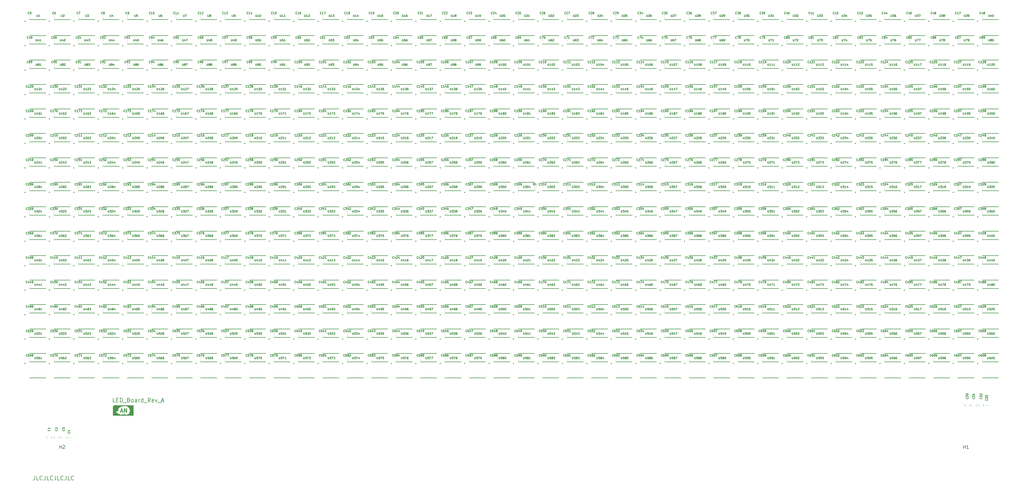
<source format=gto>
%TF.GenerationSoftware,KiCad,Pcbnew,(5.1.10)-1*%
%TF.CreationDate,2022-01-09T00:33:18-08:00*%
%TF.ProjectId,LEDBoard,4c454442-6f61-4726-942e-6b696361645f,rev?*%
%TF.SameCoordinates,Original*%
%TF.FileFunction,Legend,Top*%
%TF.FilePolarity,Positive*%
%FSLAX46Y46*%
G04 Gerber Fmt 4.6, Leading zero omitted, Abs format (unit mm)*
G04 Created by KiCad (PCBNEW (5.1.10)-1) date 2022-01-09 00:33:18*
%MOMM*%
%LPD*%
G01*
G04 APERTURE LIST*
%ADD10C,0.177800*%
%ADD11C,0.120000*%
%ADD12C,0.100000*%
%ADD13C,0.200000*%
%ADD14C,0.127000*%
%ADD15C,0.254000*%
%ADD16C,0.150000*%
G04 APERTURE END LIST*
D10*
X42266809Y-195646523D02*
X42266809Y-196553666D01*
X42206333Y-196735095D01*
X42085380Y-196856047D01*
X41903952Y-196916523D01*
X41783000Y-196916523D01*
X43476333Y-196916523D02*
X42871571Y-196916523D01*
X42871571Y-195646523D01*
X44625380Y-196795571D02*
X44564904Y-196856047D01*
X44383476Y-196916523D01*
X44262523Y-196916523D01*
X44081095Y-196856047D01*
X43960142Y-196735095D01*
X43899666Y-196614142D01*
X43839190Y-196372238D01*
X43839190Y-196190809D01*
X43899666Y-195948904D01*
X43960142Y-195827952D01*
X44081095Y-195707000D01*
X44262523Y-195646523D01*
X44383476Y-195646523D01*
X44564904Y-195707000D01*
X44625380Y-195767476D01*
X45532523Y-195646523D02*
X45532523Y-196553666D01*
X45472047Y-196735095D01*
X45351095Y-196856047D01*
X45169666Y-196916523D01*
X45048714Y-196916523D01*
X46742047Y-196916523D02*
X46137285Y-196916523D01*
X46137285Y-195646523D01*
X47891095Y-196795571D02*
X47830619Y-196856047D01*
X47649190Y-196916523D01*
X47528238Y-196916523D01*
X47346809Y-196856047D01*
X47225857Y-196735095D01*
X47165380Y-196614142D01*
X47104904Y-196372238D01*
X47104904Y-196190809D01*
X47165380Y-195948904D01*
X47225857Y-195827952D01*
X47346809Y-195707000D01*
X47528238Y-195646523D01*
X47649190Y-195646523D01*
X47830619Y-195707000D01*
X47891095Y-195767476D01*
X48798238Y-195646523D02*
X48798238Y-196553666D01*
X48737761Y-196735095D01*
X48616809Y-196856047D01*
X48435380Y-196916523D01*
X48314428Y-196916523D01*
X50007761Y-196916523D02*
X49403000Y-196916523D01*
X49403000Y-195646523D01*
X51156809Y-196795571D02*
X51096333Y-196856047D01*
X50914904Y-196916523D01*
X50793952Y-196916523D01*
X50612523Y-196856047D01*
X50491571Y-196735095D01*
X50431095Y-196614142D01*
X50370619Y-196372238D01*
X50370619Y-196190809D01*
X50431095Y-195948904D01*
X50491571Y-195827952D01*
X50612523Y-195707000D01*
X50793952Y-195646523D01*
X50914904Y-195646523D01*
X51096333Y-195707000D01*
X51156809Y-195767476D01*
X52063952Y-195646523D02*
X52063952Y-196553666D01*
X52003476Y-196735095D01*
X51882523Y-196856047D01*
X51701095Y-196916523D01*
X51580142Y-196916523D01*
X53273476Y-196916523D02*
X52668714Y-196916523D01*
X52668714Y-195646523D01*
X54422523Y-196795571D02*
X54362047Y-196856047D01*
X54180619Y-196916523D01*
X54059666Y-196916523D01*
X53878238Y-196856047D01*
X53757285Y-196735095D01*
X53696809Y-196614142D01*
X53636333Y-196372238D01*
X53636333Y-196190809D01*
X53696809Y-195948904D01*
X53757285Y-195827952D01*
X53878238Y-195707000D01*
X54059666Y-195646523D01*
X54180619Y-195646523D01*
X54362047Y-195707000D01*
X54422523Y-195767476D01*
X67322095Y-172659523D02*
X66717333Y-172659523D01*
X66717333Y-171389523D01*
X67745428Y-171994285D02*
X68168761Y-171994285D01*
X68350190Y-172659523D02*
X67745428Y-172659523D01*
X67745428Y-171389523D01*
X68350190Y-171389523D01*
X68894476Y-172659523D02*
X68894476Y-171389523D01*
X69196857Y-171389523D01*
X69378285Y-171450000D01*
X69499238Y-171570952D01*
X69559714Y-171691904D01*
X69620190Y-171933809D01*
X69620190Y-172115238D01*
X69559714Y-172357142D01*
X69499238Y-172478095D01*
X69378285Y-172599047D01*
X69196857Y-172659523D01*
X68894476Y-172659523D01*
X69862095Y-172780476D02*
X70829714Y-172780476D01*
X71555428Y-171994285D02*
X71736857Y-172054761D01*
X71797333Y-172115238D01*
X71857809Y-172236190D01*
X71857809Y-172417619D01*
X71797333Y-172538571D01*
X71736857Y-172599047D01*
X71615904Y-172659523D01*
X71132095Y-172659523D01*
X71132095Y-171389523D01*
X71555428Y-171389523D01*
X71676380Y-171450000D01*
X71736857Y-171510476D01*
X71797333Y-171631428D01*
X71797333Y-171752380D01*
X71736857Y-171873333D01*
X71676380Y-171933809D01*
X71555428Y-171994285D01*
X71132095Y-171994285D01*
X72583523Y-172659523D02*
X72462571Y-172599047D01*
X72402095Y-172538571D01*
X72341619Y-172417619D01*
X72341619Y-172054761D01*
X72402095Y-171933809D01*
X72462571Y-171873333D01*
X72583523Y-171812857D01*
X72764952Y-171812857D01*
X72885904Y-171873333D01*
X72946380Y-171933809D01*
X73006857Y-172054761D01*
X73006857Y-172417619D01*
X72946380Y-172538571D01*
X72885904Y-172599047D01*
X72764952Y-172659523D01*
X72583523Y-172659523D01*
X74095428Y-172659523D02*
X74095428Y-171994285D01*
X74034952Y-171873333D01*
X73914000Y-171812857D01*
X73672095Y-171812857D01*
X73551142Y-171873333D01*
X74095428Y-172599047D02*
X73974476Y-172659523D01*
X73672095Y-172659523D01*
X73551142Y-172599047D01*
X73490666Y-172478095D01*
X73490666Y-172357142D01*
X73551142Y-172236190D01*
X73672095Y-172175714D01*
X73974476Y-172175714D01*
X74095428Y-172115238D01*
X74700190Y-172659523D02*
X74700190Y-171812857D01*
X74700190Y-172054761D02*
X74760666Y-171933809D01*
X74821142Y-171873333D01*
X74942095Y-171812857D01*
X75063047Y-171812857D01*
X76030666Y-172659523D02*
X76030666Y-171389523D01*
X76030666Y-172599047D02*
X75909714Y-172659523D01*
X75667809Y-172659523D01*
X75546857Y-172599047D01*
X75486380Y-172538571D01*
X75425904Y-172417619D01*
X75425904Y-172054761D01*
X75486380Y-171933809D01*
X75546857Y-171873333D01*
X75667809Y-171812857D01*
X75909714Y-171812857D01*
X76030666Y-171873333D01*
X76333047Y-172780476D02*
X77300666Y-172780476D01*
X78328761Y-172659523D02*
X77905428Y-172054761D01*
X77603047Y-172659523D02*
X77603047Y-171389523D01*
X78086857Y-171389523D01*
X78207809Y-171450000D01*
X78268285Y-171510476D01*
X78328761Y-171631428D01*
X78328761Y-171812857D01*
X78268285Y-171933809D01*
X78207809Y-171994285D01*
X78086857Y-172054761D01*
X77603047Y-172054761D01*
X79356857Y-172599047D02*
X79235904Y-172659523D01*
X78994000Y-172659523D01*
X78873047Y-172599047D01*
X78812571Y-172478095D01*
X78812571Y-171994285D01*
X78873047Y-171873333D01*
X78994000Y-171812857D01*
X79235904Y-171812857D01*
X79356857Y-171873333D01*
X79417333Y-171994285D01*
X79417333Y-172115238D01*
X78812571Y-172236190D01*
X79840666Y-171812857D02*
X80143047Y-172659523D01*
X80445428Y-171812857D01*
X80626857Y-172780476D02*
X81594476Y-172780476D01*
X81836380Y-172296666D02*
X82441142Y-172296666D01*
X81715428Y-172659523D02*
X82138761Y-171389523D01*
X82562095Y-172659523D01*
D11*
%TO.C,REF\u002A\u002A*%
X71560540Y-174310462D02*
G75*
G02*
X71565656Y-174316043I-11426J-15609D01*
G01*
X71897684Y-174746016D02*
G75*
G02*
X71896816Y-174747407I-1548J0D01*
G01*
X71575049Y-174326314D02*
G75*
G02*
X71565656Y-174316043I21208J28823D01*
G01*
X71799226Y-174803795D02*
G75*
G02*
X71797684Y-174799247I5939J4548D01*
G01*
X71480041Y-174262193D02*
G75*
G02*
X71477684Y-174256790I5015J5403D01*
G01*
X71737391Y-174440153D02*
G75*
G02*
X71735468Y-174444227I-4714J-266D01*
G01*
X71489573Y-174270033D02*
G75*
G02*
X71480041Y-174262194I60629J83435D01*
G01*
X71735131Y-174435975D02*
G75*
G02*
X71737391Y-174440153I-3313J-4492D01*
G01*
X71896970Y-174744301D02*
G75*
G02*
X71897684Y-174746016I-1704J-1715D01*
G01*
X71797684Y-174799247D02*
G75*
G02*
X71799818Y-174795284I4746J0D01*
G01*
X71502654Y-174278396D02*
G75*
G02*
X71489572Y-174270033I63531J113792D01*
G01*
X71477683Y-174256790D02*
G75*
G02*
X71479063Y-174250401I15483J0D01*
G01*
X71984506Y-175448814D02*
G75*
G02*
X71947420Y-175445951I5424J311949D01*
G01*
X71993308Y-175440361D02*
G75*
G02*
X71984507Y-175448814I-8651J199D01*
G01*
X71645518Y-176020357D02*
G75*
G02*
X71649173Y-176014193I21227J-8420D01*
G01*
X71699694Y-176025294D02*
G75*
G02*
X71683161Y-176017220I23666J69425D01*
G01*
X71644856Y-176034400D02*
G75*
G02*
X71644034Y-176027248I21594J6104D01*
G01*
X72065904Y-176063008D02*
G75*
G02*
X71999326Y-176119835I-452370J462574D01*
G01*
X71655510Y-176008877D02*
G75*
G02*
X71662222Y-176007414I5693J-9990D01*
G01*
X71999326Y-176119835D02*
G75*
G02*
X71908654Y-176177796I-458172J616849D01*
G01*
X71714195Y-176026496D02*
G75*
G02*
X71699694Y-176025294I-4856J29498D01*
G01*
X71990065Y-175419493D02*
G75*
G02*
X71993308Y-175440362I-56636J-19487D01*
G01*
X71727684Y-176009891D02*
G75*
G02*
X71723859Y-176020827I-17546J0D01*
G01*
X71727684Y-176009892D02*
G75*
G02*
X71728736Y-176003168I22002J1D01*
G01*
X72017684Y-175061435D02*
G75*
G02*
X72015681Y-175064185I-2890J0D01*
G01*
X71647904Y-176041322D02*
G75*
G02*
X71644855Y-176034400I23149J14327D01*
G01*
X71723860Y-176020827D02*
G75*
G02*
X71714195Y-176026496I-12198J9722D01*
G01*
X72016350Y-175057634D02*
G75*
G02*
X72017684Y-175061435I-4750J-3801D01*
G01*
X71649173Y-176014194D02*
G75*
G02*
X71655511Y-176008877I17769J-14746D01*
G01*
X71711561Y-176054858D02*
G75*
G02*
X71666187Y-176052871I-7765J341806D01*
G01*
X71662222Y-176007415D02*
G75*
G02*
X71670682Y-176009895I-2003J-22500D01*
G01*
X71670682Y-176009895D02*
G75*
G02*
X71683161Y-176017220I-68107J-130314D01*
G01*
X72074384Y-176026670D02*
G75*
G02*
X72065904Y-176063008I-32757J-11514D01*
G01*
X71773001Y-176049847D02*
G75*
G02*
X71711561Y-176054858I-73380J520527D01*
G01*
X71644034Y-176027248D02*
G75*
G02*
X71645518Y-176020358I21374J-999D01*
G01*
X72060800Y-176016970D02*
G75*
G02*
X72074384Y-176026671I-108J-14513D01*
G01*
X71666187Y-176052871D02*
G75*
G02*
X71647904Y-176041323I2716J24546D01*
G01*
X67580981Y-175709926D02*
G75*
G02*
X67544803Y-175686826I88582J178615D01*
G01*
X71235355Y-176430068D02*
G75*
G02*
X71254028Y-176407391I40784J-14555D01*
G01*
X70503335Y-176591235D02*
G75*
G02*
X70483233Y-176573706I13678J35977D01*
G01*
X68801365Y-176593855D02*
G75*
G02*
X68779909Y-176585420I6776J48741D01*
G01*
X67494438Y-175623913D02*
G75*
G02*
X67487684Y-175593226I66336J30687D01*
G01*
X68768071Y-176497498D02*
G75*
G02*
X68792946Y-176457682I224259J-112426D01*
G01*
X67616997Y-175734545D02*
G75*
G02*
X67657040Y-175775862I-311235J-341694D01*
G01*
X70477014Y-176545424D02*
G75*
G02*
X70486679Y-176507224I109322J-7336D01*
G01*
X68794362Y-176403612D02*
G75*
G02*
X68813873Y-176410711I-6081J-47078D01*
G01*
X68197684Y-176259716D02*
G75*
G02*
X68091061Y-176202104I251351J592648D01*
G01*
X71140704Y-176590318D02*
G75*
G02*
X71076625Y-176599376I-66562J239697D01*
G01*
X71170591Y-176576125D02*
G75*
G02*
X71140704Y-176590318I-55676J78676D01*
G01*
X68779908Y-176585420D02*
G75*
G02*
X68761990Y-176563105I29377J41940D01*
G01*
X67544803Y-175686826D02*
G75*
G02*
X67514690Y-175656662I121324J151232D01*
G01*
X69487683Y-176427307D02*
G75*
G02*
X69497225Y-176417122I10207J0D01*
G01*
X71194596Y-176552429D02*
G75*
G02*
X71170591Y-176576125I-84014J61103D01*
G01*
X70483233Y-176573706D02*
G75*
G02*
X70477014Y-176545424I45440J24816D01*
G01*
X71254028Y-176407391D02*
G75*
G02*
X71291977Y-176391331I77840J-131069D01*
G01*
X69389631Y-176568916D02*
G75*
G02*
X69348127Y-176591029I-70528J82363D01*
G01*
X67580981Y-175709926D02*
G75*
G02*
X67616998Y-175734545I-69853J-140849D01*
G01*
X68436878Y-176346667D02*
G75*
G02*
X68331773Y-176313138I293904J1102822D01*
G01*
X68757625Y-176533389D02*
G75*
G02*
X68768071Y-176497498I103011J-10514D01*
G01*
X69487684Y-176427307D02*
G75*
G02*
X69476287Y-176467546I-76736J0D01*
G01*
X68816707Y-176423127D02*
G75*
G02*
X68792946Y-176457682I-358907J221348D01*
G01*
X67826201Y-175996622D02*
G75*
G02*
X67759973Y-175919250I253998J284443D01*
G01*
X67514690Y-175656662D02*
G75*
G02*
X67494438Y-175623913I125029J99956D01*
G01*
X67487684Y-175593226D02*
G75*
G02*
X67494692Y-175560767I78674J0D01*
G01*
X69348127Y-176591030D02*
G75*
G02*
X69323781Y-176594933I-29525J106280D01*
G01*
X67657041Y-175775862D02*
G75*
G02*
X67703451Y-175835567I-615846J-526607D01*
G01*
X71908654Y-176177796D02*
G75*
G02*
X71807684Y-176224766I-421134J773294D01*
G01*
X71223246Y-176476826D02*
G75*
G02*
X71235355Y-176430069I266935J-44183D01*
G01*
X71212214Y-176519178D02*
G75*
G02*
X71194596Y-176552429I-125452J45176D01*
G01*
X70486678Y-176507223D02*
G75*
G02*
X70512007Y-176461992I288286J-131726D01*
G01*
X71223246Y-176476825D02*
G75*
G02*
X71212213Y-176519178I-238066J39404D01*
G01*
X70552335Y-176600366D02*
G75*
G02*
X70503335Y-176591235I722J139910D01*
G01*
X69476287Y-176467546D02*
G75*
G02*
X69437296Y-176521143I-367100J226082D01*
G01*
X69437296Y-176521142D02*
G75*
G02*
X69389631Y-176568915I-327944J279538D01*
G01*
X68544743Y-176369895D02*
G75*
G02*
X68436878Y-176346667I186137J1126421D01*
G01*
X68813872Y-176410710D02*
G75*
G02*
X68816707Y-176423127I-4896J-7650D01*
G01*
X68761990Y-176563105D02*
G75*
G02*
X68757626Y-176533389I56614J23492D01*
G01*
X68268006Y-174968569D02*
G75*
G02*
X68256364Y-175030141I-463660J55781D01*
G01*
X67802440Y-175535188D02*
G75*
G02*
X67790402Y-175526329I19375J38933D01*
G01*
X68588130Y-174175197D02*
G75*
G02*
X68613837Y-174178985I3799J-63337D01*
G01*
X68270115Y-174580988D02*
G75*
G02*
X68273589Y-174581503I0J-11976D01*
G01*
X67519011Y-175514643D02*
G75*
G02*
X67548428Y-175472009I376758J-228493D01*
G01*
X68613838Y-174178985D02*
G75*
G02*
X68653216Y-174195810I-144353J-392357D01*
G01*
X68375792Y-174602769D02*
G75*
G02*
X68367956Y-174609135I-9876J4150D01*
G01*
X67548428Y-175472009D02*
G75*
G02*
X67572905Y-175452706I51636J-40307D01*
G01*
X68113436Y-175367615D02*
G75*
G02*
X68117213Y-175357891I65271J-19756D01*
G01*
X68567684Y-174200939D02*
G75*
G02*
X68573554Y-174183109I30012J0D01*
G01*
X68573554Y-174183109D02*
G75*
G02*
X68588131Y-174175197I15749J-11631D01*
G01*
X68382107Y-174583487D02*
G75*
G02*
X68375792Y-174602768I-121525J29125D01*
G01*
X68224888Y-175145988D02*
G75*
G02*
X68208742Y-175192940I-437575J124216D01*
G01*
X67683362Y-175448635D02*
G75*
G02*
X67738007Y-175473193I-56238J-198212D01*
G01*
X67975206Y-175496787D02*
G75*
G02*
X67927345Y-175522036I-126619J182024D01*
G01*
X68271663Y-174904402D02*
G75*
G02*
X68268006Y-174968569I-512043J-3006D01*
G01*
X68268099Y-174582993D02*
G75*
G02*
X68270115Y-174580987I2016J-10D01*
G01*
X68528910Y-174377672D02*
G75*
G02*
X68523671Y-174388018I-24438J5875D01*
G01*
X67572905Y-175452706D02*
G75*
G02*
X67624549Y-175441000I54026J-118575D01*
G01*
X67624548Y-175441000D02*
G75*
G02*
X67683361Y-175448634I3693J-201911D01*
G01*
X67927345Y-175522036D02*
G75*
G02*
X67905380Y-175529294I-93450J245942D01*
G01*
X67494691Y-175560766D02*
G75*
G02*
X67519011Y-175514643I396433J-179553D01*
G01*
X67738007Y-175473192D02*
G75*
G02*
X67777522Y-175510761I-76935J-120489D01*
G01*
X67817034Y-175539624D02*
G75*
G02*
X67802439Y-175535188I5881J45579D01*
G01*
X67790402Y-175526329D02*
G75*
G02*
X67777522Y-175510761I100856J96554D01*
G01*
X68158849Y-175296386D02*
G75*
G02*
X68137730Y-175325987I-149524J84342D01*
G01*
X68567683Y-174200939D02*
G75*
G02*
X68565297Y-174222340I-97169J0D01*
G01*
X67856819Y-175539657D02*
G75*
G02*
X67838257Y-175540987I-18562J128891D01*
G01*
X67838257Y-175540988D02*
G75*
G02*
X67817034Y-175539624I0J165842D01*
G01*
X68113436Y-175367615D02*
G75*
G02*
X68094389Y-175398660I-68734J20805D01*
G01*
X68367956Y-174609134D02*
G75*
G02*
X68354676Y-174608369I-5136J26471D01*
G01*
X68130455Y-175335222D02*
G75*
G02*
X68137730Y-175325987I82393J-57424D01*
G01*
X68523671Y-174388018D02*
G75*
G02*
X68522234Y-174388158I-790J667D01*
G01*
X69255928Y-173968130D02*
G75*
G02*
X69243902Y-173952683I44905J47365D01*
G01*
X69267683Y-173961661D02*
G75*
G02*
X69263482Y-173968996I-8503J0D01*
G01*
X69296089Y-173941707D02*
G75*
G02*
X69286260Y-173946439I-21539J32163D01*
G01*
X69476615Y-173800614D02*
G75*
G02*
X69492201Y-173799020I9467J-15572D01*
G01*
X69844456Y-173733674D02*
G75*
G02*
X69853362Y-173735399I3273J-6953D01*
G01*
X69273140Y-173953343D02*
G75*
G02*
X69279152Y-173949384I21945J-26781D01*
G01*
X69492202Y-173799019D02*
G75*
G02*
X69506237Y-173809825I-9641J-27040D01*
G01*
X68880270Y-174029543D02*
G75*
G02*
X68889815Y-174038662I-41917J-53424D01*
G01*
X68951037Y-174119331D02*
G75*
G02*
X68947340Y-174120797I-3909J4463D01*
G01*
X69279152Y-173949384D02*
G75*
G02*
X69286260Y-173946439I20747J-40026D01*
G01*
X69853362Y-173735398D02*
G75*
G02*
X69859536Y-173747588I-18163J-16859D01*
G01*
X68864628Y-174032394D02*
G75*
G02*
X68873056Y-174027955I12818J-14118D01*
G01*
X69267684Y-173961661D02*
G75*
G02*
X69269012Y-173957662I6684J0D01*
G01*
X69830245Y-173742889D02*
G75*
G02*
X69844455Y-173733674I40961J-47599D01*
G01*
X69269011Y-173957663D02*
G75*
G02*
X69273140Y-173953343I19753J-14746D01*
G01*
X69830245Y-173742890D02*
G75*
G02*
X69807309Y-173759070I-95293J110734D01*
G01*
X69875236Y-173818706D02*
G75*
G02*
X69871224Y-173808995I78107J37953D01*
G01*
X69878882Y-173820988D02*
G75*
G02*
X69875236Y-173818706I0J4054D01*
G01*
X68873056Y-174027956D02*
G75*
G02*
X68880271Y-174029542I1960J-8284D01*
G01*
X69871224Y-173808995D02*
G75*
G02*
X69867560Y-173795807I107528J36980D01*
G01*
X69885121Y-173819884D02*
G75*
G02*
X69878882Y-173820987I-6239J17095D01*
G01*
X68806440Y-174102056D02*
G75*
G02*
X68798393Y-174115202I-107001J56466D01*
G01*
X68806440Y-174102056D02*
G75*
G02*
X68813647Y-174090122I106869J-56396D01*
G01*
X68947340Y-174120797D02*
G75*
G02*
X68944435Y-174119490I-129J3597D01*
G01*
X69263482Y-173968996D02*
G75*
G02*
X69255928Y-173968130I-3201J5458D01*
G01*
X69243902Y-173952683D02*
G75*
G02*
X69231240Y-173927110I243085J136280D01*
G01*
X70173677Y-173715185D02*
G75*
G02*
X70185626Y-173718882I986J-17970D01*
G01*
X70193826Y-173730140D02*
G75*
G02*
X70201062Y-173754590I-216398J-77338D01*
G01*
X70206122Y-173772450D02*
G75*
G02*
X70201062Y-173754590I201047J66603D01*
G01*
X70211501Y-173782439D02*
G75*
G02*
X70206122Y-173772450I25711J20289D01*
G01*
X70910781Y-173900885D02*
G75*
G02*
X70884298Y-173887580I13406J59693D01*
G01*
X70226256Y-173786516D02*
G75*
G02*
X70218030Y-173786710I-4450J14228D01*
G01*
X70878298Y-173867894D02*
G75*
G02*
X70892940Y-173830491I186245J-51336D01*
G01*
X71178978Y-174043982D02*
G75*
G02*
X71178456Y-174041940I710J1269D01*
G01*
X70884298Y-173887580D02*
G75*
G02*
X70878299Y-173867894I12535J14577D01*
G01*
X70153717Y-173718225D02*
G75*
G02*
X70173677Y-173715185I25707J-101716D01*
G01*
X70185626Y-173718883D02*
G75*
G02*
X70193826Y-173730140I-15021J-19556D01*
G01*
X70218030Y-173786711D02*
G75*
G02*
X70211501Y-173782439I3109J11878D01*
G01*
X71181952Y-174045312D02*
G75*
G02*
X71178978Y-174043982I5926J17241D01*
G01*
X70141168Y-173722119D02*
G75*
G02*
X70153717Y-173718225I42745J-115581D01*
G01*
X66675000Y-176784000D02*
X73025000Y-176784000D01*
X73025000Y-176784000D02*
X73025000Y-173609000D01*
X73025000Y-173609000D02*
X67056000Y-173609000D01*
X66675000Y-173990000D02*
X66675000Y-176784000D01*
X70104000Y-173736000D02*
X70059845Y-173752891D01*
X70141168Y-173722119D02*
X70104000Y-173736000D01*
X70059845Y-173752891D02*
X70011099Y-173772003D01*
X70011099Y-173772003D02*
X69963089Y-173790776D01*
X69963089Y-173790776D02*
X69921253Y-173806598D01*
X70271322Y-173773761D02*
X70226256Y-173786517D01*
X71204167Y-173954684D02*
X71187712Y-173951878D01*
X70470899Y-173724493D02*
X70370697Y-173748893D01*
X71234836Y-174063344D02*
X71206564Y-174053753D01*
X71215759Y-173956899D02*
X71204167Y-173954684D01*
X70510884Y-173716303D02*
X70470899Y-173724493D01*
X71206564Y-174053753D02*
X71181952Y-174045312D01*
X70535413Y-173800987D02*
X70542248Y-173755403D01*
X70995185Y-173918413D02*
X70910781Y-173900885D01*
X70549084Y-173709818D02*
X70510884Y-173716303D01*
X71178456Y-174041940D02*
X71185697Y-174030732D01*
X71185697Y-174030732D02*
X71195132Y-174017320D01*
X71207053Y-174001784D02*
X71238834Y-173961657D01*
X71345340Y-174101258D02*
X71304614Y-174086889D01*
X71169689Y-173949001D02*
X71152684Y-173946489D01*
X71152684Y-173946489D02*
X71130154Y-173942959D01*
X71195132Y-174017320D02*
X71207053Y-174001784D01*
X71187712Y-173951878D02*
X71169689Y-173949001D01*
X71130154Y-173942959D02*
X71089918Y-173935910D01*
X71043103Y-173927412D02*
X70995185Y-173918413D01*
X70908197Y-173800987D02*
X70721805Y-173800987D01*
X70542248Y-173755403D02*
X70549084Y-173709818D01*
X71089918Y-173935910D02*
X71043103Y-173927412D01*
X71304614Y-174086889D02*
X71267684Y-174074332D01*
X71267684Y-174074332D02*
X71234836Y-174063344D01*
X70721805Y-173800987D02*
X70535413Y-173800987D01*
X71238834Y-173961657D02*
X71215759Y-173956899D01*
X70370697Y-173748893D02*
X70271322Y-173773761D01*
X71383705Y-174115219D02*
X71345340Y-174101258D01*
X70892940Y-173830491D02*
X70908197Y-173800987D01*
X69921253Y-173806598D02*
X69885120Y-173819885D01*
X69476615Y-173800613D02*
X69441072Y-173824014D01*
X68896828Y-174047547D02*
X68889815Y-174038662D01*
X69330582Y-173915638D02*
X69312283Y-173930215D01*
X69082465Y-174001919D02*
X69032326Y-174047433D01*
X68836069Y-174061028D02*
X68824190Y-174075618D01*
X69441072Y-173824014D02*
X69419365Y-173840158D01*
X69212246Y-173883232D02*
X69082465Y-174001919D01*
X68944435Y-174119490D02*
X68938092Y-174111385D01*
X68989237Y-174085798D02*
X68951037Y-174119331D01*
X68923364Y-174088487D02*
X68915137Y-174074775D01*
X68847548Y-174048662D02*
X68836069Y-174061028D01*
X68798393Y-174115202D02*
X68784362Y-174134382D01*
X68784362Y-174134382D02*
X68767719Y-174155446D01*
X69348760Y-173899488D02*
X69330582Y-173915638D01*
X69419365Y-173840158D02*
X69393995Y-173860382D01*
X69312283Y-173930215D02*
X69296089Y-173941707D01*
X69623718Y-173851569D02*
X69605790Y-173861567D01*
X69559728Y-173891657D02*
X69538708Y-173858822D01*
X69231240Y-173927110D02*
X69212246Y-173883232D01*
X69538708Y-173858822D02*
X69506237Y-173809825D01*
X69702318Y-173814933D02*
X69657684Y-173835149D01*
X68930891Y-174100927D02*
X68923364Y-174088487D01*
X69807309Y-173759070D02*
X69756639Y-173787052D01*
X68864628Y-174032394D02*
X68847548Y-174048662D01*
X69657684Y-173835149D02*
X69642001Y-173842223D01*
X69032326Y-174047433D02*
X68989237Y-174085798D01*
X68938092Y-174111385D02*
X68930891Y-174100927D01*
X68905823Y-174060445D02*
X68896828Y-174047547D01*
X69867560Y-173795807D02*
X69864841Y-173780162D01*
X69393995Y-173860382D02*
X69369079Y-173881273D01*
X69642001Y-173842223D02*
X69623718Y-173851569D01*
X69369079Y-173881273D02*
X69348760Y-173899488D01*
X68915137Y-174074775D02*
X68905823Y-174060445D01*
X69864841Y-173780162D02*
X69859536Y-173747588D01*
X68824190Y-174075618D02*
X68813647Y-174090122D01*
X69756639Y-173787052D02*
X69702318Y-173814933D01*
X69605790Y-173861567D02*
X69591206Y-173870661D01*
X69591206Y-173870661D02*
X69559728Y-173891657D01*
X68301028Y-174590241D02*
X68286173Y-174585394D01*
X68268285Y-174699673D02*
X68269701Y-174773487D01*
X68317684Y-174595987D02*
X68301028Y-174590241D01*
X68256364Y-175030141D02*
X68224887Y-175145987D01*
X68767719Y-174155446D02*
X68750597Y-174175494D01*
X68208742Y-175192940D02*
X68184730Y-175246946D01*
X68708511Y-174222863D02*
X68653216Y-174195810D01*
X68449533Y-174323701D02*
X68419115Y-174439844D01*
X68565297Y-174222340D02*
X68547763Y-174298406D01*
X68184730Y-175246946D02*
X68158848Y-175296386D01*
X68094389Y-175398660D02*
X68037468Y-175449433D01*
X68267908Y-174637534D02*
X68268285Y-174699673D01*
X67905380Y-175529294D02*
X67880602Y-175535421D01*
X68750597Y-174175494D02*
X68708511Y-174222863D01*
X68286173Y-174585394D02*
X68273589Y-174581503D01*
X68499752Y-174369450D02*
X68485744Y-174356875D01*
X68354676Y-174608369D02*
X68317684Y-174595987D01*
X68547763Y-174298406D02*
X68528910Y-174377672D01*
X68419115Y-174439844D02*
X68406985Y-174486329D01*
X68386268Y-174566682D02*
X68382106Y-174583487D01*
X68485744Y-174356875D02*
X68449533Y-174323701D01*
X68268100Y-174582993D02*
X68267908Y-174637534D01*
X68037468Y-175449433D02*
X67975206Y-175496786D01*
X68123273Y-175346465D02*
X68117213Y-175357891D01*
X68511822Y-174379708D02*
X68499752Y-174369450D01*
X68269701Y-174773487D02*
X68271663Y-174904402D01*
X67880602Y-175535421D02*
X67856819Y-175539658D01*
X68406985Y-174486329D02*
X68395696Y-174529949D01*
X68130455Y-175335223D02*
X68123273Y-175346465D01*
X68395696Y-174529949D02*
X68386268Y-174566682D01*
X68522234Y-174388158D02*
X68511822Y-174379708D01*
X68197684Y-176259716D02*
X68331773Y-176313138D01*
X67953657Y-176102892D02*
X68091061Y-176202104D01*
X69248108Y-176598000D02*
X69323781Y-176594933D01*
X70017007Y-176410987D02*
X70546331Y-176410987D01*
X71291977Y-176391331D02*
X71427568Y-176355482D01*
X71692171Y-176268746D02*
X71807684Y-176224766D01*
X67826201Y-175996622D02*
X67953657Y-176102892D01*
X68845080Y-176598109D02*
X68917456Y-176600409D01*
X69157774Y-176600193D02*
X69248108Y-176598000D01*
X69700193Y-176411407D02*
X70017007Y-176410987D01*
X70552335Y-176600366D02*
X70816984Y-176600859D01*
X67703451Y-175835567D02*
X67759973Y-175919250D01*
X68801365Y-176593856D02*
X68845080Y-176598109D01*
X70816984Y-176600859D02*
X71076625Y-176599376D01*
X68544743Y-176369896D02*
X68687684Y-176390302D01*
X71427568Y-176355482D02*
X71500618Y-176334646D01*
X68917456Y-176600409D02*
X69057409Y-176600932D01*
X69571270Y-176413565D02*
X69700193Y-176411407D01*
X71589524Y-176305443D02*
X71692171Y-176268746D01*
X70546331Y-176410987D02*
X70512007Y-176461992D01*
X69057409Y-176600932D02*
X69157774Y-176600193D01*
X68687684Y-176390302D02*
X68794361Y-176403612D01*
X71500618Y-176334646D02*
X71589524Y-176305443D01*
X69497225Y-176417122D02*
X69571270Y-176413565D01*
X71780969Y-175854829D02*
X71791403Y-175822366D01*
X71999003Y-175069303D02*
X72015681Y-175064185D01*
X71971681Y-175005770D02*
X71951970Y-174983786D01*
X71951970Y-174983786D02*
X71930764Y-174958861D01*
X71896988Y-174915987D02*
X71883451Y-174898170D01*
X71997619Y-176018149D02*
X71924223Y-176024427D01*
X71791403Y-175822366D02*
X71797984Y-175799093D01*
X71858127Y-175757904D02*
X71906310Y-175763611D01*
X71906310Y-175763611D02*
X71900718Y-175601185D01*
X71954091Y-175079958D02*
X71978470Y-175074689D01*
X71797984Y-175799093D02*
X71809944Y-175752198D01*
X71950651Y-175305987D02*
X71936314Y-175263545D01*
X71978470Y-175074689D02*
X71999003Y-175069303D01*
X71924223Y-176024427D02*
X71849293Y-176036748D01*
X71930764Y-174958861D02*
X71911222Y-174934831D01*
X71768899Y-175890066D02*
X71780969Y-175854829D01*
X71883451Y-174898170D02*
X71866353Y-174877598D01*
X71990065Y-175419492D02*
X71950651Y-175305987D01*
X71895125Y-175438759D02*
X71947420Y-175445951D01*
X71866353Y-174877598D02*
X71848589Y-174857578D01*
X72016350Y-175057634D02*
X72004170Y-175042656D01*
X71848589Y-174857578D02*
X71832990Y-174841469D01*
X71832990Y-174841469D02*
X71819464Y-174827685D01*
X71900718Y-175601185D02*
X71895125Y-175438759D01*
X71989311Y-175025274D02*
X71971681Y-175005770D01*
X71910238Y-175177838D02*
X71903054Y-175149293D01*
X71936314Y-175263545D02*
X71922214Y-175218709D01*
X71756854Y-175922982D02*
X71768899Y-175890066D01*
X72004170Y-175042656D02*
X71989311Y-175025274D01*
X71736252Y-175980271D02*
X71745679Y-175953200D01*
X71911222Y-174934831D02*
X71896988Y-174915987D01*
X71745679Y-175953200D02*
X71756854Y-175922982D01*
X71903054Y-175149293D02*
X71890499Y-175092599D01*
X72060799Y-176016970D02*
X71997619Y-176018149D01*
X71849293Y-176036748D02*
X71773001Y-176049847D01*
X71728736Y-176003168D02*
X71736252Y-175980271D01*
X71809944Y-175752198D02*
X71858127Y-175757904D01*
X71890499Y-175092599D02*
X71954091Y-175079958D01*
X71922214Y-175218709D02*
X71910238Y-175177838D01*
X71896970Y-174744301D02*
X71870637Y-174718171D01*
X71684597Y-174536344D02*
X71655654Y-174506700D01*
X71692836Y-174475029D02*
X71705101Y-174465417D01*
X71528524Y-174170812D02*
X71500604Y-174160390D01*
X71840912Y-174688959D02*
X71805612Y-174654748D01*
X71732084Y-174583353D02*
X71701255Y-174553080D01*
X71819464Y-174827685D02*
X71808055Y-174814827D01*
X71479063Y-174250401D02*
X71485151Y-174237919D01*
X71866852Y-174761607D02*
X71882996Y-174754106D01*
X71805612Y-174654748D02*
X71768240Y-174618592D01*
X71701255Y-174553080D02*
X71684597Y-174536344D01*
X71485151Y-174237919D02*
X71493370Y-174223362D01*
X71716601Y-174456892D02*
X71725126Y-174451196D01*
X71518156Y-174286200D02*
X71502655Y-174278396D01*
X71500604Y-174160390D02*
X71485937Y-174154832D01*
X71485937Y-174154832D02*
X71463260Y-174146074D01*
X71463260Y-174146074D02*
X71437703Y-174136119D01*
X71503104Y-174208221D02*
X71528524Y-174170812D01*
X71437703Y-174136119D02*
X71412684Y-174126288D01*
X71799818Y-174795284D02*
X71812371Y-174787488D01*
X71663345Y-174388420D02*
X71614044Y-174354479D01*
X71655654Y-174506700D02*
X71681612Y-174484373D01*
X71412684Y-174126288D02*
X71383705Y-174115219D01*
X71828523Y-174778835D02*
X71847684Y-174770034D01*
X71493370Y-174223362D02*
X71503104Y-174208221D01*
X71614044Y-174354479D02*
X71575049Y-174326315D01*
X71847684Y-174770034D02*
X71866852Y-174761607D01*
X71882996Y-174754106D02*
X71896816Y-174747407D01*
X71808055Y-174814827D02*
X71799225Y-174803796D01*
X71812371Y-174787488D02*
X71828523Y-174778835D01*
X71725126Y-174451196D02*
X71735468Y-174444227D01*
X71723830Y-174428167D02*
X71663345Y-174388420D01*
X71560540Y-174310462D02*
X71548804Y-174302495D01*
X71870637Y-174718171D02*
X71840912Y-174688959D01*
X71768240Y-174618592D02*
X71732084Y-174583353D01*
X71548804Y-174302495D02*
X71534166Y-174294038D01*
X71681612Y-174484373D02*
X71692836Y-174475029D01*
X71534166Y-174294038D02*
X71518156Y-174286200D01*
X71705101Y-174465417D02*
X71716601Y-174456892D01*
X71735131Y-174435975D02*
X71723830Y-174428167D01*
D12*
G36*
X68449533Y-174323701D02*
G01*
X68267908Y-174637534D01*
X68224887Y-175145987D01*
X67975206Y-175496786D01*
X67838257Y-175540987D01*
X67624549Y-175441000D01*
X67519011Y-175514643D01*
X67514690Y-175656662D01*
X67826201Y-175996622D01*
X67818000Y-176784000D01*
X66675000Y-176784000D01*
X66675000Y-173974760D01*
X67045840Y-173603920D01*
X68453000Y-173609000D01*
X68449533Y-174323701D01*
G37*
X68449533Y-174323701D02*
X68267908Y-174637534D01*
X68224887Y-175145987D01*
X67975206Y-175496786D01*
X67838257Y-175540987D01*
X67624549Y-175441000D01*
X67519011Y-175514643D01*
X67514690Y-175656662D01*
X67826201Y-175996622D01*
X67818000Y-176784000D01*
X66675000Y-176784000D01*
X66675000Y-173974760D01*
X67045840Y-173603920D01*
X68453000Y-173609000D01*
X68449533Y-174323701D01*
G36*
X73025000Y-174752000D02*
G01*
X71840912Y-174688959D01*
X71684597Y-174536344D01*
X71723830Y-174428167D01*
X71628000Y-174371000D01*
X71502654Y-174278396D01*
X71500604Y-174160390D01*
X71206564Y-174053753D01*
X71187712Y-173951878D01*
X70910781Y-173900885D01*
X70892940Y-173830491D01*
X70535413Y-173800987D01*
X70510884Y-173716303D01*
X70226256Y-173786516D01*
X70170605Y-173738439D01*
X69885120Y-173819885D01*
X69835199Y-173752257D01*
X69559728Y-173891657D01*
X69482561Y-173826059D01*
X69255928Y-173968130D01*
X69212246Y-173883232D01*
X68947340Y-174120797D01*
X68847548Y-174048662D01*
X68708511Y-174222863D01*
X68589303Y-174194740D01*
X68547763Y-174298406D01*
X68449533Y-174323701D01*
X68449533Y-173609000D01*
X73025000Y-173609000D01*
X73025000Y-174752000D01*
G37*
X73025000Y-174752000D02*
X71840912Y-174688959D01*
X71684597Y-174536344D01*
X71723830Y-174428167D01*
X71628000Y-174371000D01*
X71502654Y-174278396D01*
X71500604Y-174160390D01*
X71206564Y-174053753D01*
X71187712Y-173951878D01*
X70910781Y-173900885D01*
X70892940Y-173830491D01*
X70535413Y-173800987D01*
X70510884Y-173716303D01*
X70226256Y-173786516D01*
X70170605Y-173738439D01*
X69885120Y-173819885D01*
X69835199Y-173752257D01*
X69559728Y-173891657D01*
X69482561Y-173826059D01*
X69255928Y-173968130D01*
X69212246Y-173883232D01*
X68947340Y-174120797D01*
X68847548Y-174048662D01*
X68708511Y-174222863D01*
X68589303Y-174194740D01*
X68547763Y-174298406D01*
X68449533Y-174323701D01*
X68449533Y-173609000D01*
X73025000Y-173609000D01*
X73025000Y-174752000D01*
G36*
X73025000Y-176784000D02*
G01*
X71247000Y-176784000D01*
X71254028Y-176407391D01*
X71692171Y-176268746D01*
X71999326Y-176119835D01*
X72009000Y-176022000D01*
X71714195Y-176026496D01*
X71797984Y-175799093D01*
X71906310Y-175763611D01*
X71895125Y-175438759D01*
X71990065Y-175419492D01*
X71882000Y-175133000D01*
X71978470Y-175074689D01*
X71832990Y-174841469D01*
X71896816Y-174747407D01*
X71840912Y-174688959D01*
X73025000Y-174688959D01*
X73025000Y-176784000D01*
G37*
X73025000Y-176784000D02*
X71247000Y-176784000D01*
X71254028Y-176407391D01*
X71692171Y-176268746D01*
X71999326Y-176119835D01*
X72009000Y-176022000D01*
X71714195Y-176026496D01*
X71797984Y-175799093D01*
X71906310Y-175763611D01*
X71895125Y-175438759D01*
X71990065Y-175419492D01*
X71882000Y-175133000D01*
X71978470Y-175074689D01*
X71832990Y-174841469D01*
X71896816Y-174747407D01*
X71840912Y-174688959D01*
X73025000Y-174688959D01*
X73025000Y-176784000D01*
G36*
X68091061Y-176202104D02*
G01*
X68794362Y-176403612D01*
X68801365Y-176593856D01*
X69348127Y-176591030D01*
X69497890Y-176427307D01*
X70546331Y-176410987D01*
X70503335Y-176591235D01*
X71140704Y-176590318D01*
X71235355Y-176430069D01*
X71247000Y-176784000D01*
X67818000Y-176784000D01*
X67818000Y-176022000D01*
X68091061Y-176202104D01*
G37*
X68091061Y-176202104D02*
X68794362Y-176403612D01*
X68801365Y-176593856D01*
X69348127Y-176591030D01*
X69497890Y-176427307D01*
X70546331Y-176410987D01*
X70503335Y-176591235D01*
X71140704Y-176590318D01*
X71235355Y-176430069D01*
X71247000Y-176784000D01*
X67818000Y-176784000D01*
X67818000Y-176022000D01*
X68091061Y-176202104D01*
D11*
%TO.C,R1*%
X198093359Y-105538000D02*
X198400641Y-105538000D01*
X198093359Y-106298000D02*
X198400641Y-106298000D01*
%TO.C,C608*%
X337712164Y-159618000D02*
X337927836Y-159618000D01*
X337712164Y-158898000D02*
X337927836Y-158898000D01*
%TO.C,C568*%
X337712164Y-151998000D02*
X337927836Y-151998000D01*
X337712164Y-151278000D02*
X337927836Y-151278000D01*
%TO.C,C528*%
X337712164Y-144378000D02*
X337927836Y-144378000D01*
X337712164Y-143658000D02*
X337927836Y-143658000D01*
%TO.C,C488*%
X337712164Y-136758000D02*
X337927836Y-136758000D01*
X337712164Y-136038000D02*
X337927836Y-136038000D01*
%TO.C,C448*%
X337712164Y-129138000D02*
X337927836Y-129138000D01*
X337712164Y-128418000D02*
X337927836Y-128418000D01*
%TO.C,C408*%
X337712164Y-121518000D02*
X337927836Y-121518000D01*
X337712164Y-120798000D02*
X337927836Y-120798000D01*
%TO.C,C368*%
X337712164Y-113898000D02*
X337927836Y-113898000D01*
X337712164Y-113178000D02*
X337927836Y-113178000D01*
%TO.C,C328*%
X337712164Y-106278000D02*
X337927836Y-106278000D01*
X337712164Y-105558000D02*
X337927836Y-105558000D01*
%TO.C,C288*%
X337712164Y-98658000D02*
X337927836Y-98658000D01*
X337712164Y-97938000D02*
X337927836Y-97938000D01*
%TO.C,C248*%
X337712164Y-91038000D02*
X337927836Y-91038000D01*
X337712164Y-90318000D02*
X337927836Y-90318000D01*
%TO.C,C208*%
X337712164Y-83418000D02*
X337927836Y-83418000D01*
X337712164Y-82698000D02*
X337927836Y-82698000D01*
%TO.C,C168*%
X337712164Y-75798000D02*
X337927836Y-75798000D01*
X337712164Y-75078000D02*
X337927836Y-75078000D01*
%TO.C,C128*%
X337712164Y-68178000D02*
X337927836Y-68178000D01*
X337712164Y-67458000D02*
X337927836Y-67458000D01*
%TO.C,C88*%
X337712164Y-59838000D02*
X337927836Y-59838000D01*
X337712164Y-60558000D02*
X337927836Y-60558000D01*
%TO.C,C607*%
X330092164Y-158898000D02*
X330307836Y-158898000D01*
X330092164Y-159618000D02*
X330307836Y-159618000D01*
%TO.C,C606*%
X322472164Y-158898000D02*
X322687836Y-158898000D01*
X322472164Y-159618000D02*
X322687836Y-159618000D01*
%TO.C,C605*%
X314852164Y-158898000D02*
X315067836Y-158898000D01*
X314852164Y-159618000D02*
X315067836Y-159618000D01*
%TO.C,C604*%
X307232164Y-158898000D02*
X307447836Y-158898000D01*
X307232164Y-159618000D02*
X307447836Y-159618000D01*
%TO.C,C603*%
X299612164Y-158898000D02*
X299827836Y-158898000D01*
X299612164Y-159618000D02*
X299827836Y-159618000D01*
%TO.C,C602*%
X291992164Y-158898000D02*
X292207836Y-158898000D01*
X291992164Y-159618000D02*
X292207836Y-159618000D01*
%TO.C,C601*%
X284372164Y-158898000D02*
X284587836Y-158898000D01*
X284372164Y-159618000D02*
X284587836Y-159618000D01*
%TO.C,C600*%
X276752164Y-158898000D02*
X276967836Y-158898000D01*
X276752164Y-159618000D02*
X276967836Y-159618000D01*
%TO.C,C599*%
X269132164Y-158898000D02*
X269347836Y-158898000D01*
X269132164Y-159618000D02*
X269347836Y-159618000D01*
%TO.C,C598*%
X261512164Y-158898000D02*
X261727836Y-158898000D01*
X261512164Y-159618000D02*
X261727836Y-159618000D01*
%TO.C,C597*%
X253892164Y-158898000D02*
X254107836Y-158898000D01*
X253892164Y-159618000D02*
X254107836Y-159618000D01*
%TO.C,C596*%
X246272164Y-158898000D02*
X246487836Y-158898000D01*
X246272164Y-159618000D02*
X246487836Y-159618000D01*
%TO.C,C595*%
X238652164Y-158898000D02*
X238867836Y-158898000D01*
X238652164Y-159618000D02*
X238867836Y-159618000D01*
%TO.C,C594*%
X231032164Y-158898000D02*
X231247836Y-158898000D01*
X231032164Y-159618000D02*
X231247836Y-159618000D01*
%TO.C,C593*%
X223412164Y-158898000D02*
X223627836Y-158898000D01*
X223412164Y-159618000D02*
X223627836Y-159618000D01*
%TO.C,C592*%
X215792164Y-158898000D02*
X216007836Y-158898000D01*
X215792164Y-159618000D02*
X216007836Y-159618000D01*
%TO.C,C591*%
X208172164Y-158898000D02*
X208387836Y-158898000D01*
X208172164Y-159618000D02*
X208387836Y-159618000D01*
%TO.C,C590*%
X200552164Y-158898000D02*
X200767836Y-158898000D01*
X200552164Y-159618000D02*
X200767836Y-159618000D01*
%TO.C,C589*%
X192932164Y-158898000D02*
X193147836Y-158898000D01*
X192932164Y-159618000D02*
X193147836Y-159618000D01*
%TO.C,C588*%
X185312164Y-158898000D02*
X185527836Y-158898000D01*
X185312164Y-159618000D02*
X185527836Y-159618000D01*
%TO.C,C587*%
X177692164Y-158898000D02*
X177907836Y-158898000D01*
X177692164Y-159618000D02*
X177907836Y-159618000D01*
%TO.C,C586*%
X170072164Y-158898000D02*
X170287836Y-158898000D01*
X170072164Y-159618000D02*
X170287836Y-159618000D01*
%TO.C,C585*%
X162452164Y-158898000D02*
X162667836Y-158898000D01*
X162452164Y-159618000D02*
X162667836Y-159618000D01*
%TO.C,C584*%
X154832164Y-158898000D02*
X155047836Y-158898000D01*
X154832164Y-159618000D02*
X155047836Y-159618000D01*
%TO.C,C583*%
X147212164Y-158898000D02*
X147427836Y-158898000D01*
X147212164Y-159618000D02*
X147427836Y-159618000D01*
%TO.C,C582*%
X139592164Y-158898000D02*
X139807836Y-158898000D01*
X139592164Y-159618000D02*
X139807836Y-159618000D01*
%TO.C,C581*%
X131972164Y-158898000D02*
X132187836Y-158898000D01*
X131972164Y-159618000D02*
X132187836Y-159618000D01*
%TO.C,C580*%
X124352164Y-158898000D02*
X124567836Y-158898000D01*
X124352164Y-159618000D02*
X124567836Y-159618000D01*
%TO.C,C579*%
X116732164Y-158898000D02*
X116947836Y-158898000D01*
X116732164Y-159618000D02*
X116947836Y-159618000D01*
%TO.C,C578*%
X109112164Y-158898000D02*
X109327836Y-158898000D01*
X109112164Y-159618000D02*
X109327836Y-159618000D01*
%TO.C,C577*%
X101492164Y-158898000D02*
X101707836Y-158898000D01*
X101492164Y-159618000D02*
X101707836Y-159618000D01*
%TO.C,C576*%
X93872164Y-158898000D02*
X94087836Y-158898000D01*
X93872164Y-159618000D02*
X94087836Y-159618000D01*
%TO.C,C575*%
X86252164Y-158898000D02*
X86467836Y-158898000D01*
X86252164Y-159618000D02*
X86467836Y-159618000D01*
%TO.C,C574*%
X78632164Y-158898000D02*
X78847836Y-158898000D01*
X78632164Y-159618000D02*
X78847836Y-159618000D01*
%TO.C,C573*%
X71012164Y-158898000D02*
X71227836Y-158898000D01*
X71012164Y-159618000D02*
X71227836Y-159618000D01*
%TO.C,C572*%
X63392164Y-158898000D02*
X63607836Y-158898000D01*
X63392164Y-159618000D02*
X63607836Y-159618000D01*
%TO.C,C571*%
X55772164Y-158898000D02*
X55987836Y-158898000D01*
X55772164Y-159618000D02*
X55987836Y-159618000D01*
%TO.C,C570*%
X48152164Y-158898000D02*
X48367836Y-158898000D01*
X48152164Y-159618000D02*
X48367836Y-159618000D01*
%TO.C,C569*%
X40532164Y-158898000D02*
X40747836Y-158898000D01*
X40532164Y-159618000D02*
X40747836Y-159618000D01*
%TO.C,C567*%
X330092164Y-151278000D02*
X330307836Y-151278000D01*
X330092164Y-151998000D02*
X330307836Y-151998000D01*
%TO.C,C566*%
X322472164Y-151278000D02*
X322687836Y-151278000D01*
X322472164Y-151998000D02*
X322687836Y-151998000D01*
%TO.C,C565*%
X314852164Y-151278000D02*
X315067836Y-151278000D01*
X314852164Y-151998000D02*
X315067836Y-151998000D01*
%TO.C,C564*%
X307232164Y-151278000D02*
X307447836Y-151278000D01*
X307232164Y-151998000D02*
X307447836Y-151998000D01*
%TO.C,C563*%
X299612164Y-151278000D02*
X299827836Y-151278000D01*
X299612164Y-151998000D02*
X299827836Y-151998000D01*
%TO.C,C562*%
X291992164Y-151278000D02*
X292207836Y-151278000D01*
X291992164Y-151998000D02*
X292207836Y-151998000D01*
%TO.C,C561*%
X284372164Y-151278000D02*
X284587836Y-151278000D01*
X284372164Y-151998000D02*
X284587836Y-151998000D01*
%TO.C,C560*%
X276752164Y-151278000D02*
X276967836Y-151278000D01*
X276752164Y-151998000D02*
X276967836Y-151998000D01*
%TO.C,C559*%
X269132164Y-151278000D02*
X269347836Y-151278000D01*
X269132164Y-151998000D02*
X269347836Y-151998000D01*
%TO.C,C558*%
X261512164Y-151278000D02*
X261727836Y-151278000D01*
X261512164Y-151998000D02*
X261727836Y-151998000D01*
%TO.C,C557*%
X253892164Y-151278000D02*
X254107836Y-151278000D01*
X253892164Y-151998000D02*
X254107836Y-151998000D01*
%TO.C,C556*%
X246272164Y-151278000D02*
X246487836Y-151278000D01*
X246272164Y-151998000D02*
X246487836Y-151998000D01*
%TO.C,C555*%
X238652164Y-151278000D02*
X238867836Y-151278000D01*
X238652164Y-151998000D02*
X238867836Y-151998000D01*
%TO.C,C554*%
X231032164Y-151278000D02*
X231247836Y-151278000D01*
X231032164Y-151998000D02*
X231247836Y-151998000D01*
%TO.C,C553*%
X223412164Y-151278000D02*
X223627836Y-151278000D01*
X223412164Y-151998000D02*
X223627836Y-151998000D01*
%TO.C,C552*%
X215792164Y-151278000D02*
X216007836Y-151278000D01*
X215792164Y-151998000D02*
X216007836Y-151998000D01*
%TO.C,C551*%
X208172164Y-151278000D02*
X208387836Y-151278000D01*
X208172164Y-151998000D02*
X208387836Y-151998000D01*
%TO.C,C550*%
X200552164Y-151278000D02*
X200767836Y-151278000D01*
X200552164Y-151998000D02*
X200767836Y-151998000D01*
%TO.C,C549*%
X192932164Y-151278000D02*
X193147836Y-151278000D01*
X192932164Y-151998000D02*
X193147836Y-151998000D01*
%TO.C,C548*%
X185312164Y-151278000D02*
X185527836Y-151278000D01*
X185312164Y-151998000D02*
X185527836Y-151998000D01*
%TO.C,C547*%
X177692164Y-151278000D02*
X177907836Y-151278000D01*
X177692164Y-151998000D02*
X177907836Y-151998000D01*
%TO.C,C546*%
X170072164Y-151278000D02*
X170287836Y-151278000D01*
X170072164Y-151998000D02*
X170287836Y-151998000D01*
%TO.C,C545*%
X162452164Y-151278000D02*
X162667836Y-151278000D01*
X162452164Y-151998000D02*
X162667836Y-151998000D01*
%TO.C,C544*%
X154832164Y-151278000D02*
X155047836Y-151278000D01*
X154832164Y-151998000D02*
X155047836Y-151998000D01*
%TO.C,C543*%
X147212164Y-151278000D02*
X147427836Y-151278000D01*
X147212164Y-151998000D02*
X147427836Y-151998000D01*
%TO.C,C542*%
X139592164Y-151278000D02*
X139807836Y-151278000D01*
X139592164Y-151998000D02*
X139807836Y-151998000D01*
%TO.C,C541*%
X131972164Y-151278000D02*
X132187836Y-151278000D01*
X131972164Y-151998000D02*
X132187836Y-151998000D01*
%TO.C,C540*%
X124352164Y-151278000D02*
X124567836Y-151278000D01*
X124352164Y-151998000D02*
X124567836Y-151998000D01*
%TO.C,C539*%
X116732164Y-151278000D02*
X116947836Y-151278000D01*
X116732164Y-151998000D02*
X116947836Y-151998000D01*
%TO.C,C538*%
X109112164Y-151278000D02*
X109327836Y-151278000D01*
X109112164Y-151998000D02*
X109327836Y-151998000D01*
%TO.C,C537*%
X101492164Y-151278000D02*
X101707836Y-151278000D01*
X101492164Y-151998000D02*
X101707836Y-151998000D01*
%TO.C,C536*%
X93872164Y-151278000D02*
X94087836Y-151278000D01*
X93872164Y-151998000D02*
X94087836Y-151998000D01*
%TO.C,C535*%
X86252164Y-151278000D02*
X86467836Y-151278000D01*
X86252164Y-151998000D02*
X86467836Y-151998000D01*
%TO.C,C534*%
X78632164Y-151278000D02*
X78847836Y-151278000D01*
X78632164Y-151998000D02*
X78847836Y-151998000D01*
%TO.C,C533*%
X71012164Y-151278000D02*
X71227836Y-151278000D01*
X71012164Y-151998000D02*
X71227836Y-151998000D01*
%TO.C,C532*%
X63392164Y-151278000D02*
X63607836Y-151278000D01*
X63392164Y-151998000D02*
X63607836Y-151998000D01*
%TO.C,C531*%
X55772164Y-151278000D02*
X55987836Y-151278000D01*
X55772164Y-151998000D02*
X55987836Y-151998000D01*
%TO.C,C530*%
X48152164Y-151278000D02*
X48367836Y-151278000D01*
X48152164Y-151998000D02*
X48367836Y-151998000D01*
%TO.C,C529*%
X40532164Y-151278000D02*
X40747836Y-151278000D01*
X40532164Y-151998000D02*
X40747836Y-151998000D01*
%TO.C,C527*%
X330092164Y-143658000D02*
X330307836Y-143658000D01*
X330092164Y-144378000D02*
X330307836Y-144378000D01*
%TO.C,C526*%
X322472164Y-143658000D02*
X322687836Y-143658000D01*
X322472164Y-144378000D02*
X322687836Y-144378000D01*
%TO.C,C525*%
X314852164Y-143658000D02*
X315067836Y-143658000D01*
X314852164Y-144378000D02*
X315067836Y-144378000D01*
%TO.C,C524*%
X307232164Y-143658000D02*
X307447836Y-143658000D01*
X307232164Y-144378000D02*
X307447836Y-144378000D01*
%TO.C,C523*%
X299612164Y-143658000D02*
X299827836Y-143658000D01*
X299612164Y-144378000D02*
X299827836Y-144378000D01*
%TO.C,C522*%
X291992164Y-143658000D02*
X292207836Y-143658000D01*
X291992164Y-144378000D02*
X292207836Y-144378000D01*
%TO.C,C521*%
X284372164Y-143658000D02*
X284587836Y-143658000D01*
X284372164Y-144378000D02*
X284587836Y-144378000D01*
%TO.C,C520*%
X276752164Y-143658000D02*
X276967836Y-143658000D01*
X276752164Y-144378000D02*
X276967836Y-144378000D01*
%TO.C,C519*%
X269132164Y-143658000D02*
X269347836Y-143658000D01*
X269132164Y-144378000D02*
X269347836Y-144378000D01*
%TO.C,C518*%
X261512164Y-143658000D02*
X261727836Y-143658000D01*
X261512164Y-144378000D02*
X261727836Y-144378000D01*
%TO.C,C517*%
X253892164Y-143658000D02*
X254107836Y-143658000D01*
X253892164Y-144378000D02*
X254107836Y-144378000D01*
%TO.C,C516*%
X246272164Y-143658000D02*
X246487836Y-143658000D01*
X246272164Y-144378000D02*
X246487836Y-144378000D01*
%TO.C,C515*%
X238652164Y-143658000D02*
X238867836Y-143658000D01*
X238652164Y-144378000D02*
X238867836Y-144378000D01*
%TO.C,C514*%
X231032164Y-143658000D02*
X231247836Y-143658000D01*
X231032164Y-144378000D02*
X231247836Y-144378000D01*
%TO.C,C513*%
X223412164Y-143658000D02*
X223627836Y-143658000D01*
X223412164Y-144378000D02*
X223627836Y-144378000D01*
%TO.C,C512*%
X215792164Y-143658000D02*
X216007836Y-143658000D01*
X215792164Y-144378000D02*
X216007836Y-144378000D01*
%TO.C,C511*%
X208172164Y-143658000D02*
X208387836Y-143658000D01*
X208172164Y-144378000D02*
X208387836Y-144378000D01*
%TO.C,C510*%
X200552164Y-143658000D02*
X200767836Y-143658000D01*
X200552164Y-144378000D02*
X200767836Y-144378000D01*
%TO.C,C509*%
X192932164Y-143658000D02*
X193147836Y-143658000D01*
X192932164Y-144378000D02*
X193147836Y-144378000D01*
%TO.C,C508*%
X185312164Y-143658000D02*
X185527836Y-143658000D01*
X185312164Y-144378000D02*
X185527836Y-144378000D01*
%TO.C,C507*%
X177692164Y-143658000D02*
X177907836Y-143658000D01*
X177692164Y-144378000D02*
X177907836Y-144378000D01*
%TO.C,C506*%
X170072164Y-143658000D02*
X170287836Y-143658000D01*
X170072164Y-144378000D02*
X170287836Y-144378000D01*
%TO.C,C505*%
X162452164Y-143658000D02*
X162667836Y-143658000D01*
X162452164Y-144378000D02*
X162667836Y-144378000D01*
%TO.C,C504*%
X154832164Y-143658000D02*
X155047836Y-143658000D01*
X154832164Y-144378000D02*
X155047836Y-144378000D01*
%TO.C,C503*%
X147212164Y-143658000D02*
X147427836Y-143658000D01*
X147212164Y-144378000D02*
X147427836Y-144378000D01*
%TO.C,C502*%
X139592164Y-143658000D02*
X139807836Y-143658000D01*
X139592164Y-144378000D02*
X139807836Y-144378000D01*
%TO.C,C501*%
X131972164Y-143658000D02*
X132187836Y-143658000D01*
X131972164Y-144378000D02*
X132187836Y-144378000D01*
%TO.C,C500*%
X124352164Y-143658000D02*
X124567836Y-143658000D01*
X124352164Y-144378000D02*
X124567836Y-144378000D01*
%TO.C,C499*%
X116732164Y-143658000D02*
X116947836Y-143658000D01*
X116732164Y-144378000D02*
X116947836Y-144378000D01*
%TO.C,C498*%
X109112164Y-143658000D02*
X109327836Y-143658000D01*
X109112164Y-144378000D02*
X109327836Y-144378000D01*
%TO.C,C497*%
X101492164Y-143658000D02*
X101707836Y-143658000D01*
X101492164Y-144378000D02*
X101707836Y-144378000D01*
%TO.C,C496*%
X93872164Y-143658000D02*
X94087836Y-143658000D01*
X93872164Y-144378000D02*
X94087836Y-144378000D01*
%TO.C,C495*%
X86252164Y-143658000D02*
X86467836Y-143658000D01*
X86252164Y-144378000D02*
X86467836Y-144378000D01*
%TO.C,C494*%
X78632164Y-143658000D02*
X78847836Y-143658000D01*
X78632164Y-144378000D02*
X78847836Y-144378000D01*
%TO.C,C493*%
X71012164Y-143658000D02*
X71227836Y-143658000D01*
X71012164Y-144378000D02*
X71227836Y-144378000D01*
%TO.C,C492*%
X63392164Y-143658000D02*
X63607836Y-143658000D01*
X63392164Y-144378000D02*
X63607836Y-144378000D01*
%TO.C,C491*%
X55772164Y-143658000D02*
X55987836Y-143658000D01*
X55772164Y-144378000D02*
X55987836Y-144378000D01*
%TO.C,C490*%
X48152164Y-143658000D02*
X48367836Y-143658000D01*
X48152164Y-144378000D02*
X48367836Y-144378000D01*
%TO.C,C489*%
X40532164Y-143658000D02*
X40747836Y-143658000D01*
X40532164Y-144378000D02*
X40747836Y-144378000D01*
%TO.C,C487*%
X330092164Y-136038000D02*
X330307836Y-136038000D01*
X330092164Y-136758000D02*
X330307836Y-136758000D01*
%TO.C,C486*%
X322472164Y-136038000D02*
X322687836Y-136038000D01*
X322472164Y-136758000D02*
X322687836Y-136758000D01*
%TO.C,C485*%
X314852164Y-136038000D02*
X315067836Y-136038000D01*
X314852164Y-136758000D02*
X315067836Y-136758000D01*
%TO.C,C484*%
X307232164Y-136038000D02*
X307447836Y-136038000D01*
X307232164Y-136758000D02*
X307447836Y-136758000D01*
%TO.C,C483*%
X299612164Y-136038000D02*
X299827836Y-136038000D01*
X299612164Y-136758000D02*
X299827836Y-136758000D01*
%TO.C,C482*%
X291992164Y-136038000D02*
X292207836Y-136038000D01*
X291992164Y-136758000D02*
X292207836Y-136758000D01*
%TO.C,C481*%
X284372164Y-136038000D02*
X284587836Y-136038000D01*
X284372164Y-136758000D02*
X284587836Y-136758000D01*
%TO.C,C480*%
X276752164Y-136038000D02*
X276967836Y-136038000D01*
X276752164Y-136758000D02*
X276967836Y-136758000D01*
%TO.C,C479*%
X269132164Y-136038000D02*
X269347836Y-136038000D01*
X269132164Y-136758000D02*
X269347836Y-136758000D01*
%TO.C,C478*%
X261512164Y-136038000D02*
X261727836Y-136038000D01*
X261512164Y-136758000D02*
X261727836Y-136758000D01*
%TO.C,C477*%
X253892164Y-136038000D02*
X254107836Y-136038000D01*
X253892164Y-136758000D02*
X254107836Y-136758000D01*
%TO.C,C476*%
X246272164Y-136038000D02*
X246487836Y-136038000D01*
X246272164Y-136758000D02*
X246487836Y-136758000D01*
%TO.C,C475*%
X238652164Y-136038000D02*
X238867836Y-136038000D01*
X238652164Y-136758000D02*
X238867836Y-136758000D01*
%TO.C,C474*%
X231032164Y-136038000D02*
X231247836Y-136038000D01*
X231032164Y-136758000D02*
X231247836Y-136758000D01*
%TO.C,C473*%
X223412164Y-136038000D02*
X223627836Y-136038000D01*
X223412164Y-136758000D02*
X223627836Y-136758000D01*
%TO.C,C472*%
X215792164Y-136038000D02*
X216007836Y-136038000D01*
X215792164Y-136758000D02*
X216007836Y-136758000D01*
%TO.C,C471*%
X208172164Y-136038000D02*
X208387836Y-136038000D01*
X208172164Y-136758000D02*
X208387836Y-136758000D01*
%TO.C,C470*%
X200552164Y-136038000D02*
X200767836Y-136038000D01*
X200552164Y-136758000D02*
X200767836Y-136758000D01*
%TO.C,C469*%
X192932164Y-136038000D02*
X193147836Y-136038000D01*
X192932164Y-136758000D02*
X193147836Y-136758000D01*
%TO.C,C468*%
X185312164Y-136038000D02*
X185527836Y-136038000D01*
X185312164Y-136758000D02*
X185527836Y-136758000D01*
%TO.C,C467*%
X177692164Y-136038000D02*
X177907836Y-136038000D01*
X177692164Y-136758000D02*
X177907836Y-136758000D01*
%TO.C,C466*%
X170072164Y-136038000D02*
X170287836Y-136038000D01*
X170072164Y-136758000D02*
X170287836Y-136758000D01*
%TO.C,C465*%
X162452164Y-136038000D02*
X162667836Y-136038000D01*
X162452164Y-136758000D02*
X162667836Y-136758000D01*
%TO.C,C464*%
X154832164Y-136038000D02*
X155047836Y-136038000D01*
X154832164Y-136758000D02*
X155047836Y-136758000D01*
%TO.C,C463*%
X147212164Y-136038000D02*
X147427836Y-136038000D01*
X147212164Y-136758000D02*
X147427836Y-136758000D01*
%TO.C,C462*%
X139592164Y-136038000D02*
X139807836Y-136038000D01*
X139592164Y-136758000D02*
X139807836Y-136758000D01*
%TO.C,C461*%
X131972164Y-136038000D02*
X132187836Y-136038000D01*
X131972164Y-136758000D02*
X132187836Y-136758000D01*
%TO.C,C460*%
X124352164Y-136038000D02*
X124567836Y-136038000D01*
X124352164Y-136758000D02*
X124567836Y-136758000D01*
%TO.C,C459*%
X116732164Y-136038000D02*
X116947836Y-136038000D01*
X116732164Y-136758000D02*
X116947836Y-136758000D01*
%TO.C,C458*%
X109112164Y-136038000D02*
X109327836Y-136038000D01*
X109112164Y-136758000D02*
X109327836Y-136758000D01*
%TO.C,C457*%
X101492164Y-136038000D02*
X101707836Y-136038000D01*
X101492164Y-136758000D02*
X101707836Y-136758000D01*
%TO.C,C456*%
X93872164Y-136038000D02*
X94087836Y-136038000D01*
X93872164Y-136758000D02*
X94087836Y-136758000D01*
%TO.C,C455*%
X86252164Y-136038000D02*
X86467836Y-136038000D01*
X86252164Y-136758000D02*
X86467836Y-136758000D01*
%TO.C,C454*%
X78632164Y-136038000D02*
X78847836Y-136038000D01*
X78632164Y-136758000D02*
X78847836Y-136758000D01*
%TO.C,C453*%
X71012164Y-136038000D02*
X71227836Y-136038000D01*
X71012164Y-136758000D02*
X71227836Y-136758000D01*
%TO.C,C452*%
X63392164Y-136038000D02*
X63607836Y-136038000D01*
X63392164Y-136758000D02*
X63607836Y-136758000D01*
%TO.C,C451*%
X55772164Y-136038000D02*
X55987836Y-136038000D01*
X55772164Y-136758000D02*
X55987836Y-136758000D01*
%TO.C,C450*%
X48152164Y-136038000D02*
X48367836Y-136038000D01*
X48152164Y-136758000D02*
X48367836Y-136758000D01*
%TO.C,C449*%
X40532164Y-136038000D02*
X40747836Y-136038000D01*
X40532164Y-136758000D02*
X40747836Y-136758000D01*
%TO.C,C447*%
X330092164Y-128418000D02*
X330307836Y-128418000D01*
X330092164Y-129138000D02*
X330307836Y-129138000D01*
%TO.C,C446*%
X322472164Y-128418000D02*
X322687836Y-128418000D01*
X322472164Y-129138000D02*
X322687836Y-129138000D01*
%TO.C,C445*%
X314852164Y-128418000D02*
X315067836Y-128418000D01*
X314852164Y-129138000D02*
X315067836Y-129138000D01*
%TO.C,C444*%
X307232164Y-128418000D02*
X307447836Y-128418000D01*
X307232164Y-129138000D02*
X307447836Y-129138000D01*
%TO.C,C443*%
X299612164Y-128418000D02*
X299827836Y-128418000D01*
X299612164Y-129138000D02*
X299827836Y-129138000D01*
%TO.C,C442*%
X291992164Y-128418000D02*
X292207836Y-128418000D01*
X291992164Y-129138000D02*
X292207836Y-129138000D01*
%TO.C,C441*%
X284372164Y-128418000D02*
X284587836Y-128418000D01*
X284372164Y-129138000D02*
X284587836Y-129138000D01*
%TO.C,C440*%
X276752164Y-128418000D02*
X276967836Y-128418000D01*
X276752164Y-129138000D02*
X276967836Y-129138000D01*
%TO.C,C439*%
X269132164Y-128418000D02*
X269347836Y-128418000D01*
X269132164Y-129138000D02*
X269347836Y-129138000D01*
%TO.C,C438*%
X261512164Y-128418000D02*
X261727836Y-128418000D01*
X261512164Y-129138000D02*
X261727836Y-129138000D01*
%TO.C,C437*%
X253892164Y-128418000D02*
X254107836Y-128418000D01*
X253892164Y-129138000D02*
X254107836Y-129138000D01*
%TO.C,C436*%
X246272164Y-128418000D02*
X246487836Y-128418000D01*
X246272164Y-129138000D02*
X246487836Y-129138000D01*
%TO.C,C435*%
X238652164Y-128418000D02*
X238867836Y-128418000D01*
X238652164Y-129138000D02*
X238867836Y-129138000D01*
%TO.C,C434*%
X231032164Y-128418000D02*
X231247836Y-128418000D01*
X231032164Y-129138000D02*
X231247836Y-129138000D01*
%TO.C,C433*%
X223412164Y-128418000D02*
X223627836Y-128418000D01*
X223412164Y-129138000D02*
X223627836Y-129138000D01*
%TO.C,C432*%
X215792164Y-128418000D02*
X216007836Y-128418000D01*
X215792164Y-129138000D02*
X216007836Y-129138000D01*
%TO.C,C431*%
X208172164Y-128418000D02*
X208387836Y-128418000D01*
X208172164Y-129138000D02*
X208387836Y-129138000D01*
%TO.C,C430*%
X200552164Y-128418000D02*
X200767836Y-128418000D01*
X200552164Y-129138000D02*
X200767836Y-129138000D01*
%TO.C,C429*%
X192932164Y-128418000D02*
X193147836Y-128418000D01*
X192932164Y-129138000D02*
X193147836Y-129138000D01*
%TO.C,C428*%
X185312164Y-128418000D02*
X185527836Y-128418000D01*
X185312164Y-129138000D02*
X185527836Y-129138000D01*
%TO.C,C427*%
X177692164Y-128418000D02*
X177907836Y-128418000D01*
X177692164Y-129138000D02*
X177907836Y-129138000D01*
%TO.C,C426*%
X170072164Y-128418000D02*
X170287836Y-128418000D01*
X170072164Y-129138000D02*
X170287836Y-129138000D01*
%TO.C,C425*%
X162452164Y-128418000D02*
X162667836Y-128418000D01*
X162452164Y-129138000D02*
X162667836Y-129138000D01*
%TO.C,C424*%
X154832164Y-128418000D02*
X155047836Y-128418000D01*
X154832164Y-129138000D02*
X155047836Y-129138000D01*
%TO.C,C423*%
X147212164Y-128418000D02*
X147427836Y-128418000D01*
X147212164Y-129138000D02*
X147427836Y-129138000D01*
%TO.C,C422*%
X139592164Y-128418000D02*
X139807836Y-128418000D01*
X139592164Y-129138000D02*
X139807836Y-129138000D01*
%TO.C,C421*%
X131972164Y-128418000D02*
X132187836Y-128418000D01*
X131972164Y-129138000D02*
X132187836Y-129138000D01*
%TO.C,C420*%
X124352164Y-128418000D02*
X124567836Y-128418000D01*
X124352164Y-129138000D02*
X124567836Y-129138000D01*
%TO.C,C419*%
X116732164Y-128418000D02*
X116947836Y-128418000D01*
X116732164Y-129138000D02*
X116947836Y-129138000D01*
%TO.C,C418*%
X109112164Y-128418000D02*
X109327836Y-128418000D01*
X109112164Y-129138000D02*
X109327836Y-129138000D01*
%TO.C,C417*%
X101492164Y-128418000D02*
X101707836Y-128418000D01*
X101492164Y-129138000D02*
X101707836Y-129138000D01*
%TO.C,C416*%
X93872164Y-128418000D02*
X94087836Y-128418000D01*
X93872164Y-129138000D02*
X94087836Y-129138000D01*
%TO.C,C415*%
X86252164Y-128418000D02*
X86467836Y-128418000D01*
X86252164Y-129138000D02*
X86467836Y-129138000D01*
%TO.C,C414*%
X78632164Y-128418000D02*
X78847836Y-128418000D01*
X78632164Y-129138000D02*
X78847836Y-129138000D01*
%TO.C,C413*%
X71012164Y-128418000D02*
X71227836Y-128418000D01*
X71012164Y-129138000D02*
X71227836Y-129138000D01*
%TO.C,C412*%
X63392164Y-128418000D02*
X63607836Y-128418000D01*
X63392164Y-129138000D02*
X63607836Y-129138000D01*
%TO.C,C411*%
X55772164Y-128418000D02*
X55987836Y-128418000D01*
X55772164Y-129138000D02*
X55987836Y-129138000D01*
%TO.C,C410*%
X48152164Y-128418000D02*
X48367836Y-128418000D01*
X48152164Y-129138000D02*
X48367836Y-129138000D01*
%TO.C,C409*%
X40532164Y-128418000D02*
X40747836Y-128418000D01*
X40532164Y-129138000D02*
X40747836Y-129138000D01*
%TO.C,C407*%
X330092164Y-120798000D02*
X330307836Y-120798000D01*
X330092164Y-121518000D02*
X330307836Y-121518000D01*
%TO.C,C406*%
X322472164Y-120798000D02*
X322687836Y-120798000D01*
X322472164Y-121518000D02*
X322687836Y-121518000D01*
%TO.C,C405*%
X314852164Y-120798000D02*
X315067836Y-120798000D01*
X314852164Y-121518000D02*
X315067836Y-121518000D01*
%TO.C,C404*%
X307232164Y-120798000D02*
X307447836Y-120798000D01*
X307232164Y-121518000D02*
X307447836Y-121518000D01*
%TO.C,C403*%
X299612164Y-120798000D02*
X299827836Y-120798000D01*
X299612164Y-121518000D02*
X299827836Y-121518000D01*
%TO.C,C402*%
X291992164Y-120798000D02*
X292207836Y-120798000D01*
X291992164Y-121518000D02*
X292207836Y-121518000D01*
%TO.C,C401*%
X284372164Y-120798000D02*
X284587836Y-120798000D01*
X284372164Y-121518000D02*
X284587836Y-121518000D01*
%TO.C,C400*%
X276752164Y-120798000D02*
X276967836Y-120798000D01*
X276752164Y-121518000D02*
X276967836Y-121518000D01*
%TO.C,C399*%
X269132164Y-120798000D02*
X269347836Y-120798000D01*
X269132164Y-121518000D02*
X269347836Y-121518000D01*
%TO.C,C398*%
X261512164Y-120798000D02*
X261727836Y-120798000D01*
X261512164Y-121518000D02*
X261727836Y-121518000D01*
%TO.C,C397*%
X253892164Y-120798000D02*
X254107836Y-120798000D01*
X253892164Y-121518000D02*
X254107836Y-121518000D01*
%TO.C,C396*%
X246272164Y-120798000D02*
X246487836Y-120798000D01*
X246272164Y-121518000D02*
X246487836Y-121518000D01*
%TO.C,C395*%
X238652164Y-120798000D02*
X238867836Y-120798000D01*
X238652164Y-121518000D02*
X238867836Y-121518000D01*
%TO.C,C394*%
X231032164Y-120798000D02*
X231247836Y-120798000D01*
X231032164Y-121518000D02*
X231247836Y-121518000D01*
%TO.C,C393*%
X223412164Y-120798000D02*
X223627836Y-120798000D01*
X223412164Y-121518000D02*
X223627836Y-121518000D01*
%TO.C,C392*%
X215792164Y-120798000D02*
X216007836Y-120798000D01*
X215792164Y-121518000D02*
X216007836Y-121518000D01*
%TO.C,C391*%
X208172164Y-120798000D02*
X208387836Y-120798000D01*
X208172164Y-121518000D02*
X208387836Y-121518000D01*
%TO.C,C390*%
X200552164Y-120798000D02*
X200767836Y-120798000D01*
X200552164Y-121518000D02*
X200767836Y-121518000D01*
%TO.C,C389*%
X192932164Y-120798000D02*
X193147836Y-120798000D01*
X192932164Y-121518000D02*
X193147836Y-121518000D01*
%TO.C,C388*%
X185312164Y-120798000D02*
X185527836Y-120798000D01*
X185312164Y-121518000D02*
X185527836Y-121518000D01*
%TO.C,C387*%
X177692164Y-120798000D02*
X177907836Y-120798000D01*
X177692164Y-121518000D02*
X177907836Y-121518000D01*
%TO.C,C386*%
X170072164Y-120798000D02*
X170287836Y-120798000D01*
X170072164Y-121518000D02*
X170287836Y-121518000D01*
%TO.C,C385*%
X162452164Y-120798000D02*
X162667836Y-120798000D01*
X162452164Y-121518000D02*
X162667836Y-121518000D01*
%TO.C,C384*%
X154832164Y-120798000D02*
X155047836Y-120798000D01*
X154832164Y-121518000D02*
X155047836Y-121518000D01*
%TO.C,C383*%
X147212164Y-120798000D02*
X147427836Y-120798000D01*
X147212164Y-121518000D02*
X147427836Y-121518000D01*
%TO.C,C382*%
X139592164Y-120798000D02*
X139807836Y-120798000D01*
X139592164Y-121518000D02*
X139807836Y-121518000D01*
%TO.C,C381*%
X131972164Y-120798000D02*
X132187836Y-120798000D01*
X131972164Y-121518000D02*
X132187836Y-121518000D01*
%TO.C,C380*%
X124352164Y-120798000D02*
X124567836Y-120798000D01*
X124352164Y-121518000D02*
X124567836Y-121518000D01*
%TO.C,C379*%
X116732164Y-120798000D02*
X116947836Y-120798000D01*
X116732164Y-121518000D02*
X116947836Y-121518000D01*
%TO.C,C378*%
X109112164Y-120798000D02*
X109327836Y-120798000D01*
X109112164Y-121518000D02*
X109327836Y-121518000D01*
%TO.C,C377*%
X101492164Y-120798000D02*
X101707836Y-120798000D01*
X101492164Y-121518000D02*
X101707836Y-121518000D01*
%TO.C,C376*%
X93872164Y-120798000D02*
X94087836Y-120798000D01*
X93872164Y-121518000D02*
X94087836Y-121518000D01*
%TO.C,C375*%
X86252164Y-120798000D02*
X86467836Y-120798000D01*
X86252164Y-121518000D02*
X86467836Y-121518000D01*
%TO.C,C374*%
X78632164Y-120798000D02*
X78847836Y-120798000D01*
X78632164Y-121518000D02*
X78847836Y-121518000D01*
%TO.C,C373*%
X71012164Y-120798000D02*
X71227836Y-120798000D01*
X71012164Y-121518000D02*
X71227836Y-121518000D01*
%TO.C,C372*%
X63392164Y-120798000D02*
X63607836Y-120798000D01*
X63392164Y-121518000D02*
X63607836Y-121518000D01*
%TO.C,C371*%
X55772164Y-120798000D02*
X55987836Y-120798000D01*
X55772164Y-121518000D02*
X55987836Y-121518000D01*
%TO.C,C370*%
X48152164Y-120798000D02*
X48367836Y-120798000D01*
X48152164Y-121518000D02*
X48367836Y-121518000D01*
%TO.C,C369*%
X40532164Y-120798000D02*
X40747836Y-120798000D01*
X40532164Y-121518000D02*
X40747836Y-121518000D01*
%TO.C,C367*%
X330092164Y-113178000D02*
X330307836Y-113178000D01*
X330092164Y-113898000D02*
X330307836Y-113898000D01*
%TO.C,C366*%
X322472164Y-113178000D02*
X322687836Y-113178000D01*
X322472164Y-113898000D02*
X322687836Y-113898000D01*
%TO.C,C365*%
X314852164Y-113178000D02*
X315067836Y-113178000D01*
X314852164Y-113898000D02*
X315067836Y-113898000D01*
%TO.C,C364*%
X307232164Y-113178000D02*
X307447836Y-113178000D01*
X307232164Y-113898000D02*
X307447836Y-113898000D01*
%TO.C,C363*%
X299612164Y-113178000D02*
X299827836Y-113178000D01*
X299612164Y-113898000D02*
X299827836Y-113898000D01*
%TO.C,C362*%
X291992164Y-113178000D02*
X292207836Y-113178000D01*
X291992164Y-113898000D02*
X292207836Y-113898000D01*
%TO.C,C361*%
X284372164Y-113178000D02*
X284587836Y-113178000D01*
X284372164Y-113898000D02*
X284587836Y-113898000D01*
%TO.C,C360*%
X276752164Y-113178000D02*
X276967836Y-113178000D01*
X276752164Y-113898000D02*
X276967836Y-113898000D01*
%TO.C,C359*%
X269132164Y-113178000D02*
X269347836Y-113178000D01*
X269132164Y-113898000D02*
X269347836Y-113898000D01*
%TO.C,C358*%
X261512164Y-113178000D02*
X261727836Y-113178000D01*
X261512164Y-113898000D02*
X261727836Y-113898000D01*
%TO.C,C357*%
X253892164Y-113178000D02*
X254107836Y-113178000D01*
X253892164Y-113898000D02*
X254107836Y-113898000D01*
%TO.C,C356*%
X246272164Y-113178000D02*
X246487836Y-113178000D01*
X246272164Y-113898000D02*
X246487836Y-113898000D01*
%TO.C,C355*%
X238652164Y-113178000D02*
X238867836Y-113178000D01*
X238652164Y-113898000D02*
X238867836Y-113898000D01*
%TO.C,C354*%
X231032164Y-113178000D02*
X231247836Y-113178000D01*
X231032164Y-113898000D02*
X231247836Y-113898000D01*
%TO.C,C353*%
X223412164Y-113178000D02*
X223627836Y-113178000D01*
X223412164Y-113898000D02*
X223627836Y-113898000D01*
%TO.C,C352*%
X215792164Y-113178000D02*
X216007836Y-113178000D01*
X215792164Y-113898000D02*
X216007836Y-113898000D01*
%TO.C,C351*%
X208172164Y-113178000D02*
X208387836Y-113178000D01*
X208172164Y-113898000D02*
X208387836Y-113898000D01*
%TO.C,C350*%
X200552164Y-113178000D02*
X200767836Y-113178000D01*
X200552164Y-113898000D02*
X200767836Y-113898000D01*
%TO.C,C349*%
X192932164Y-113178000D02*
X193147836Y-113178000D01*
X192932164Y-113898000D02*
X193147836Y-113898000D01*
%TO.C,C348*%
X185312164Y-113178000D02*
X185527836Y-113178000D01*
X185312164Y-113898000D02*
X185527836Y-113898000D01*
%TO.C,C347*%
X177692164Y-113178000D02*
X177907836Y-113178000D01*
X177692164Y-113898000D02*
X177907836Y-113898000D01*
%TO.C,C346*%
X170072164Y-113178000D02*
X170287836Y-113178000D01*
X170072164Y-113898000D02*
X170287836Y-113898000D01*
%TO.C,C345*%
X162452164Y-113178000D02*
X162667836Y-113178000D01*
X162452164Y-113898000D02*
X162667836Y-113898000D01*
%TO.C,C344*%
X154832164Y-113178000D02*
X155047836Y-113178000D01*
X154832164Y-113898000D02*
X155047836Y-113898000D01*
%TO.C,C343*%
X147212164Y-113178000D02*
X147427836Y-113178000D01*
X147212164Y-113898000D02*
X147427836Y-113898000D01*
%TO.C,C342*%
X139592164Y-113178000D02*
X139807836Y-113178000D01*
X139592164Y-113898000D02*
X139807836Y-113898000D01*
%TO.C,C341*%
X131972164Y-113178000D02*
X132187836Y-113178000D01*
X131972164Y-113898000D02*
X132187836Y-113898000D01*
%TO.C,C340*%
X124352164Y-113178000D02*
X124567836Y-113178000D01*
X124352164Y-113898000D02*
X124567836Y-113898000D01*
%TO.C,C339*%
X116732164Y-113178000D02*
X116947836Y-113178000D01*
X116732164Y-113898000D02*
X116947836Y-113898000D01*
%TO.C,C338*%
X109112164Y-113178000D02*
X109327836Y-113178000D01*
X109112164Y-113898000D02*
X109327836Y-113898000D01*
%TO.C,C337*%
X101492164Y-113178000D02*
X101707836Y-113178000D01*
X101492164Y-113898000D02*
X101707836Y-113898000D01*
%TO.C,C336*%
X93872164Y-113178000D02*
X94087836Y-113178000D01*
X93872164Y-113898000D02*
X94087836Y-113898000D01*
%TO.C,C335*%
X86252164Y-113178000D02*
X86467836Y-113178000D01*
X86252164Y-113898000D02*
X86467836Y-113898000D01*
%TO.C,C334*%
X78632164Y-113178000D02*
X78847836Y-113178000D01*
X78632164Y-113898000D02*
X78847836Y-113898000D01*
%TO.C,C333*%
X71012164Y-113178000D02*
X71227836Y-113178000D01*
X71012164Y-113898000D02*
X71227836Y-113898000D01*
%TO.C,C332*%
X63392164Y-113178000D02*
X63607836Y-113178000D01*
X63392164Y-113898000D02*
X63607836Y-113898000D01*
%TO.C,C331*%
X55772164Y-113178000D02*
X55987836Y-113178000D01*
X55772164Y-113898000D02*
X55987836Y-113898000D01*
%TO.C,C330*%
X48152164Y-113178000D02*
X48367836Y-113178000D01*
X48152164Y-113898000D02*
X48367836Y-113898000D01*
%TO.C,C329*%
X40532164Y-113178000D02*
X40747836Y-113178000D01*
X40532164Y-113898000D02*
X40747836Y-113898000D01*
%TO.C,C327*%
X330092164Y-105558000D02*
X330307836Y-105558000D01*
X330092164Y-106278000D02*
X330307836Y-106278000D01*
%TO.C,C326*%
X322472164Y-105558000D02*
X322687836Y-105558000D01*
X322472164Y-106278000D02*
X322687836Y-106278000D01*
%TO.C,C325*%
X314852164Y-105558000D02*
X315067836Y-105558000D01*
X314852164Y-106278000D02*
X315067836Y-106278000D01*
%TO.C,C324*%
X307232164Y-105558000D02*
X307447836Y-105558000D01*
X307232164Y-106278000D02*
X307447836Y-106278000D01*
%TO.C,C323*%
X299612164Y-105558000D02*
X299827836Y-105558000D01*
X299612164Y-106278000D02*
X299827836Y-106278000D01*
%TO.C,C322*%
X291992164Y-105558000D02*
X292207836Y-105558000D01*
X291992164Y-106278000D02*
X292207836Y-106278000D01*
%TO.C,C321*%
X284372164Y-105558000D02*
X284587836Y-105558000D01*
X284372164Y-106278000D02*
X284587836Y-106278000D01*
%TO.C,C320*%
X276752164Y-105558000D02*
X276967836Y-105558000D01*
X276752164Y-106278000D02*
X276967836Y-106278000D01*
%TO.C,C319*%
X269132164Y-105558000D02*
X269347836Y-105558000D01*
X269132164Y-106278000D02*
X269347836Y-106278000D01*
%TO.C,C318*%
X261512164Y-105558000D02*
X261727836Y-105558000D01*
X261512164Y-106278000D02*
X261727836Y-106278000D01*
%TO.C,C317*%
X253892164Y-105558000D02*
X254107836Y-105558000D01*
X253892164Y-106278000D02*
X254107836Y-106278000D01*
%TO.C,C316*%
X246272164Y-105558000D02*
X246487836Y-105558000D01*
X246272164Y-106278000D02*
X246487836Y-106278000D01*
%TO.C,C315*%
X238652164Y-105558000D02*
X238867836Y-105558000D01*
X238652164Y-106278000D02*
X238867836Y-106278000D01*
%TO.C,C314*%
X231032164Y-105558000D02*
X231247836Y-105558000D01*
X231032164Y-106278000D02*
X231247836Y-106278000D01*
%TO.C,C313*%
X223412164Y-105558000D02*
X223627836Y-105558000D01*
X223412164Y-106278000D02*
X223627836Y-106278000D01*
%TO.C,C312*%
X215792164Y-105558000D02*
X216007836Y-105558000D01*
X215792164Y-106278000D02*
X216007836Y-106278000D01*
%TO.C,C311*%
X208172164Y-105558000D02*
X208387836Y-105558000D01*
X208172164Y-106278000D02*
X208387836Y-106278000D01*
%TO.C,C310*%
X200552164Y-105558000D02*
X200767836Y-105558000D01*
X200552164Y-106278000D02*
X200767836Y-106278000D01*
%TO.C,C309*%
X192932164Y-105558000D02*
X193147836Y-105558000D01*
X192932164Y-106278000D02*
X193147836Y-106278000D01*
%TO.C,C308*%
X185312164Y-105558000D02*
X185527836Y-105558000D01*
X185312164Y-106278000D02*
X185527836Y-106278000D01*
%TO.C,C307*%
X177692164Y-105558000D02*
X177907836Y-105558000D01*
X177692164Y-106278000D02*
X177907836Y-106278000D01*
%TO.C,C306*%
X170072164Y-105558000D02*
X170287836Y-105558000D01*
X170072164Y-106278000D02*
X170287836Y-106278000D01*
%TO.C,C305*%
X162452164Y-105558000D02*
X162667836Y-105558000D01*
X162452164Y-106278000D02*
X162667836Y-106278000D01*
%TO.C,C304*%
X154832164Y-105558000D02*
X155047836Y-105558000D01*
X154832164Y-106278000D02*
X155047836Y-106278000D01*
%TO.C,C303*%
X147212164Y-105558000D02*
X147427836Y-105558000D01*
X147212164Y-106278000D02*
X147427836Y-106278000D01*
%TO.C,C302*%
X139592164Y-105558000D02*
X139807836Y-105558000D01*
X139592164Y-106278000D02*
X139807836Y-106278000D01*
%TO.C,C301*%
X131972164Y-105558000D02*
X132187836Y-105558000D01*
X131972164Y-106278000D02*
X132187836Y-106278000D01*
%TO.C,C300*%
X124352164Y-105558000D02*
X124567836Y-105558000D01*
X124352164Y-106278000D02*
X124567836Y-106278000D01*
%TO.C,C299*%
X116732164Y-105558000D02*
X116947836Y-105558000D01*
X116732164Y-106278000D02*
X116947836Y-106278000D01*
%TO.C,C298*%
X109112164Y-105558000D02*
X109327836Y-105558000D01*
X109112164Y-106278000D02*
X109327836Y-106278000D01*
%TO.C,C297*%
X101492164Y-105558000D02*
X101707836Y-105558000D01*
X101492164Y-106278000D02*
X101707836Y-106278000D01*
%TO.C,C296*%
X93872164Y-105558000D02*
X94087836Y-105558000D01*
X93872164Y-106278000D02*
X94087836Y-106278000D01*
%TO.C,C295*%
X86252164Y-105558000D02*
X86467836Y-105558000D01*
X86252164Y-106278000D02*
X86467836Y-106278000D01*
%TO.C,C294*%
X78632164Y-105558000D02*
X78847836Y-105558000D01*
X78632164Y-106278000D02*
X78847836Y-106278000D01*
%TO.C,C293*%
X71012164Y-105558000D02*
X71227836Y-105558000D01*
X71012164Y-106278000D02*
X71227836Y-106278000D01*
%TO.C,C292*%
X63392164Y-105558000D02*
X63607836Y-105558000D01*
X63392164Y-106278000D02*
X63607836Y-106278000D01*
%TO.C,C291*%
X55772164Y-105558000D02*
X55987836Y-105558000D01*
X55772164Y-106278000D02*
X55987836Y-106278000D01*
%TO.C,C290*%
X48152164Y-105558000D02*
X48367836Y-105558000D01*
X48152164Y-106278000D02*
X48367836Y-106278000D01*
%TO.C,C289*%
X40532164Y-105558000D02*
X40747836Y-105558000D01*
X40532164Y-106278000D02*
X40747836Y-106278000D01*
%TO.C,C287*%
X330092164Y-97938000D02*
X330307836Y-97938000D01*
X330092164Y-98658000D02*
X330307836Y-98658000D01*
%TO.C,C286*%
X322472164Y-97938000D02*
X322687836Y-97938000D01*
X322472164Y-98658000D02*
X322687836Y-98658000D01*
%TO.C,C285*%
X314852164Y-97938000D02*
X315067836Y-97938000D01*
X314852164Y-98658000D02*
X315067836Y-98658000D01*
%TO.C,C284*%
X307232164Y-97938000D02*
X307447836Y-97938000D01*
X307232164Y-98658000D02*
X307447836Y-98658000D01*
%TO.C,C283*%
X299612164Y-97938000D02*
X299827836Y-97938000D01*
X299612164Y-98658000D02*
X299827836Y-98658000D01*
%TO.C,C282*%
X291992164Y-97938000D02*
X292207836Y-97938000D01*
X291992164Y-98658000D02*
X292207836Y-98658000D01*
%TO.C,C281*%
X284372164Y-97938000D02*
X284587836Y-97938000D01*
X284372164Y-98658000D02*
X284587836Y-98658000D01*
%TO.C,C280*%
X276752164Y-97938000D02*
X276967836Y-97938000D01*
X276752164Y-98658000D02*
X276967836Y-98658000D01*
%TO.C,C279*%
X269132164Y-97938000D02*
X269347836Y-97938000D01*
X269132164Y-98658000D02*
X269347836Y-98658000D01*
%TO.C,C278*%
X261512164Y-97938000D02*
X261727836Y-97938000D01*
X261512164Y-98658000D02*
X261727836Y-98658000D01*
%TO.C,C277*%
X253892164Y-97938000D02*
X254107836Y-97938000D01*
X253892164Y-98658000D02*
X254107836Y-98658000D01*
%TO.C,C276*%
X246272164Y-97938000D02*
X246487836Y-97938000D01*
X246272164Y-98658000D02*
X246487836Y-98658000D01*
%TO.C,C275*%
X238652164Y-97938000D02*
X238867836Y-97938000D01*
X238652164Y-98658000D02*
X238867836Y-98658000D01*
%TO.C,C274*%
X231032164Y-97938000D02*
X231247836Y-97938000D01*
X231032164Y-98658000D02*
X231247836Y-98658000D01*
%TO.C,C273*%
X223412164Y-97938000D02*
X223627836Y-97938000D01*
X223412164Y-98658000D02*
X223627836Y-98658000D01*
%TO.C,C272*%
X215792164Y-97938000D02*
X216007836Y-97938000D01*
X215792164Y-98658000D02*
X216007836Y-98658000D01*
%TO.C,C271*%
X208172164Y-97938000D02*
X208387836Y-97938000D01*
X208172164Y-98658000D02*
X208387836Y-98658000D01*
%TO.C,C270*%
X200552164Y-97938000D02*
X200767836Y-97938000D01*
X200552164Y-98658000D02*
X200767836Y-98658000D01*
%TO.C,C269*%
X192932164Y-97938000D02*
X193147836Y-97938000D01*
X192932164Y-98658000D02*
X193147836Y-98658000D01*
%TO.C,C268*%
X185312164Y-97938000D02*
X185527836Y-97938000D01*
X185312164Y-98658000D02*
X185527836Y-98658000D01*
%TO.C,C267*%
X177692164Y-97938000D02*
X177907836Y-97938000D01*
X177692164Y-98658000D02*
X177907836Y-98658000D01*
%TO.C,C266*%
X170072164Y-97938000D02*
X170287836Y-97938000D01*
X170072164Y-98658000D02*
X170287836Y-98658000D01*
%TO.C,C265*%
X162452164Y-97938000D02*
X162667836Y-97938000D01*
X162452164Y-98658000D02*
X162667836Y-98658000D01*
%TO.C,C264*%
X154832164Y-97938000D02*
X155047836Y-97938000D01*
X154832164Y-98658000D02*
X155047836Y-98658000D01*
%TO.C,C263*%
X147212164Y-97938000D02*
X147427836Y-97938000D01*
X147212164Y-98658000D02*
X147427836Y-98658000D01*
%TO.C,C262*%
X139592164Y-97938000D02*
X139807836Y-97938000D01*
X139592164Y-98658000D02*
X139807836Y-98658000D01*
%TO.C,C261*%
X131972164Y-97938000D02*
X132187836Y-97938000D01*
X131972164Y-98658000D02*
X132187836Y-98658000D01*
%TO.C,C260*%
X124352164Y-97938000D02*
X124567836Y-97938000D01*
X124352164Y-98658000D02*
X124567836Y-98658000D01*
%TO.C,C259*%
X116732164Y-97938000D02*
X116947836Y-97938000D01*
X116732164Y-98658000D02*
X116947836Y-98658000D01*
%TO.C,C258*%
X109112164Y-97938000D02*
X109327836Y-97938000D01*
X109112164Y-98658000D02*
X109327836Y-98658000D01*
%TO.C,C257*%
X101492164Y-97938000D02*
X101707836Y-97938000D01*
X101492164Y-98658000D02*
X101707836Y-98658000D01*
%TO.C,C256*%
X93872164Y-97938000D02*
X94087836Y-97938000D01*
X93872164Y-98658000D02*
X94087836Y-98658000D01*
%TO.C,C255*%
X86252164Y-97938000D02*
X86467836Y-97938000D01*
X86252164Y-98658000D02*
X86467836Y-98658000D01*
%TO.C,C254*%
X78632164Y-97938000D02*
X78847836Y-97938000D01*
X78632164Y-98658000D02*
X78847836Y-98658000D01*
%TO.C,C253*%
X71012164Y-97938000D02*
X71227836Y-97938000D01*
X71012164Y-98658000D02*
X71227836Y-98658000D01*
%TO.C,C252*%
X63392164Y-97938000D02*
X63607836Y-97938000D01*
X63392164Y-98658000D02*
X63607836Y-98658000D01*
%TO.C,C251*%
X55772164Y-97938000D02*
X55987836Y-97938000D01*
X55772164Y-98658000D02*
X55987836Y-98658000D01*
%TO.C,C250*%
X48152164Y-97938000D02*
X48367836Y-97938000D01*
X48152164Y-98658000D02*
X48367836Y-98658000D01*
%TO.C,C249*%
X40532164Y-97938000D02*
X40747836Y-97938000D01*
X40532164Y-98658000D02*
X40747836Y-98658000D01*
%TO.C,C247*%
X330092164Y-90318000D02*
X330307836Y-90318000D01*
X330092164Y-91038000D02*
X330307836Y-91038000D01*
%TO.C,C246*%
X322472164Y-90318000D02*
X322687836Y-90318000D01*
X322472164Y-91038000D02*
X322687836Y-91038000D01*
%TO.C,C245*%
X314852164Y-90318000D02*
X315067836Y-90318000D01*
X314852164Y-91038000D02*
X315067836Y-91038000D01*
%TO.C,C244*%
X307232164Y-90318000D02*
X307447836Y-90318000D01*
X307232164Y-91038000D02*
X307447836Y-91038000D01*
%TO.C,C243*%
X299612164Y-90318000D02*
X299827836Y-90318000D01*
X299612164Y-91038000D02*
X299827836Y-91038000D01*
%TO.C,C242*%
X291992164Y-90318000D02*
X292207836Y-90318000D01*
X291992164Y-91038000D02*
X292207836Y-91038000D01*
%TO.C,C241*%
X284372164Y-90318000D02*
X284587836Y-90318000D01*
X284372164Y-91038000D02*
X284587836Y-91038000D01*
%TO.C,C240*%
X276752164Y-90318000D02*
X276967836Y-90318000D01*
X276752164Y-91038000D02*
X276967836Y-91038000D01*
%TO.C,C239*%
X269132164Y-90318000D02*
X269347836Y-90318000D01*
X269132164Y-91038000D02*
X269347836Y-91038000D01*
%TO.C,C238*%
X261512164Y-90318000D02*
X261727836Y-90318000D01*
X261512164Y-91038000D02*
X261727836Y-91038000D01*
%TO.C,C237*%
X253892164Y-90318000D02*
X254107836Y-90318000D01*
X253892164Y-91038000D02*
X254107836Y-91038000D01*
%TO.C,C236*%
X246272164Y-90318000D02*
X246487836Y-90318000D01*
X246272164Y-91038000D02*
X246487836Y-91038000D01*
%TO.C,C235*%
X238652164Y-90318000D02*
X238867836Y-90318000D01*
X238652164Y-91038000D02*
X238867836Y-91038000D01*
%TO.C,C234*%
X231032164Y-90318000D02*
X231247836Y-90318000D01*
X231032164Y-91038000D02*
X231247836Y-91038000D01*
%TO.C,C233*%
X223412164Y-90318000D02*
X223627836Y-90318000D01*
X223412164Y-91038000D02*
X223627836Y-91038000D01*
%TO.C,C232*%
X215792164Y-90318000D02*
X216007836Y-90318000D01*
X215792164Y-91038000D02*
X216007836Y-91038000D01*
%TO.C,C231*%
X208172164Y-90318000D02*
X208387836Y-90318000D01*
X208172164Y-91038000D02*
X208387836Y-91038000D01*
%TO.C,C230*%
X200552164Y-90318000D02*
X200767836Y-90318000D01*
X200552164Y-91038000D02*
X200767836Y-91038000D01*
%TO.C,C229*%
X192932164Y-90318000D02*
X193147836Y-90318000D01*
X192932164Y-91038000D02*
X193147836Y-91038000D01*
%TO.C,C228*%
X185312164Y-90318000D02*
X185527836Y-90318000D01*
X185312164Y-91038000D02*
X185527836Y-91038000D01*
%TO.C,C227*%
X177692164Y-90318000D02*
X177907836Y-90318000D01*
X177692164Y-91038000D02*
X177907836Y-91038000D01*
%TO.C,C226*%
X170072164Y-90318000D02*
X170287836Y-90318000D01*
X170072164Y-91038000D02*
X170287836Y-91038000D01*
%TO.C,C225*%
X162452164Y-90318000D02*
X162667836Y-90318000D01*
X162452164Y-91038000D02*
X162667836Y-91038000D01*
%TO.C,C224*%
X154832164Y-90318000D02*
X155047836Y-90318000D01*
X154832164Y-91038000D02*
X155047836Y-91038000D01*
%TO.C,C223*%
X147212164Y-90318000D02*
X147427836Y-90318000D01*
X147212164Y-91038000D02*
X147427836Y-91038000D01*
%TO.C,C222*%
X139592164Y-90318000D02*
X139807836Y-90318000D01*
X139592164Y-91038000D02*
X139807836Y-91038000D01*
%TO.C,C221*%
X131972164Y-90318000D02*
X132187836Y-90318000D01*
X131972164Y-91038000D02*
X132187836Y-91038000D01*
%TO.C,C220*%
X124352164Y-90318000D02*
X124567836Y-90318000D01*
X124352164Y-91038000D02*
X124567836Y-91038000D01*
%TO.C,C219*%
X116732164Y-90318000D02*
X116947836Y-90318000D01*
X116732164Y-91038000D02*
X116947836Y-91038000D01*
%TO.C,C218*%
X109112164Y-90318000D02*
X109327836Y-90318000D01*
X109112164Y-91038000D02*
X109327836Y-91038000D01*
%TO.C,C217*%
X101492164Y-90318000D02*
X101707836Y-90318000D01*
X101492164Y-91038000D02*
X101707836Y-91038000D01*
%TO.C,C216*%
X93872164Y-90318000D02*
X94087836Y-90318000D01*
X93872164Y-91038000D02*
X94087836Y-91038000D01*
%TO.C,C215*%
X86252164Y-90318000D02*
X86467836Y-90318000D01*
X86252164Y-91038000D02*
X86467836Y-91038000D01*
%TO.C,C214*%
X78632164Y-90318000D02*
X78847836Y-90318000D01*
X78632164Y-91038000D02*
X78847836Y-91038000D01*
%TO.C,C213*%
X71012164Y-90318000D02*
X71227836Y-90318000D01*
X71012164Y-91038000D02*
X71227836Y-91038000D01*
%TO.C,C212*%
X63392164Y-90318000D02*
X63607836Y-90318000D01*
X63392164Y-91038000D02*
X63607836Y-91038000D01*
%TO.C,C211*%
X55772164Y-90318000D02*
X55987836Y-90318000D01*
X55772164Y-91038000D02*
X55987836Y-91038000D01*
%TO.C,C210*%
X48152164Y-90318000D02*
X48367836Y-90318000D01*
X48152164Y-91038000D02*
X48367836Y-91038000D01*
%TO.C,C209*%
X40532164Y-90318000D02*
X40747836Y-90318000D01*
X40532164Y-91038000D02*
X40747836Y-91038000D01*
%TO.C,C207*%
X330092164Y-82698000D02*
X330307836Y-82698000D01*
X330092164Y-83418000D02*
X330307836Y-83418000D01*
%TO.C,C206*%
X322472164Y-82698000D02*
X322687836Y-82698000D01*
X322472164Y-83418000D02*
X322687836Y-83418000D01*
%TO.C,C205*%
X314852164Y-82698000D02*
X315067836Y-82698000D01*
X314852164Y-83418000D02*
X315067836Y-83418000D01*
%TO.C,C204*%
X307232164Y-82698000D02*
X307447836Y-82698000D01*
X307232164Y-83418000D02*
X307447836Y-83418000D01*
%TO.C,C203*%
X299612164Y-82698000D02*
X299827836Y-82698000D01*
X299612164Y-83418000D02*
X299827836Y-83418000D01*
%TO.C,C202*%
X291992164Y-82698000D02*
X292207836Y-82698000D01*
X291992164Y-83418000D02*
X292207836Y-83418000D01*
%TO.C,C201*%
X284372164Y-82698000D02*
X284587836Y-82698000D01*
X284372164Y-83418000D02*
X284587836Y-83418000D01*
%TO.C,C200*%
X276752164Y-82698000D02*
X276967836Y-82698000D01*
X276752164Y-83418000D02*
X276967836Y-83418000D01*
%TO.C,C199*%
X269132164Y-82698000D02*
X269347836Y-82698000D01*
X269132164Y-83418000D02*
X269347836Y-83418000D01*
%TO.C,C198*%
X261512164Y-82698000D02*
X261727836Y-82698000D01*
X261512164Y-83418000D02*
X261727836Y-83418000D01*
%TO.C,C197*%
X253892164Y-82698000D02*
X254107836Y-82698000D01*
X253892164Y-83418000D02*
X254107836Y-83418000D01*
%TO.C,C196*%
X246272164Y-82698000D02*
X246487836Y-82698000D01*
X246272164Y-83418000D02*
X246487836Y-83418000D01*
%TO.C,C195*%
X238652164Y-82698000D02*
X238867836Y-82698000D01*
X238652164Y-83418000D02*
X238867836Y-83418000D01*
%TO.C,C194*%
X231032164Y-82698000D02*
X231247836Y-82698000D01*
X231032164Y-83418000D02*
X231247836Y-83418000D01*
%TO.C,C193*%
X223412164Y-82698000D02*
X223627836Y-82698000D01*
X223412164Y-83418000D02*
X223627836Y-83418000D01*
%TO.C,C192*%
X215792164Y-82698000D02*
X216007836Y-82698000D01*
X215792164Y-83418000D02*
X216007836Y-83418000D01*
%TO.C,C191*%
X208172164Y-82698000D02*
X208387836Y-82698000D01*
X208172164Y-83418000D02*
X208387836Y-83418000D01*
%TO.C,C190*%
X200552164Y-82698000D02*
X200767836Y-82698000D01*
X200552164Y-83418000D02*
X200767836Y-83418000D01*
%TO.C,C189*%
X192932164Y-82698000D02*
X193147836Y-82698000D01*
X192932164Y-83418000D02*
X193147836Y-83418000D01*
%TO.C,C188*%
X185312164Y-82698000D02*
X185527836Y-82698000D01*
X185312164Y-83418000D02*
X185527836Y-83418000D01*
%TO.C,C187*%
X177692164Y-82698000D02*
X177907836Y-82698000D01*
X177692164Y-83418000D02*
X177907836Y-83418000D01*
%TO.C,C186*%
X170072164Y-82698000D02*
X170287836Y-82698000D01*
X170072164Y-83418000D02*
X170287836Y-83418000D01*
%TO.C,C185*%
X162452164Y-82698000D02*
X162667836Y-82698000D01*
X162452164Y-83418000D02*
X162667836Y-83418000D01*
%TO.C,C184*%
X154832164Y-82698000D02*
X155047836Y-82698000D01*
X154832164Y-83418000D02*
X155047836Y-83418000D01*
%TO.C,C183*%
X147212164Y-82698000D02*
X147427836Y-82698000D01*
X147212164Y-83418000D02*
X147427836Y-83418000D01*
%TO.C,C182*%
X139592164Y-82698000D02*
X139807836Y-82698000D01*
X139592164Y-83418000D02*
X139807836Y-83418000D01*
%TO.C,C181*%
X131972164Y-82698000D02*
X132187836Y-82698000D01*
X131972164Y-83418000D02*
X132187836Y-83418000D01*
%TO.C,C180*%
X124352164Y-82698000D02*
X124567836Y-82698000D01*
X124352164Y-83418000D02*
X124567836Y-83418000D01*
%TO.C,C179*%
X116732164Y-82698000D02*
X116947836Y-82698000D01*
X116732164Y-83418000D02*
X116947836Y-83418000D01*
%TO.C,C178*%
X109112164Y-82698000D02*
X109327836Y-82698000D01*
X109112164Y-83418000D02*
X109327836Y-83418000D01*
%TO.C,C177*%
X101492164Y-82698000D02*
X101707836Y-82698000D01*
X101492164Y-83418000D02*
X101707836Y-83418000D01*
%TO.C,C176*%
X93872164Y-82698000D02*
X94087836Y-82698000D01*
X93872164Y-83418000D02*
X94087836Y-83418000D01*
%TO.C,C175*%
X86252164Y-82698000D02*
X86467836Y-82698000D01*
X86252164Y-83418000D02*
X86467836Y-83418000D01*
%TO.C,C174*%
X78632164Y-82698000D02*
X78847836Y-82698000D01*
X78632164Y-83418000D02*
X78847836Y-83418000D01*
%TO.C,C173*%
X71012164Y-82698000D02*
X71227836Y-82698000D01*
X71012164Y-83418000D02*
X71227836Y-83418000D01*
%TO.C,C172*%
X63392164Y-82698000D02*
X63607836Y-82698000D01*
X63392164Y-83418000D02*
X63607836Y-83418000D01*
%TO.C,C171*%
X55772164Y-82698000D02*
X55987836Y-82698000D01*
X55772164Y-83418000D02*
X55987836Y-83418000D01*
%TO.C,C170*%
X48152164Y-82698000D02*
X48367836Y-82698000D01*
X48152164Y-83418000D02*
X48367836Y-83418000D01*
%TO.C,C169*%
X40532164Y-82698000D02*
X40747836Y-82698000D01*
X40532164Y-83418000D02*
X40747836Y-83418000D01*
%TO.C,C167*%
X330092164Y-75078000D02*
X330307836Y-75078000D01*
X330092164Y-75798000D02*
X330307836Y-75798000D01*
%TO.C,C166*%
X322472164Y-75078000D02*
X322687836Y-75078000D01*
X322472164Y-75798000D02*
X322687836Y-75798000D01*
%TO.C,C165*%
X314852164Y-75078000D02*
X315067836Y-75078000D01*
X314852164Y-75798000D02*
X315067836Y-75798000D01*
%TO.C,C164*%
X307232164Y-75078000D02*
X307447836Y-75078000D01*
X307232164Y-75798000D02*
X307447836Y-75798000D01*
%TO.C,C163*%
X299612164Y-75078000D02*
X299827836Y-75078000D01*
X299612164Y-75798000D02*
X299827836Y-75798000D01*
%TO.C,C162*%
X291992164Y-75078000D02*
X292207836Y-75078000D01*
X291992164Y-75798000D02*
X292207836Y-75798000D01*
%TO.C,C161*%
X284372164Y-75078000D02*
X284587836Y-75078000D01*
X284372164Y-75798000D02*
X284587836Y-75798000D01*
%TO.C,C160*%
X276752164Y-75078000D02*
X276967836Y-75078000D01*
X276752164Y-75798000D02*
X276967836Y-75798000D01*
%TO.C,C159*%
X269132164Y-75078000D02*
X269347836Y-75078000D01*
X269132164Y-75798000D02*
X269347836Y-75798000D01*
%TO.C,C158*%
X261512164Y-75078000D02*
X261727836Y-75078000D01*
X261512164Y-75798000D02*
X261727836Y-75798000D01*
%TO.C,C157*%
X253892164Y-75078000D02*
X254107836Y-75078000D01*
X253892164Y-75798000D02*
X254107836Y-75798000D01*
%TO.C,C156*%
X246272164Y-75078000D02*
X246487836Y-75078000D01*
X246272164Y-75798000D02*
X246487836Y-75798000D01*
%TO.C,C155*%
X238652164Y-75078000D02*
X238867836Y-75078000D01*
X238652164Y-75798000D02*
X238867836Y-75798000D01*
%TO.C,C154*%
X231032164Y-75078000D02*
X231247836Y-75078000D01*
X231032164Y-75798000D02*
X231247836Y-75798000D01*
%TO.C,C153*%
X223412164Y-75078000D02*
X223627836Y-75078000D01*
X223412164Y-75798000D02*
X223627836Y-75798000D01*
%TO.C,C152*%
X215792164Y-75078000D02*
X216007836Y-75078000D01*
X215792164Y-75798000D02*
X216007836Y-75798000D01*
%TO.C,C151*%
X208172164Y-75078000D02*
X208387836Y-75078000D01*
X208172164Y-75798000D02*
X208387836Y-75798000D01*
%TO.C,C150*%
X200552164Y-75078000D02*
X200767836Y-75078000D01*
X200552164Y-75798000D02*
X200767836Y-75798000D01*
%TO.C,C149*%
X192932164Y-75078000D02*
X193147836Y-75078000D01*
X192932164Y-75798000D02*
X193147836Y-75798000D01*
%TO.C,C148*%
X185312164Y-75078000D02*
X185527836Y-75078000D01*
X185312164Y-75798000D02*
X185527836Y-75798000D01*
%TO.C,C147*%
X177692164Y-75078000D02*
X177907836Y-75078000D01*
X177692164Y-75798000D02*
X177907836Y-75798000D01*
%TO.C,C146*%
X170072164Y-75078000D02*
X170287836Y-75078000D01*
X170072164Y-75798000D02*
X170287836Y-75798000D01*
%TO.C,C145*%
X162452164Y-75078000D02*
X162667836Y-75078000D01*
X162452164Y-75798000D02*
X162667836Y-75798000D01*
%TO.C,C144*%
X154832164Y-75078000D02*
X155047836Y-75078000D01*
X154832164Y-75798000D02*
X155047836Y-75798000D01*
%TO.C,C143*%
X147212164Y-75078000D02*
X147427836Y-75078000D01*
X147212164Y-75798000D02*
X147427836Y-75798000D01*
%TO.C,C142*%
X139592164Y-75078000D02*
X139807836Y-75078000D01*
X139592164Y-75798000D02*
X139807836Y-75798000D01*
%TO.C,C141*%
X131972164Y-75078000D02*
X132187836Y-75078000D01*
X131972164Y-75798000D02*
X132187836Y-75798000D01*
%TO.C,C140*%
X124352164Y-75078000D02*
X124567836Y-75078000D01*
X124352164Y-75798000D02*
X124567836Y-75798000D01*
%TO.C,C139*%
X116732164Y-75078000D02*
X116947836Y-75078000D01*
X116732164Y-75798000D02*
X116947836Y-75798000D01*
%TO.C,C138*%
X109112164Y-75078000D02*
X109327836Y-75078000D01*
X109112164Y-75798000D02*
X109327836Y-75798000D01*
%TO.C,C137*%
X101492164Y-75078000D02*
X101707836Y-75078000D01*
X101492164Y-75798000D02*
X101707836Y-75798000D01*
%TO.C,C136*%
X93872164Y-75078000D02*
X94087836Y-75078000D01*
X93872164Y-75798000D02*
X94087836Y-75798000D01*
%TO.C,C135*%
X86252164Y-75078000D02*
X86467836Y-75078000D01*
X86252164Y-75798000D02*
X86467836Y-75798000D01*
%TO.C,C134*%
X78632164Y-75078000D02*
X78847836Y-75078000D01*
X78632164Y-75798000D02*
X78847836Y-75798000D01*
%TO.C,C133*%
X71012164Y-75078000D02*
X71227836Y-75078000D01*
X71012164Y-75798000D02*
X71227836Y-75798000D01*
%TO.C,C132*%
X63392164Y-75078000D02*
X63607836Y-75078000D01*
X63392164Y-75798000D02*
X63607836Y-75798000D01*
%TO.C,C131*%
X55772164Y-75078000D02*
X55987836Y-75078000D01*
X55772164Y-75798000D02*
X55987836Y-75798000D01*
%TO.C,C130*%
X48152164Y-75078000D02*
X48367836Y-75078000D01*
X48152164Y-75798000D02*
X48367836Y-75798000D01*
%TO.C,C129*%
X40532164Y-75078000D02*
X40747836Y-75078000D01*
X40532164Y-75798000D02*
X40747836Y-75798000D01*
%TO.C,C127*%
X330092164Y-67458000D02*
X330307836Y-67458000D01*
X330092164Y-68178000D02*
X330307836Y-68178000D01*
%TO.C,C126*%
X322472164Y-67458000D02*
X322687836Y-67458000D01*
X322472164Y-68178000D02*
X322687836Y-68178000D01*
%TO.C,C125*%
X314852164Y-67458000D02*
X315067836Y-67458000D01*
X314852164Y-68178000D02*
X315067836Y-68178000D01*
%TO.C,C124*%
X307232164Y-67458000D02*
X307447836Y-67458000D01*
X307232164Y-68178000D02*
X307447836Y-68178000D01*
%TO.C,C123*%
X299612164Y-67458000D02*
X299827836Y-67458000D01*
X299612164Y-68178000D02*
X299827836Y-68178000D01*
%TO.C,C122*%
X291992164Y-67458000D02*
X292207836Y-67458000D01*
X291992164Y-68178000D02*
X292207836Y-68178000D01*
%TO.C,C121*%
X284372164Y-67458000D02*
X284587836Y-67458000D01*
X284372164Y-68178000D02*
X284587836Y-68178000D01*
%TO.C,C120*%
X276752164Y-67458000D02*
X276967836Y-67458000D01*
X276752164Y-68178000D02*
X276967836Y-68178000D01*
%TO.C,C119*%
X269132164Y-67458000D02*
X269347836Y-67458000D01*
X269132164Y-68178000D02*
X269347836Y-68178000D01*
%TO.C,C118*%
X261512164Y-67458000D02*
X261727836Y-67458000D01*
X261512164Y-68178000D02*
X261727836Y-68178000D01*
%TO.C,C117*%
X253892164Y-67458000D02*
X254107836Y-67458000D01*
X253892164Y-68178000D02*
X254107836Y-68178000D01*
%TO.C,C116*%
X246272164Y-67458000D02*
X246487836Y-67458000D01*
X246272164Y-68178000D02*
X246487836Y-68178000D01*
%TO.C,C115*%
X238652164Y-67458000D02*
X238867836Y-67458000D01*
X238652164Y-68178000D02*
X238867836Y-68178000D01*
%TO.C,C114*%
X231032164Y-67458000D02*
X231247836Y-67458000D01*
X231032164Y-68178000D02*
X231247836Y-68178000D01*
%TO.C,C113*%
X223412164Y-67458000D02*
X223627836Y-67458000D01*
X223412164Y-68178000D02*
X223627836Y-68178000D01*
%TO.C,C112*%
X215792164Y-67458000D02*
X216007836Y-67458000D01*
X215792164Y-68178000D02*
X216007836Y-68178000D01*
%TO.C,C111*%
X208172164Y-67458000D02*
X208387836Y-67458000D01*
X208172164Y-68178000D02*
X208387836Y-68178000D01*
%TO.C,C110*%
X200552164Y-67458000D02*
X200767836Y-67458000D01*
X200552164Y-68178000D02*
X200767836Y-68178000D01*
%TO.C,C109*%
X192932164Y-67458000D02*
X193147836Y-67458000D01*
X192932164Y-68178000D02*
X193147836Y-68178000D01*
%TO.C,C108*%
X185312164Y-67458000D02*
X185527836Y-67458000D01*
X185312164Y-68178000D02*
X185527836Y-68178000D01*
%TO.C,C107*%
X177692164Y-67458000D02*
X177907836Y-67458000D01*
X177692164Y-68178000D02*
X177907836Y-68178000D01*
%TO.C,C106*%
X170072164Y-67458000D02*
X170287836Y-67458000D01*
X170072164Y-68178000D02*
X170287836Y-68178000D01*
%TO.C,C105*%
X162452164Y-67458000D02*
X162667836Y-67458000D01*
X162452164Y-68178000D02*
X162667836Y-68178000D01*
%TO.C,C104*%
X154832164Y-67458000D02*
X155047836Y-67458000D01*
X154832164Y-68178000D02*
X155047836Y-68178000D01*
%TO.C,C103*%
X147212164Y-67458000D02*
X147427836Y-67458000D01*
X147212164Y-68178000D02*
X147427836Y-68178000D01*
%TO.C,C102*%
X139592164Y-67458000D02*
X139807836Y-67458000D01*
X139592164Y-68178000D02*
X139807836Y-68178000D01*
%TO.C,C101*%
X131972164Y-67458000D02*
X132187836Y-67458000D01*
X131972164Y-68178000D02*
X132187836Y-68178000D01*
%TO.C,C100*%
X124352164Y-67458000D02*
X124567836Y-67458000D01*
X124352164Y-68178000D02*
X124567836Y-68178000D01*
%TO.C,C99*%
X116732164Y-67458000D02*
X116947836Y-67458000D01*
X116732164Y-68178000D02*
X116947836Y-68178000D01*
%TO.C,C98*%
X109112164Y-67458000D02*
X109327836Y-67458000D01*
X109112164Y-68178000D02*
X109327836Y-68178000D01*
%TO.C,C97*%
X101492164Y-67458000D02*
X101707836Y-67458000D01*
X101492164Y-68178000D02*
X101707836Y-68178000D01*
%TO.C,C96*%
X93872164Y-67458000D02*
X94087836Y-67458000D01*
X93872164Y-68178000D02*
X94087836Y-68178000D01*
%TO.C,C95*%
X86252164Y-67458000D02*
X86467836Y-67458000D01*
X86252164Y-68178000D02*
X86467836Y-68178000D01*
%TO.C,C94*%
X78632164Y-67458000D02*
X78847836Y-67458000D01*
X78632164Y-68178000D02*
X78847836Y-68178000D01*
%TO.C,C93*%
X71012164Y-67458000D02*
X71227836Y-67458000D01*
X71012164Y-68178000D02*
X71227836Y-68178000D01*
%TO.C,C92*%
X63392164Y-67458000D02*
X63607836Y-67458000D01*
X63392164Y-68178000D02*
X63607836Y-68178000D01*
%TO.C,C91*%
X55772164Y-67458000D02*
X55987836Y-67458000D01*
X55772164Y-68178000D02*
X55987836Y-68178000D01*
%TO.C,C90*%
X48152164Y-67458000D02*
X48367836Y-67458000D01*
X48152164Y-68178000D02*
X48367836Y-68178000D01*
%TO.C,C89*%
X40532164Y-67458000D02*
X40747836Y-67458000D01*
X40532164Y-68178000D02*
X40747836Y-68178000D01*
%TO.C,C87*%
X330092164Y-59838000D02*
X330307836Y-59838000D01*
X330092164Y-60558000D02*
X330307836Y-60558000D01*
%TO.C,C86*%
X322472164Y-59838000D02*
X322687836Y-59838000D01*
X322472164Y-60558000D02*
X322687836Y-60558000D01*
%TO.C,C85*%
X314852164Y-59838000D02*
X315067836Y-59838000D01*
X314852164Y-60558000D02*
X315067836Y-60558000D01*
%TO.C,C84*%
X307232164Y-59838000D02*
X307447836Y-59838000D01*
X307232164Y-60558000D02*
X307447836Y-60558000D01*
%TO.C,C83*%
X299612164Y-59838000D02*
X299827836Y-59838000D01*
X299612164Y-60558000D02*
X299827836Y-60558000D01*
%TO.C,C82*%
X291992164Y-59838000D02*
X292207836Y-59838000D01*
X291992164Y-60558000D02*
X292207836Y-60558000D01*
%TO.C,C81*%
X284372164Y-59838000D02*
X284587836Y-59838000D01*
X284372164Y-60558000D02*
X284587836Y-60558000D01*
%TO.C,C80*%
X276752164Y-59838000D02*
X276967836Y-59838000D01*
X276752164Y-60558000D02*
X276967836Y-60558000D01*
%TO.C,C79*%
X269132164Y-59838000D02*
X269347836Y-59838000D01*
X269132164Y-60558000D02*
X269347836Y-60558000D01*
%TO.C,C78*%
X261512164Y-59838000D02*
X261727836Y-59838000D01*
X261512164Y-60558000D02*
X261727836Y-60558000D01*
%TO.C,C77*%
X253892164Y-59838000D02*
X254107836Y-59838000D01*
X253892164Y-60558000D02*
X254107836Y-60558000D01*
%TO.C,C76*%
X246272164Y-59838000D02*
X246487836Y-59838000D01*
X246272164Y-60558000D02*
X246487836Y-60558000D01*
%TO.C,C75*%
X238652164Y-59838000D02*
X238867836Y-59838000D01*
X238652164Y-60558000D02*
X238867836Y-60558000D01*
%TO.C,C74*%
X231032164Y-59838000D02*
X231247836Y-59838000D01*
X231032164Y-60558000D02*
X231247836Y-60558000D01*
%TO.C,C73*%
X223412164Y-59838000D02*
X223627836Y-59838000D01*
X223412164Y-60558000D02*
X223627836Y-60558000D01*
%TO.C,C72*%
X215792164Y-59838000D02*
X216007836Y-59838000D01*
X215792164Y-60558000D02*
X216007836Y-60558000D01*
%TO.C,C71*%
X208172164Y-59838000D02*
X208387836Y-59838000D01*
X208172164Y-60558000D02*
X208387836Y-60558000D01*
%TO.C,C70*%
X200552164Y-59838000D02*
X200767836Y-59838000D01*
X200552164Y-60558000D02*
X200767836Y-60558000D01*
%TO.C,C69*%
X192932164Y-59838000D02*
X193147836Y-59838000D01*
X192932164Y-60558000D02*
X193147836Y-60558000D01*
%TO.C,C68*%
X185312164Y-59838000D02*
X185527836Y-59838000D01*
X185312164Y-60558000D02*
X185527836Y-60558000D01*
%TO.C,C67*%
X177692164Y-59838000D02*
X177907836Y-59838000D01*
X177692164Y-60558000D02*
X177907836Y-60558000D01*
%TO.C,C66*%
X170072164Y-59838000D02*
X170287836Y-59838000D01*
X170072164Y-60558000D02*
X170287836Y-60558000D01*
%TO.C,C65*%
X162452164Y-59838000D02*
X162667836Y-59838000D01*
X162452164Y-60558000D02*
X162667836Y-60558000D01*
%TO.C,C64*%
X154832164Y-59838000D02*
X155047836Y-59838000D01*
X154832164Y-60558000D02*
X155047836Y-60558000D01*
%TO.C,C63*%
X147212164Y-59838000D02*
X147427836Y-59838000D01*
X147212164Y-60558000D02*
X147427836Y-60558000D01*
%TO.C,C62*%
X139592164Y-59838000D02*
X139807836Y-59838000D01*
X139592164Y-60558000D02*
X139807836Y-60558000D01*
%TO.C,C61*%
X131972164Y-59838000D02*
X132187836Y-59838000D01*
X131972164Y-60558000D02*
X132187836Y-60558000D01*
%TO.C,C60*%
X124352164Y-59838000D02*
X124567836Y-59838000D01*
X124352164Y-60558000D02*
X124567836Y-60558000D01*
%TO.C,C59*%
X116732164Y-59838000D02*
X116947836Y-59838000D01*
X116732164Y-60558000D02*
X116947836Y-60558000D01*
%TO.C,C58*%
X109112164Y-59838000D02*
X109327836Y-59838000D01*
X109112164Y-60558000D02*
X109327836Y-60558000D01*
%TO.C,C57*%
X101492164Y-59838000D02*
X101707836Y-59838000D01*
X101492164Y-60558000D02*
X101707836Y-60558000D01*
%TO.C,C56*%
X93872164Y-59838000D02*
X94087836Y-59838000D01*
X93872164Y-60558000D02*
X94087836Y-60558000D01*
%TO.C,C55*%
X86252164Y-59838000D02*
X86467836Y-59838000D01*
X86252164Y-60558000D02*
X86467836Y-60558000D01*
%TO.C,C54*%
X78632164Y-59838000D02*
X78847836Y-59838000D01*
X78632164Y-60558000D02*
X78847836Y-60558000D01*
%TO.C,C53*%
X71012164Y-59838000D02*
X71227836Y-59838000D01*
X71012164Y-60558000D02*
X71227836Y-60558000D01*
%TO.C,C52*%
X63392164Y-59838000D02*
X63607836Y-59838000D01*
X63392164Y-60558000D02*
X63607836Y-60558000D01*
%TO.C,C51*%
X55772164Y-59838000D02*
X55987836Y-59838000D01*
X55772164Y-60558000D02*
X55987836Y-60558000D01*
%TO.C,C50*%
X48152164Y-59838000D02*
X48367836Y-59838000D01*
X48152164Y-60558000D02*
X48367836Y-60558000D01*
%TO.C,C47*%
X330092164Y-52218000D02*
X330307836Y-52218000D01*
X330092164Y-52938000D02*
X330307836Y-52938000D01*
%TO.C,C46*%
X322472164Y-52218000D02*
X322687836Y-52218000D01*
X322472164Y-52938000D02*
X322687836Y-52938000D01*
%TO.C,C45*%
X314852164Y-52218000D02*
X315067836Y-52218000D01*
X314852164Y-52938000D02*
X315067836Y-52938000D01*
%TO.C,C44*%
X307232164Y-52218000D02*
X307447836Y-52218000D01*
X307232164Y-52938000D02*
X307447836Y-52938000D01*
%TO.C,C43*%
X299612164Y-52218000D02*
X299827836Y-52218000D01*
X299612164Y-52938000D02*
X299827836Y-52938000D01*
%TO.C,C42*%
X291992164Y-52218000D02*
X292207836Y-52218000D01*
X291992164Y-52938000D02*
X292207836Y-52938000D01*
%TO.C,C41*%
X284372164Y-52218000D02*
X284587836Y-52218000D01*
X284372164Y-52938000D02*
X284587836Y-52938000D01*
%TO.C,C40*%
X276752164Y-52218000D02*
X276967836Y-52218000D01*
X276752164Y-52938000D02*
X276967836Y-52938000D01*
%TO.C,C39*%
X269132164Y-52218000D02*
X269347836Y-52218000D01*
X269132164Y-52938000D02*
X269347836Y-52938000D01*
%TO.C,C38*%
X261512164Y-52218000D02*
X261727836Y-52218000D01*
X261512164Y-52938000D02*
X261727836Y-52938000D01*
%TO.C,C37*%
X253892164Y-52218000D02*
X254107836Y-52218000D01*
X253892164Y-52938000D02*
X254107836Y-52938000D01*
%TO.C,C36*%
X246272164Y-52218000D02*
X246487836Y-52218000D01*
X246272164Y-52938000D02*
X246487836Y-52938000D01*
%TO.C,C35*%
X238652164Y-52218000D02*
X238867836Y-52218000D01*
X238652164Y-52938000D02*
X238867836Y-52938000D01*
%TO.C,C28*%
X215792164Y-52218000D02*
X216007836Y-52218000D01*
X215792164Y-52938000D02*
X216007836Y-52938000D01*
%TO.C,C27*%
X208172164Y-52218000D02*
X208387836Y-52218000D01*
X208172164Y-52938000D02*
X208387836Y-52938000D01*
%TO.C,C26*%
X200552164Y-52218000D02*
X200767836Y-52218000D01*
X200552164Y-52938000D02*
X200767836Y-52938000D01*
%TO.C,C25*%
X192932164Y-52218000D02*
X193147836Y-52218000D01*
X192932164Y-52938000D02*
X193147836Y-52938000D01*
%TO.C,C24*%
X185312164Y-52218000D02*
X185527836Y-52218000D01*
X185312164Y-52938000D02*
X185527836Y-52938000D01*
D13*
%TO.C,U600*%
X336490000Y-160610000D02*
G75*
G03*
X336490000Y-160610000I-100000J0D01*
G01*
D14*
X342860000Y-165060000D02*
X337860000Y-165060000D01*
X342860000Y-160060000D02*
X337860000Y-160060000D01*
D13*
%TO.C,U599*%
X328870000Y-160610000D02*
G75*
G03*
X328870000Y-160610000I-100000J0D01*
G01*
D14*
X335240000Y-165060000D02*
X330240000Y-165060000D01*
X335240000Y-160060000D02*
X330240000Y-160060000D01*
D13*
%TO.C,U598*%
X321250000Y-160610000D02*
G75*
G03*
X321250000Y-160610000I-100000J0D01*
G01*
D14*
X327620000Y-165060000D02*
X322620000Y-165060000D01*
X327620000Y-160060000D02*
X322620000Y-160060000D01*
D13*
%TO.C,U597*%
X313630000Y-160610000D02*
G75*
G03*
X313630000Y-160610000I-100000J0D01*
G01*
D14*
X320000000Y-165060000D02*
X315000000Y-165060000D01*
X320000000Y-160060000D02*
X315000000Y-160060000D01*
D13*
%TO.C,U596*%
X306010000Y-160610000D02*
G75*
G03*
X306010000Y-160610000I-100000J0D01*
G01*
D14*
X312380000Y-165060000D02*
X307380000Y-165060000D01*
X312380000Y-160060000D02*
X307380000Y-160060000D01*
D13*
%TO.C,U595*%
X298390000Y-160610000D02*
G75*
G03*
X298390000Y-160610000I-100000J0D01*
G01*
D14*
X304760000Y-165060000D02*
X299760000Y-165060000D01*
X304760000Y-160060000D02*
X299760000Y-160060000D01*
D13*
%TO.C,U594*%
X290770000Y-160610000D02*
G75*
G03*
X290770000Y-160610000I-100000J0D01*
G01*
D14*
X297140000Y-165060000D02*
X292140000Y-165060000D01*
X297140000Y-160060000D02*
X292140000Y-160060000D01*
D13*
%TO.C,U593*%
X283150000Y-160610000D02*
G75*
G03*
X283150000Y-160610000I-100000J0D01*
G01*
D14*
X289520000Y-165060000D02*
X284520000Y-165060000D01*
X289520000Y-160060000D02*
X284520000Y-160060000D01*
D13*
%TO.C,U592*%
X275530000Y-160610000D02*
G75*
G03*
X275530000Y-160610000I-100000J0D01*
G01*
D14*
X281900000Y-165060000D02*
X276900000Y-165060000D01*
X281900000Y-160060000D02*
X276900000Y-160060000D01*
D13*
%TO.C,U591*%
X267910000Y-160610000D02*
G75*
G03*
X267910000Y-160610000I-100000J0D01*
G01*
D14*
X274280000Y-165060000D02*
X269280000Y-165060000D01*
X274280000Y-160060000D02*
X269280000Y-160060000D01*
D13*
%TO.C,U590*%
X260290000Y-160610000D02*
G75*
G03*
X260290000Y-160610000I-100000J0D01*
G01*
D14*
X266660000Y-165060000D02*
X261660000Y-165060000D01*
X266660000Y-160060000D02*
X261660000Y-160060000D01*
D13*
%TO.C,U589*%
X252670000Y-160610000D02*
G75*
G03*
X252670000Y-160610000I-100000J0D01*
G01*
D14*
X259040000Y-165060000D02*
X254040000Y-165060000D01*
X259040000Y-160060000D02*
X254040000Y-160060000D01*
D13*
%TO.C,U588*%
X245050000Y-160610000D02*
G75*
G03*
X245050000Y-160610000I-100000J0D01*
G01*
D14*
X251420000Y-165060000D02*
X246420000Y-165060000D01*
X251420000Y-160060000D02*
X246420000Y-160060000D01*
D13*
%TO.C,U587*%
X237430000Y-160610000D02*
G75*
G03*
X237430000Y-160610000I-100000J0D01*
G01*
D14*
X243800000Y-165060000D02*
X238800000Y-165060000D01*
X243800000Y-160060000D02*
X238800000Y-160060000D01*
D13*
%TO.C,U586*%
X229810000Y-160610000D02*
G75*
G03*
X229810000Y-160610000I-100000J0D01*
G01*
D14*
X236180000Y-165060000D02*
X231180000Y-165060000D01*
X236180000Y-160060000D02*
X231180000Y-160060000D01*
D13*
%TO.C,U585*%
X222190000Y-160610000D02*
G75*
G03*
X222190000Y-160610000I-100000J0D01*
G01*
D14*
X228560000Y-165060000D02*
X223560000Y-165060000D01*
X228560000Y-160060000D02*
X223560000Y-160060000D01*
D13*
%TO.C,U584*%
X214570000Y-160610000D02*
G75*
G03*
X214570000Y-160610000I-100000J0D01*
G01*
D14*
X220940000Y-165060000D02*
X215940000Y-165060000D01*
X220940000Y-160060000D02*
X215940000Y-160060000D01*
D13*
%TO.C,U583*%
X206950000Y-160610000D02*
G75*
G03*
X206950000Y-160610000I-100000J0D01*
G01*
D14*
X213320000Y-165060000D02*
X208320000Y-165060000D01*
X213320000Y-160060000D02*
X208320000Y-160060000D01*
D13*
%TO.C,U582*%
X199330000Y-160610000D02*
G75*
G03*
X199330000Y-160610000I-100000J0D01*
G01*
D14*
X205700000Y-165060000D02*
X200700000Y-165060000D01*
X205700000Y-160060000D02*
X200700000Y-160060000D01*
D13*
%TO.C,U581*%
X191710000Y-160610000D02*
G75*
G03*
X191710000Y-160610000I-100000J0D01*
G01*
D14*
X198080000Y-165060000D02*
X193080000Y-165060000D01*
X198080000Y-160060000D02*
X193080000Y-160060000D01*
D13*
%TO.C,U580*%
X184090000Y-160610000D02*
G75*
G03*
X184090000Y-160610000I-100000J0D01*
G01*
D14*
X190460000Y-165060000D02*
X185460000Y-165060000D01*
X190460000Y-160060000D02*
X185460000Y-160060000D01*
D13*
%TO.C,U579*%
X176470000Y-160610000D02*
G75*
G03*
X176470000Y-160610000I-100000J0D01*
G01*
D14*
X182840000Y-165060000D02*
X177840000Y-165060000D01*
X182840000Y-160060000D02*
X177840000Y-160060000D01*
D13*
%TO.C,U578*%
X168850000Y-160610000D02*
G75*
G03*
X168850000Y-160610000I-100000J0D01*
G01*
D14*
X175220000Y-165060000D02*
X170220000Y-165060000D01*
X175220000Y-160060000D02*
X170220000Y-160060000D01*
D13*
%TO.C,U577*%
X161230000Y-160610000D02*
G75*
G03*
X161230000Y-160610000I-100000J0D01*
G01*
D14*
X167600000Y-165060000D02*
X162600000Y-165060000D01*
X167600000Y-160060000D02*
X162600000Y-160060000D01*
D13*
%TO.C,U576*%
X153610000Y-160610000D02*
G75*
G03*
X153610000Y-160610000I-100000J0D01*
G01*
D14*
X159980000Y-165060000D02*
X154980000Y-165060000D01*
X159980000Y-160060000D02*
X154980000Y-160060000D01*
D13*
%TO.C,U575*%
X145990000Y-160610000D02*
G75*
G03*
X145990000Y-160610000I-100000J0D01*
G01*
D14*
X152360000Y-165060000D02*
X147360000Y-165060000D01*
X152360000Y-160060000D02*
X147360000Y-160060000D01*
D13*
%TO.C,U574*%
X138370000Y-160610000D02*
G75*
G03*
X138370000Y-160610000I-100000J0D01*
G01*
D14*
X144740000Y-165060000D02*
X139740000Y-165060000D01*
X144740000Y-160060000D02*
X139740000Y-160060000D01*
D13*
%TO.C,U573*%
X130750000Y-160610000D02*
G75*
G03*
X130750000Y-160610000I-100000J0D01*
G01*
D14*
X137120000Y-165060000D02*
X132120000Y-165060000D01*
X137120000Y-160060000D02*
X132120000Y-160060000D01*
D13*
%TO.C,U572*%
X123130000Y-160610000D02*
G75*
G03*
X123130000Y-160610000I-100000J0D01*
G01*
D14*
X129500000Y-165060000D02*
X124500000Y-165060000D01*
X129500000Y-160060000D02*
X124500000Y-160060000D01*
D13*
%TO.C,U571*%
X115510000Y-160610000D02*
G75*
G03*
X115510000Y-160610000I-100000J0D01*
G01*
D14*
X121880000Y-165060000D02*
X116880000Y-165060000D01*
X121880000Y-160060000D02*
X116880000Y-160060000D01*
D13*
%TO.C,U570*%
X107890000Y-160610000D02*
G75*
G03*
X107890000Y-160610000I-100000J0D01*
G01*
D14*
X114260000Y-165060000D02*
X109260000Y-165060000D01*
X114260000Y-160060000D02*
X109260000Y-160060000D01*
D13*
%TO.C,U569*%
X100270000Y-160610000D02*
G75*
G03*
X100270000Y-160610000I-100000J0D01*
G01*
D14*
X106640000Y-165060000D02*
X101640000Y-165060000D01*
X106640000Y-160060000D02*
X101640000Y-160060000D01*
D13*
%TO.C,U568*%
X92650000Y-160610000D02*
G75*
G03*
X92650000Y-160610000I-100000J0D01*
G01*
D14*
X99020000Y-165060000D02*
X94020000Y-165060000D01*
X99020000Y-160060000D02*
X94020000Y-160060000D01*
D13*
%TO.C,U567*%
X85030000Y-160610000D02*
G75*
G03*
X85030000Y-160610000I-100000J0D01*
G01*
D14*
X91400000Y-165060000D02*
X86400000Y-165060000D01*
X91400000Y-160060000D02*
X86400000Y-160060000D01*
D13*
%TO.C,U566*%
X77410000Y-160610000D02*
G75*
G03*
X77410000Y-160610000I-100000J0D01*
G01*
D14*
X83780000Y-165060000D02*
X78780000Y-165060000D01*
X83780000Y-160060000D02*
X78780000Y-160060000D01*
D13*
%TO.C,U565*%
X69790000Y-160610000D02*
G75*
G03*
X69790000Y-160610000I-100000J0D01*
G01*
D14*
X76160000Y-165060000D02*
X71160000Y-165060000D01*
X76160000Y-160060000D02*
X71160000Y-160060000D01*
D13*
%TO.C,U564*%
X62170000Y-160610000D02*
G75*
G03*
X62170000Y-160610000I-100000J0D01*
G01*
D14*
X68540000Y-165060000D02*
X63540000Y-165060000D01*
X68540000Y-160060000D02*
X63540000Y-160060000D01*
D13*
%TO.C,U563*%
X54550000Y-160610000D02*
G75*
G03*
X54550000Y-160610000I-100000J0D01*
G01*
D14*
X60920000Y-165060000D02*
X55920000Y-165060000D01*
X60920000Y-160060000D02*
X55920000Y-160060000D01*
D13*
%TO.C,U562*%
X46930000Y-160610000D02*
G75*
G03*
X46930000Y-160610000I-100000J0D01*
G01*
D14*
X53300000Y-165060000D02*
X48300000Y-165060000D01*
X53300000Y-160060000D02*
X48300000Y-160060000D01*
D13*
%TO.C,U561*%
X39310000Y-160610000D02*
G75*
G03*
X39310000Y-160610000I-100000J0D01*
G01*
D14*
X45680000Y-165060000D02*
X40680000Y-165060000D01*
X45680000Y-160060000D02*
X40680000Y-160060000D01*
D13*
%TO.C,U560*%
X336490000Y-152990000D02*
G75*
G03*
X336490000Y-152990000I-100000J0D01*
G01*
D14*
X342860000Y-157440000D02*
X337860000Y-157440000D01*
X342860000Y-152440000D02*
X337860000Y-152440000D01*
D13*
%TO.C,U559*%
X328870000Y-152990000D02*
G75*
G03*
X328870000Y-152990000I-100000J0D01*
G01*
D14*
X335240000Y-157440000D02*
X330240000Y-157440000D01*
X335240000Y-152440000D02*
X330240000Y-152440000D01*
D13*
%TO.C,U558*%
X321250000Y-152990000D02*
G75*
G03*
X321250000Y-152990000I-100000J0D01*
G01*
D14*
X327620000Y-157440000D02*
X322620000Y-157440000D01*
X327620000Y-152440000D02*
X322620000Y-152440000D01*
D13*
%TO.C,U557*%
X313630000Y-152990000D02*
G75*
G03*
X313630000Y-152990000I-100000J0D01*
G01*
D14*
X320000000Y-157440000D02*
X315000000Y-157440000D01*
X320000000Y-152440000D02*
X315000000Y-152440000D01*
D13*
%TO.C,U556*%
X306010000Y-152990000D02*
G75*
G03*
X306010000Y-152990000I-100000J0D01*
G01*
D14*
X312380000Y-157440000D02*
X307380000Y-157440000D01*
X312380000Y-152440000D02*
X307380000Y-152440000D01*
D13*
%TO.C,U555*%
X298390000Y-152990000D02*
G75*
G03*
X298390000Y-152990000I-100000J0D01*
G01*
D14*
X304760000Y-157440000D02*
X299760000Y-157440000D01*
X304760000Y-152440000D02*
X299760000Y-152440000D01*
D13*
%TO.C,U554*%
X290770000Y-152990000D02*
G75*
G03*
X290770000Y-152990000I-100000J0D01*
G01*
D14*
X297140000Y-157440000D02*
X292140000Y-157440000D01*
X297140000Y-152440000D02*
X292140000Y-152440000D01*
D13*
%TO.C,U553*%
X283150000Y-152990000D02*
G75*
G03*
X283150000Y-152990000I-100000J0D01*
G01*
D14*
X289520000Y-157440000D02*
X284520000Y-157440000D01*
X289520000Y-152440000D02*
X284520000Y-152440000D01*
D13*
%TO.C,U552*%
X275530000Y-152990000D02*
G75*
G03*
X275530000Y-152990000I-100000J0D01*
G01*
D14*
X281900000Y-157440000D02*
X276900000Y-157440000D01*
X281900000Y-152440000D02*
X276900000Y-152440000D01*
D13*
%TO.C,U551*%
X267910000Y-152990000D02*
G75*
G03*
X267910000Y-152990000I-100000J0D01*
G01*
D14*
X274280000Y-157440000D02*
X269280000Y-157440000D01*
X274280000Y-152440000D02*
X269280000Y-152440000D01*
D13*
%TO.C,U550*%
X260290000Y-152990000D02*
G75*
G03*
X260290000Y-152990000I-100000J0D01*
G01*
D14*
X266660000Y-157440000D02*
X261660000Y-157440000D01*
X266660000Y-152440000D02*
X261660000Y-152440000D01*
D13*
%TO.C,U549*%
X252670000Y-152990000D02*
G75*
G03*
X252670000Y-152990000I-100000J0D01*
G01*
D14*
X259040000Y-157440000D02*
X254040000Y-157440000D01*
X259040000Y-152440000D02*
X254040000Y-152440000D01*
D13*
%TO.C,U548*%
X245050000Y-152990000D02*
G75*
G03*
X245050000Y-152990000I-100000J0D01*
G01*
D14*
X251420000Y-157440000D02*
X246420000Y-157440000D01*
X251420000Y-152440000D02*
X246420000Y-152440000D01*
D13*
%TO.C,U547*%
X237430000Y-152990000D02*
G75*
G03*
X237430000Y-152990000I-100000J0D01*
G01*
D14*
X243800000Y-157440000D02*
X238800000Y-157440000D01*
X243800000Y-152440000D02*
X238800000Y-152440000D01*
D13*
%TO.C,U546*%
X229810000Y-152990000D02*
G75*
G03*
X229810000Y-152990000I-100000J0D01*
G01*
D14*
X236180000Y-157440000D02*
X231180000Y-157440000D01*
X236180000Y-152440000D02*
X231180000Y-152440000D01*
D13*
%TO.C,U545*%
X222190000Y-152990000D02*
G75*
G03*
X222190000Y-152990000I-100000J0D01*
G01*
D14*
X228560000Y-157440000D02*
X223560000Y-157440000D01*
X228560000Y-152440000D02*
X223560000Y-152440000D01*
D13*
%TO.C,U544*%
X214570000Y-152990000D02*
G75*
G03*
X214570000Y-152990000I-100000J0D01*
G01*
D14*
X220940000Y-157440000D02*
X215940000Y-157440000D01*
X220940000Y-152440000D02*
X215940000Y-152440000D01*
D13*
%TO.C,U543*%
X206950000Y-152990000D02*
G75*
G03*
X206950000Y-152990000I-100000J0D01*
G01*
D14*
X213320000Y-157440000D02*
X208320000Y-157440000D01*
X213320000Y-152440000D02*
X208320000Y-152440000D01*
D13*
%TO.C,U542*%
X199330000Y-152990000D02*
G75*
G03*
X199330000Y-152990000I-100000J0D01*
G01*
D14*
X205700000Y-157440000D02*
X200700000Y-157440000D01*
X205700000Y-152440000D02*
X200700000Y-152440000D01*
D13*
%TO.C,U541*%
X191710000Y-152990000D02*
G75*
G03*
X191710000Y-152990000I-100000J0D01*
G01*
D14*
X198080000Y-157440000D02*
X193080000Y-157440000D01*
X198080000Y-152440000D02*
X193080000Y-152440000D01*
D13*
%TO.C,U540*%
X184090000Y-152990000D02*
G75*
G03*
X184090000Y-152990000I-100000J0D01*
G01*
D14*
X190460000Y-157440000D02*
X185460000Y-157440000D01*
X190460000Y-152440000D02*
X185460000Y-152440000D01*
D13*
%TO.C,U539*%
X176470000Y-152990000D02*
G75*
G03*
X176470000Y-152990000I-100000J0D01*
G01*
D14*
X182840000Y-157440000D02*
X177840000Y-157440000D01*
X182840000Y-152440000D02*
X177840000Y-152440000D01*
D13*
%TO.C,U538*%
X168850000Y-152990000D02*
G75*
G03*
X168850000Y-152990000I-100000J0D01*
G01*
D14*
X175220000Y-157440000D02*
X170220000Y-157440000D01*
X175220000Y-152440000D02*
X170220000Y-152440000D01*
D13*
%TO.C,U537*%
X161230000Y-152990000D02*
G75*
G03*
X161230000Y-152990000I-100000J0D01*
G01*
D14*
X167600000Y-157440000D02*
X162600000Y-157440000D01*
X167600000Y-152440000D02*
X162600000Y-152440000D01*
D13*
%TO.C,U536*%
X153610000Y-152990000D02*
G75*
G03*
X153610000Y-152990000I-100000J0D01*
G01*
D14*
X159980000Y-157440000D02*
X154980000Y-157440000D01*
X159980000Y-152440000D02*
X154980000Y-152440000D01*
D13*
%TO.C,U535*%
X145990000Y-152990000D02*
G75*
G03*
X145990000Y-152990000I-100000J0D01*
G01*
D14*
X152360000Y-157440000D02*
X147360000Y-157440000D01*
X152360000Y-152440000D02*
X147360000Y-152440000D01*
D13*
%TO.C,U534*%
X138370000Y-152990000D02*
G75*
G03*
X138370000Y-152990000I-100000J0D01*
G01*
D14*
X144740000Y-157440000D02*
X139740000Y-157440000D01*
X144740000Y-152440000D02*
X139740000Y-152440000D01*
D13*
%TO.C,U533*%
X130750000Y-152990000D02*
G75*
G03*
X130750000Y-152990000I-100000J0D01*
G01*
D14*
X137120000Y-157440000D02*
X132120000Y-157440000D01*
X137120000Y-152440000D02*
X132120000Y-152440000D01*
D13*
%TO.C,U532*%
X123130000Y-152990000D02*
G75*
G03*
X123130000Y-152990000I-100000J0D01*
G01*
D14*
X129500000Y-157440000D02*
X124500000Y-157440000D01*
X129500000Y-152440000D02*
X124500000Y-152440000D01*
D13*
%TO.C,U531*%
X115510000Y-152990000D02*
G75*
G03*
X115510000Y-152990000I-100000J0D01*
G01*
D14*
X121880000Y-157440000D02*
X116880000Y-157440000D01*
X121880000Y-152440000D02*
X116880000Y-152440000D01*
D13*
%TO.C,U530*%
X107890000Y-152990000D02*
G75*
G03*
X107890000Y-152990000I-100000J0D01*
G01*
D14*
X114260000Y-157440000D02*
X109260000Y-157440000D01*
X114260000Y-152440000D02*
X109260000Y-152440000D01*
D13*
%TO.C,U529*%
X100270000Y-152990000D02*
G75*
G03*
X100270000Y-152990000I-100000J0D01*
G01*
D14*
X106640000Y-157440000D02*
X101640000Y-157440000D01*
X106640000Y-152440000D02*
X101640000Y-152440000D01*
D13*
%TO.C,U528*%
X92650000Y-152990000D02*
G75*
G03*
X92650000Y-152990000I-100000J0D01*
G01*
D14*
X99020000Y-157440000D02*
X94020000Y-157440000D01*
X99020000Y-152440000D02*
X94020000Y-152440000D01*
D13*
%TO.C,U527*%
X85030000Y-152990000D02*
G75*
G03*
X85030000Y-152990000I-100000J0D01*
G01*
D14*
X91400000Y-157440000D02*
X86400000Y-157440000D01*
X91400000Y-152440000D02*
X86400000Y-152440000D01*
D13*
%TO.C,U526*%
X77410000Y-152990000D02*
G75*
G03*
X77410000Y-152990000I-100000J0D01*
G01*
D14*
X83780000Y-157440000D02*
X78780000Y-157440000D01*
X83780000Y-152440000D02*
X78780000Y-152440000D01*
D13*
%TO.C,U525*%
X69790000Y-152990000D02*
G75*
G03*
X69790000Y-152990000I-100000J0D01*
G01*
D14*
X76160000Y-157440000D02*
X71160000Y-157440000D01*
X76160000Y-152440000D02*
X71160000Y-152440000D01*
D13*
%TO.C,U524*%
X62170000Y-152990000D02*
G75*
G03*
X62170000Y-152990000I-100000J0D01*
G01*
D14*
X68540000Y-157440000D02*
X63540000Y-157440000D01*
X68540000Y-152440000D02*
X63540000Y-152440000D01*
D13*
%TO.C,U523*%
X54550000Y-152990000D02*
G75*
G03*
X54550000Y-152990000I-100000J0D01*
G01*
D14*
X60920000Y-157440000D02*
X55920000Y-157440000D01*
X60920000Y-152440000D02*
X55920000Y-152440000D01*
D13*
%TO.C,U522*%
X46930000Y-152990000D02*
G75*
G03*
X46930000Y-152990000I-100000J0D01*
G01*
D14*
X53300000Y-157440000D02*
X48300000Y-157440000D01*
X53300000Y-152440000D02*
X48300000Y-152440000D01*
D13*
%TO.C,U521*%
X39310000Y-152990000D02*
G75*
G03*
X39310000Y-152990000I-100000J0D01*
G01*
D14*
X45680000Y-157440000D02*
X40680000Y-157440000D01*
X45680000Y-152440000D02*
X40680000Y-152440000D01*
D13*
%TO.C,U520*%
X336490000Y-145370000D02*
G75*
G03*
X336490000Y-145370000I-100000J0D01*
G01*
D14*
X342860000Y-149820000D02*
X337860000Y-149820000D01*
X342860000Y-144820000D02*
X337860000Y-144820000D01*
D13*
%TO.C,U519*%
X328870000Y-145370000D02*
G75*
G03*
X328870000Y-145370000I-100000J0D01*
G01*
D14*
X335240000Y-149820000D02*
X330240000Y-149820000D01*
X335240000Y-144820000D02*
X330240000Y-144820000D01*
D13*
%TO.C,U518*%
X321250000Y-145370000D02*
G75*
G03*
X321250000Y-145370000I-100000J0D01*
G01*
D14*
X327620000Y-149820000D02*
X322620000Y-149820000D01*
X327620000Y-144820000D02*
X322620000Y-144820000D01*
D13*
%TO.C,U517*%
X313630000Y-145370000D02*
G75*
G03*
X313630000Y-145370000I-100000J0D01*
G01*
D14*
X320000000Y-149820000D02*
X315000000Y-149820000D01*
X320000000Y-144820000D02*
X315000000Y-144820000D01*
D13*
%TO.C,U516*%
X306010000Y-145370000D02*
G75*
G03*
X306010000Y-145370000I-100000J0D01*
G01*
D14*
X312380000Y-149820000D02*
X307380000Y-149820000D01*
X312380000Y-144820000D02*
X307380000Y-144820000D01*
D13*
%TO.C,U515*%
X298390000Y-145370000D02*
G75*
G03*
X298390000Y-145370000I-100000J0D01*
G01*
D14*
X304760000Y-149820000D02*
X299760000Y-149820000D01*
X304760000Y-144820000D02*
X299760000Y-144820000D01*
D13*
%TO.C,U514*%
X290770000Y-145370000D02*
G75*
G03*
X290770000Y-145370000I-100000J0D01*
G01*
D14*
X297140000Y-149820000D02*
X292140000Y-149820000D01*
X297140000Y-144820000D02*
X292140000Y-144820000D01*
D13*
%TO.C,U513*%
X283150000Y-145370000D02*
G75*
G03*
X283150000Y-145370000I-100000J0D01*
G01*
D14*
X289520000Y-149820000D02*
X284520000Y-149820000D01*
X289520000Y-144820000D02*
X284520000Y-144820000D01*
D13*
%TO.C,U512*%
X275530000Y-145370000D02*
G75*
G03*
X275530000Y-145370000I-100000J0D01*
G01*
D14*
X281900000Y-149820000D02*
X276900000Y-149820000D01*
X281900000Y-144820000D02*
X276900000Y-144820000D01*
D13*
%TO.C,U511*%
X267910000Y-145370000D02*
G75*
G03*
X267910000Y-145370000I-100000J0D01*
G01*
D14*
X274280000Y-149820000D02*
X269280000Y-149820000D01*
X274280000Y-144820000D02*
X269280000Y-144820000D01*
D13*
%TO.C,U510*%
X260290000Y-145370000D02*
G75*
G03*
X260290000Y-145370000I-100000J0D01*
G01*
D14*
X266660000Y-149820000D02*
X261660000Y-149820000D01*
X266660000Y-144820000D02*
X261660000Y-144820000D01*
D13*
%TO.C,U509*%
X252670000Y-145370000D02*
G75*
G03*
X252670000Y-145370000I-100000J0D01*
G01*
D14*
X259040000Y-149820000D02*
X254040000Y-149820000D01*
X259040000Y-144820000D02*
X254040000Y-144820000D01*
D13*
%TO.C,U508*%
X245050000Y-145370000D02*
G75*
G03*
X245050000Y-145370000I-100000J0D01*
G01*
D14*
X251420000Y-149820000D02*
X246420000Y-149820000D01*
X251420000Y-144820000D02*
X246420000Y-144820000D01*
D13*
%TO.C,U507*%
X237430000Y-145370000D02*
G75*
G03*
X237430000Y-145370000I-100000J0D01*
G01*
D14*
X243800000Y-149820000D02*
X238800000Y-149820000D01*
X243800000Y-144820000D02*
X238800000Y-144820000D01*
D13*
%TO.C,U506*%
X229810000Y-145370000D02*
G75*
G03*
X229810000Y-145370000I-100000J0D01*
G01*
D14*
X236180000Y-149820000D02*
X231180000Y-149820000D01*
X236180000Y-144820000D02*
X231180000Y-144820000D01*
D13*
%TO.C,U505*%
X222190000Y-145370000D02*
G75*
G03*
X222190000Y-145370000I-100000J0D01*
G01*
D14*
X228560000Y-149820000D02*
X223560000Y-149820000D01*
X228560000Y-144820000D02*
X223560000Y-144820000D01*
D13*
%TO.C,U504*%
X214570000Y-145370000D02*
G75*
G03*
X214570000Y-145370000I-100000J0D01*
G01*
D14*
X220940000Y-149820000D02*
X215940000Y-149820000D01*
X220940000Y-144820000D02*
X215940000Y-144820000D01*
D13*
%TO.C,U503*%
X206950000Y-145370000D02*
G75*
G03*
X206950000Y-145370000I-100000J0D01*
G01*
D14*
X213320000Y-149820000D02*
X208320000Y-149820000D01*
X213320000Y-144820000D02*
X208320000Y-144820000D01*
D13*
%TO.C,U502*%
X199330000Y-145370000D02*
G75*
G03*
X199330000Y-145370000I-100000J0D01*
G01*
D14*
X205700000Y-149820000D02*
X200700000Y-149820000D01*
X205700000Y-144820000D02*
X200700000Y-144820000D01*
D13*
%TO.C,U501*%
X191710000Y-145370000D02*
G75*
G03*
X191710000Y-145370000I-100000J0D01*
G01*
D14*
X198080000Y-149820000D02*
X193080000Y-149820000D01*
X198080000Y-144820000D02*
X193080000Y-144820000D01*
D13*
%TO.C,U500*%
X184090000Y-145370000D02*
G75*
G03*
X184090000Y-145370000I-100000J0D01*
G01*
D14*
X190460000Y-149820000D02*
X185460000Y-149820000D01*
X190460000Y-144820000D02*
X185460000Y-144820000D01*
D13*
%TO.C,U499*%
X176470000Y-145370000D02*
G75*
G03*
X176470000Y-145370000I-100000J0D01*
G01*
D14*
X182840000Y-149820000D02*
X177840000Y-149820000D01*
X182840000Y-144820000D02*
X177840000Y-144820000D01*
D13*
%TO.C,U498*%
X168850000Y-145370000D02*
G75*
G03*
X168850000Y-145370000I-100000J0D01*
G01*
D14*
X175220000Y-149820000D02*
X170220000Y-149820000D01*
X175220000Y-144820000D02*
X170220000Y-144820000D01*
D13*
%TO.C,U497*%
X161230000Y-145370000D02*
G75*
G03*
X161230000Y-145370000I-100000J0D01*
G01*
D14*
X167600000Y-149820000D02*
X162600000Y-149820000D01*
X167600000Y-144820000D02*
X162600000Y-144820000D01*
D13*
%TO.C,U496*%
X153610000Y-145370000D02*
G75*
G03*
X153610000Y-145370000I-100000J0D01*
G01*
D14*
X159980000Y-149820000D02*
X154980000Y-149820000D01*
X159980000Y-144820000D02*
X154980000Y-144820000D01*
D13*
%TO.C,U495*%
X145990000Y-145370000D02*
G75*
G03*
X145990000Y-145370000I-100000J0D01*
G01*
D14*
X152360000Y-149820000D02*
X147360000Y-149820000D01*
X152360000Y-144820000D02*
X147360000Y-144820000D01*
D13*
%TO.C,U494*%
X138370000Y-145370000D02*
G75*
G03*
X138370000Y-145370000I-100000J0D01*
G01*
D14*
X144740000Y-149820000D02*
X139740000Y-149820000D01*
X144740000Y-144820000D02*
X139740000Y-144820000D01*
D13*
%TO.C,U493*%
X130750000Y-145370000D02*
G75*
G03*
X130750000Y-145370000I-100000J0D01*
G01*
D14*
X137120000Y-149820000D02*
X132120000Y-149820000D01*
X137120000Y-144820000D02*
X132120000Y-144820000D01*
D13*
%TO.C,U492*%
X123130000Y-145370000D02*
G75*
G03*
X123130000Y-145370000I-100000J0D01*
G01*
D14*
X129500000Y-149820000D02*
X124500000Y-149820000D01*
X129500000Y-144820000D02*
X124500000Y-144820000D01*
D13*
%TO.C,U491*%
X115510000Y-145370000D02*
G75*
G03*
X115510000Y-145370000I-100000J0D01*
G01*
D14*
X121880000Y-149820000D02*
X116880000Y-149820000D01*
X121880000Y-144820000D02*
X116880000Y-144820000D01*
D13*
%TO.C,U490*%
X107890000Y-145370000D02*
G75*
G03*
X107890000Y-145370000I-100000J0D01*
G01*
D14*
X114260000Y-149820000D02*
X109260000Y-149820000D01*
X114260000Y-144820000D02*
X109260000Y-144820000D01*
D13*
%TO.C,U489*%
X100270000Y-145370000D02*
G75*
G03*
X100270000Y-145370000I-100000J0D01*
G01*
D14*
X106640000Y-149820000D02*
X101640000Y-149820000D01*
X106640000Y-144820000D02*
X101640000Y-144820000D01*
D13*
%TO.C,U488*%
X92650000Y-145370000D02*
G75*
G03*
X92650000Y-145370000I-100000J0D01*
G01*
D14*
X99020000Y-149820000D02*
X94020000Y-149820000D01*
X99020000Y-144820000D02*
X94020000Y-144820000D01*
D13*
%TO.C,U487*%
X85030000Y-145370000D02*
G75*
G03*
X85030000Y-145370000I-100000J0D01*
G01*
D14*
X91400000Y-149820000D02*
X86400000Y-149820000D01*
X91400000Y-144820000D02*
X86400000Y-144820000D01*
D13*
%TO.C,U486*%
X77410000Y-145370000D02*
G75*
G03*
X77410000Y-145370000I-100000J0D01*
G01*
D14*
X83780000Y-149820000D02*
X78780000Y-149820000D01*
X83780000Y-144820000D02*
X78780000Y-144820000D01*
D13*
%TO.C,U485*%
X69790000Y-145370000D02*
G75*
G03*
X69790000Y-145370000I-100000J0D01*
G01*
D14*
X76160000Y-149820000D02*
X71160000Y-149820000D01*
X76160000Y-144820000D02*
X71160000Y-144820000D01*
D13*
%TO.C,U484*%
X62170000Y-145370000D02*
G75*
G03*
X62170000Y-145370000I-100000J0D01*
G01*
D14*
X68540000Y-149820000D02*
X63540000Y-149820000D01*
X68540000Y-144820000D02*
X63540000Y-144820000D01*
D13*
%TO.C,U483*%
X54550000Y-145370000D02*
G75*
G03*
X54550000Y-145370000I-100000J0D01*
G01*
D14*
X60920000Y-149820000D02*
X55920000Y-149820000D01*
X60920000Y-144820000D02*
X55920000Y-144820000D01*
D13*
%TO.C,U482*%
X46930000Y-145370000D02*
G75*
G03*
X46930000Y-145370000I-100000J0D01*
G01*
D14*
X53300000Y-149820000D02*
X48300000Y-149820000D01*
X53300000Y-144820000D02*
X48300000Y-144820000D01*
D13*
%TO.C,U481*%
X39310000Y-145370000D02*
G75*
G03*
X39310000Y-145370000I-100000J0D01*
G01*
D14*
X45680000Y-149820000D02*
X40680000Y-149820000D01*
X45680000Y-144820000D02*
X40680000Y-144820000D01*
D13*
%TO.C,U480*%
X336490000Y-137750000D02*
G75*
G03*
X336490000Y-137750000I-100000J0D01*
G01*
D14*
X342860000Y-142200000D02*
X337860000Y-142200000D01*
X342860000Y-137200000D02*
X337860000Y-137200000D01*
D13*
%TO.C,U479*%
X328870000Y-137750000D02*
G75*
G03*
X328870000Y-137750000I-100000J0D01*
G01*
D14*
X335240000Y-142200000D02*
X330240000Y-142200000D01*
X335240000Y-137200000D02*
X330240000Y-137200000D01*
D13*
%TO.C,U478*%
X321250000Y-137750000D02*
G75*
G03*
X321250000Y-137750000I-100000J0D01*
G01*
D14*
X327620000Y-142200000D02*
X322620000Y-142200000D01*
X327620000Y-137200000D02*
X322620000Y-137200000D01*
D13*
%TO.C,U477*%
X313630000Y-137750000D02*
G75*
G03*
X313630000Y-137750000I-100000J0D01*
G01*
D14*
X320000000Y-142200000D02*
X315000000Y-142200000D01*
X320000000Y-137200000D02*
X315000000Y-137200000D01*
D13*
%TO.C,U476*%
X306010000Y-137750000D02*
G75*
G03*
X306010000Y-137750000I-100000J0D01*
G01*
D14*
X312380000Y-142200000D02*
X307380000Y-142200000D01*
X312380000Y-137200000D02*
X307380000Y-137200000D01*
D13*
%TO.C,U475*%
X298390000Y-137750000D02*
G75*
G03*
X298390000Y-137750000I-100000J0D01*
G01*
D14*
X304760000Y-142200000D02*
X299760000Y-142200000D01*
X304760000Y-137200000D02*
X299760000Y-137200000D01*
D13*
%TO.C,U474*%
X290770000Y-137750000D02*
G75*
G03*
X290770000Y-137750000I-100000J0D01*
G01*
D14*
X297140000Y-142200000D02*
X292140000Y-142200000D01*
X297140000Y-137200000D02*
X292140000Y-137200000D01*
D13*
%TO.C,U473*%
X283150000Y-137750000D02*
G75*
G03*
X283150000Y-137750000I-100000J0D01*
G01*
D14*
X289520000Y-142200000D02*
X284520000Y-142200000D01*
X289520000Y-137200000D02*
X284520000Y-137200000D01*
D13*
%TO.C,U472*%
X275530000Y-137750000D02*
G75*
G03*
X275530000Y-137750000I-100000J0D01*
G01*
D14*
X281900000Y-142200000D02*
X276900000Y-142200000D01*
X281900000Y-137200000D02*
X276900000Y-137200000D01*
D13*
%TO.C,U471*%
X267910000Y-137750000D02*
G75*
G03*
X267910000Y-137750000I-100000J0D01*
G01*
D14*
X274280000Y-142200000D02*
X269280000Y-142200000D01*
X274280000Y-137200000D02*
X269280000Y-137200000D01*
D13*
%TO.C,U470*%
X260290000Y-137750000D02*
G75*
G03*
X260290000Y-137750000I-100000J0D01*
G01*
D14*
X266660000Y-142200000D02*
X261660000Y-142200000D01*
X266660000Y-137200000D02*
X261660000Y-137200000D01*
D13*
%TO.C,U469*%
X252670000Y-137750000D02*
G75*
G03*
X252670000Y-137750000I-100000J0D01*
G01*
D14*
X259040000Y-142200000D02*
X254040000Y-142200000D01*
X259040000Y-137200000D02*
X254040000Y-137200000D01*
D13*
%TO.C,U468*%
X245050000Y-137750000D02*
G75*
G03*
X245050000Y-137750000I-100000J0D01*
G01*
D14*
X251420000Y-142200000D02*
X246420000Y-142200000D01*
X251420000Y-137200000D02*
X246420000Y-137200000D01*
D13*
%TO.C,U467*%
X237430000Y-137750000D02*
G75*
G03*
X237430000Y-137750000I-100000J0D01*
G01*
D14*
X243800000Y-142200000D02*
X238800000Y-142200000D01*
X243800000Y-137200000D02*
X238800000Y-137200000D01*
D13*
%TO.C,U466*%
X229810000Y-137750000D02*
G75*
G03*
X229810000Y-137750000I-100000J0D01*
G01*
D14*
X236180000Y-142200000D02*
X231180000Y-142200000D01*
X236180000Y-137200000D02*
X231180000Y-137200000D01*
D13*
%TO.C,U465*%
X222190000Y-137750000D02*
G75*
G03*
X222190000Y-137750000I-100000J0D01*
G01*
D14*
X228560000Y-142200000D02*
X223560000Y-142200000D01*
X228560000Y-137200000D02*
X223560000Y-137200000D01*
D13*
%TO.C,U464*%
X214570000Y-137750000D02*
G75*
G03*
X214570000Y-137750000I-100000J0D01*
G01*
D14*
X220940000Y-142200000D02*
X215940000Y-142200000D01*
X220940000Y-137200000D02*
X215940000Y-137200000D01*
D13*
%TO.C,U463*%
X206950000Y-137750000D02*
G75*
G03*
X206950000Y-137750000I-100000J0D01*
G01*
D14*
X213320000Y-142200000D02*
X208320000Y-142200000D01*
X213320000Y-137200000D02*
X208320000Y-137200000D01*
D13*
%TO.C,U462*%
X199330000Y-137750000D02*
G75*
G03*
X199330000Y-137750000I-100000J0D01*
G01*
D14*
X205700000Y-142200000D02*
X200700000Y-142200000D01*
X205700000Y-137200000D02*
X200700000Y-137200000D01*
D13*
%TO.C,U461*%
X191710000Y-137750000D02*
G75*
G03*
X191710000Y-137750000I-100000J0D01*
G01*
D14*
X198080000Y-142200000D02*
X193080000Y-142200000D01*
X198080000Y-137200000D02*
X193080000Y-137200000D01*
D13*
%TO.C,U460*%
X184090000Y-137750000D02*
G75*
G03*
X184090000Y-137750000I-100000J0D01*
G01*
D14*
X190460000Y-142200000D02*
X185460000Y-142200000D01*
X190460000Y-137200000D02*
X185460000Y-137200000D01*
D13*
%TO.C,U459*%
X176470000Y-137750000D02*
G75*
G03*
X176470000Y-137750000I-100000J0D01*
G01*
D14*
X182840000Y-142200000D02*
X177840000Y-142200000D01*
X182840000Y-137200000D02*
X177840000Y-137200000D01*
D13*
%TO.C,U458*%
X168850000Y-137750000D02*
G75*
G03*
X168850000Y-137750000I-100000J0D01*
G01*
D14*
X175220000Y-142200000D02*
X170220000Y-142200000D01*
X175220000Y-137200000D02*
X170220000Y-137200000D01*
D13*
%TO.C,U457*%
X161230000Y-137750000D02*
G75*
G03*
X161230000Y-137750000I-100000J0D01*
G01*
D14*
X167600000Y-142200000D02*
X162600000Y-142200000D01*
X167600000Y-137200000D02*
X162600000Y-137200000D01*
D13*
%TO.C,U456*%
X153610000Y-137750000D02*
G75*
G03*
X153610000Y-137750000I-100000J0D01*
G01*
D14*
X159980000Y-142200000D02*
X154980000Y-142200000D01*
X159980000Y-137200000D02*
X154980000Y-137200000D01*
D13*
%TO.C,U455*%
X145990000Y-137750000D02*
G75*
G03*
X145990000Y-137750000I-100000J0D01*
G01*
D14*
X152360000Y-142200000D02*
X147360000Y-142200000D01*
X152360000Y-137200000D02*
X147360000Y-137200000D01*
D13*
%TO.C,U454*%
X138370000Y-137750000D02*
G75*
G03*
X138370000Y-137750000I-100000J0D01*
G01*
D14*
X144740000Y-142200000D02*
X139740000Y-142200000D01*
X144740000Y-137200000D02*
X139740000Y-137200000D01*
D13*
%TO.C,U453*%
X130750000Y-137750000D02*
G75*
G03*
X130750000Y-137750000I-100000J0D01*
G01*
D14*
X137120000Y-142200000D02*
X132120000Y-142200000D01*
X137120000Y-137200000D02*
X132120000Y-137200000D01*
D13*
%TO.C,U452*%
X123130000Y-137750000D02*
G75*
G03*
X123130000Y-137750000I-100000J0D01*
G01*
D14*
X129500000Y-142200000D02*
X124500000Y-142200000D01*
X129500000Y-137200000D02*
X124500000Y-137200000D01*
D13*
%TO.C,U451*%
X115510000Y-137750000D02*
G75*
G03*
X115510000Y-137750000I-100000J0D01*
G01*
D14*
X121880000Y-142200000D02*
X116880000Y-142200000D01*
X121880000Y-137200000D02*
X116880000Y-137200000D01*
D13*
%TO.C,U450*%
X107890000Y-137750000D02*
G75*
G03*
X107890000Y-137750000I-100000J0D01*
G01*
D14*
X114260000Y-142200000D02*
X109260000Y-142200000D01*
X114260000Y-137200000D02*
X109260000Y-137200000D01*
D13*
%TO.C,U449*%
X100270000Y-137750000D02*
G75*
G03*
X100270000Y-137750000I-100000J0D01*
G01*
D14*
X106640000Y-142200000D02*
X101640000Y-142200000D01*
X106640000Y-137200000D02*
X101640000Y-137200000D01*
D13*
%TO.C,U448*%
X92650000Y-137750000D02*
G75*
G03*
X92650000Y-137750000I-100000J0D01*
G01*
D14*
X99020000Y-142200000D02*
X94020000Y-142200000D01*
X99020000Y-137200000D02*
X94020000Y-137200000D01*
D13*
%TO.C,U447*%
X85030000Y-137750000D02*
G75*
G03*
X85030000Y-137750000I-100000J0D01*
G01*
D14*
X91400000Y-142200000D02*
X86400000Y-142200000D01*
X91400000Y-137200000D02*
X86400000Y-137200000D01*
D13*
%TO.C,U446*%
X77410000Y-137750000D02*
G75*
G03*
X77410000Y-137750000I-100000J0D01*
G01*
D14*
X83780000Y-142200000D02*
X78780000Y-142200000D01*
X83780000Y-137200000D02*
X78780000Y-137200000D01*
D13*
%TO.C,U445*%
X69790000Y-137750000D02*
G75*
G03*
X69790000Y-137750000I-100000J0D01*
G01*
D14*
X76160000Y-142200000D02*
X71160000Y-142200000D01*
X76160000Y-137200000D02*
X71160000Y-137200000D01*
D13*
%TO.C,U444*%
X62170000Y-137750000D02*
G75*
G03*
X62170000Y-137750000I-100000J0D01*
G01*
D14*
X68540000Y-142200000D02*
X63540000Y-142200000D01*
X68540000Y-137200000D02*
X63540000Y-137200000D01*
D13*
%TO.C,U443*%
X54550000Y-137750000D02*
G75*
G03*
X54550000Y-137750000I-100000J0D01*
G01*
D14*
X60920000Y-142200000D02*
X55920000Y-142200000D01*
X60920000Y-137200000D02*
X55920000Y-137200000D01*
D13*
%TO.C,U442*%
X46930000Y-137750000D02*
G75*
G03*
X46930000Y-137750000I-100000J0D01*
G01*
D14*
X53300000Y-142200000D02*
X48300000Y-142200000D01*
X53300000Y-137200000D02*
X48300000Y-137200000D01*
D13*
%TO.C,U441*%
X39310000Y-137750000D02*
G75*
G03*
X39310000Y-137750000I-100000J0D01*
G01*
D14*
X45680000Y-142200000D02*
X40680000Y-142200000D01*
X45680000Y-137200000D02*
X40680000Y-137200000D01*
D13*
%TO.C,U440*%
X336490000Y-130130000D02*
G75*
G03*
X336490000Y-130130000I-100000J0D01*
G01*
D14*
X342860000Y-134580000D02*
X337860000Y-134580000D01*
X342860000Y-129580000D02*
X337860000Y-129580000D01*
D13*
%TO.C,U439*%
X328870000Y-130130000D02*
G75*
G03*
X328870000Y-130130000I-100000J0D01*
G01*
D14*
X335240000Y-134580000D02*
X330240000Y-134580000D01*
X335240000Y-129580000D02*
X330240000Y-129580000D01*
D13*
%TO.C,U438*%
X321250000Y-130130000D02*
G75*
G03*
X321250000Y-130130000I-100000J0D01*
G01*
D14*
X327620000Y-134580000D02*
X322620000Y-134580000D01*
X327620000Y-129580000D02*
X322620000Y-129580000D01*
D13*
%TO.C,U437*%
X313630000Y-130130000D02*
G75*
G03*
X313630000Y-130130000I-100000J0D01*
G01*
D14*
X320000000Y-134580000D02*
X315000000Y-134580000D01*
X320000000Y-129580000D02*
X315000000Y-129580000D01*
D13*
%TO.C,U436*%
X306010000Y-130130000D02*
G75*
G03*
X306010000Y-130130000I-100000J0D01*
G01*
D14*
X312380000Y-134580000D02*
X307380000Y-134580000D01*
X312380000Y-129580000D02*
X307380000Y-129580000D01*
D13*
%TO.C,U435*%
X298390000Y-130130000D02*
G75*
G03*
X298390000Y-130130000I-100000J0D01*
G01*
D14*
X304760000Y-134580000D02*
X299760000Y-134580000D01*
X304760000Y-129580000D02*
X299760000Y-129580000D01*
D13*
%TO.C,U434*%
X290770000Y-130130000D02*
G75*
G03*
X290770000Y-130130000I-100000J0D01*
G01*
D14*
X297140000Y-134580000D02*
X292140000Y-134580000D01*
X297140000Y-129580000D02*
X292140000Y-129580000D01*
D13*
%TO.C,U433*%
X283150000Y-130130000D02*
G75*
G03*
X283150000Y-130130000I-100000J0D01*
G01*
D14*
X289520000Y-134580000D02*
X284520000Y-134580000D01*
X289520000Y-129580000D02*
X284520000Y-129580000D01*
D13*
%TO.C,U432*%
X275530000Y-130130000D02*
G75*
G03*
X275530000Y-130130000I-100000J0D01*
G01*
D14*
X281900000Y-134580000D02*
X276900000Y-134580000D01*
X281900000Y-129580000D02*
X276900000Y-129580000D01*
D13*
%TO.C,U431*%
X267910000Y-130130000D02*
G75*
G03*
X267910000Y-130130000I-100000J0D01*
G01*
D14*
X274280000Y-134580000D02*
X269280000Y-134580000D01*
X274280000Y-129580000D02*
X269280000Y-129580000D01*
D13*
%TO.C,U430*%
X260290000Y-130130000D02*
G75*
G03*
X260290000Y-130130000I-100000J0D01*
G01*
D14*
X266660000Y-134580000D02*
X261660000Y-134580000D01*
X266660000Y-129580000D02*
X261660000Y-129580000D01*
D13*
%TO.C,U429*%
X252670000Y-130130000D02*
G75*
G03*
X252670000Y-130130000I-100000J0D01*
G01*
D14*
X259040000Y-134580000D02*
X254040000Y-134580000D01*
X259040000Y-129580000D02*
X254040000Y-129580000D01*
D13*
%TO.C,U428*%
X245050000Y-130130000D02*
G75*
G03*
X245050000Y-130130000I-100000J0D01*
G01*
D14*
X251420000Y-134580000D02*
X246420000Y-134580000D01*
X251420000Y-129580000D02*
X246420000Y-129580000D01*
D13*
%TO.C,U427*%
X237430000Y-130130000D02*
G75*
G03*
X237430000Y-130130000I-100000J0D01*
G01*
D14*
X243800000Y-134580000D02*
X238800000Y-134580000D01*
X243800000Y-129580000D02*
X238800000Y-129580000D01*
D13*
%TO.C,U426*%
X229810000Y-130130000D02*
G75*
G03*
X229810000Y-130130000I-100000J0D01*
G01*
D14*
X236180000Y-134580000D02*
X231180000Y-134580000D01*
X236180000Y-129580000D02*
X231180000Y-129580000D01*
D13*
%TO.C,U425*%
X222190000Y-130130000D02*
G75*
G03*
X222190000Y-130130000I-100000J0D01*
G01*
D14*
X228560000Y-134580000D02*
X223560000Y-134580000D01*
X228560000Y-129580000D02*
X223560000Y-129580000D01*
D13*
%TO.C,U424*%
X214570000Y-130130000D02*
G75*
G03*
X214570000Y-130130000I-100000J0D01*
G01*
D14*
X220940000Y-134580000D02*
X215940000Y-134580000D01*
X220940000Y-129580000D02*
X215940000Y-129580000D01*
D13*
%TO.C,U423*%
X206950000Y-130130000D02*
G75*
G03*
X206950000Y-130130000I-100000J0D01*
G01*
D14*
X213320000Y-134580000D02*
X208320000Y-134580000D01*
X213320000Y-129580000D02*
X208320000Y-129580000D01*
D13*
%TO.C,U422*%
X199330000Y-130130000D02*
G75*
G03*
X199330000Y-130130000I-100000J0D01*
G01*
D14*
X205700000Y-134580000D02*
X200700000Y-134580000D01*
X205700000Y-129580000D02*
X200700000Y-129580000D01*
D13*
%TO.C,U421*%
X191710000Y-130130000D02*
G75*
G03*
X191710000Y-130130000I-100000J0D01*
G01*
D14*
X198080000Y-134580000D02*
X193080000Y-134580000D01*
X198080000Y-129580000D02*
X193080000Y-129580000D01*
D13*
%TO.C,U420*%
X184090000Y-130130000D02*
G75*
G03*
X184090000Y-130130000I-100000J0D01*
G01*
D14*
X190460000Y-134580000D02*
X185460000Y-134580000D01*
X190460000Y-129580000D02*
X185460000Y-129580000D01*
D13*
%TO.C,U419*%
X176470000Y-130130000D02*
G75*
G03*
X176470000Y-130130000I-100000J0D01*
G01*
D14*
X182840000Y-134580000D02*
X177840000Y-134580000D01*
X182840000Y-129580000D02*
X177840000Y-129580000D01*
D13*
%TO.C,U418*%
X168850000Y-130130000D02*
G75*
G03*
X168850000Y-130130000I-100000J0D01*
G01*
D14*
X175220000Y-134580000D02*
X170220000Y-134580000D01*
X175220000Y-129580000D02*
X170220000Y-129580000D01*
D13*
%TO.C,U417*%
X161230000Y-130130000D02*
G75*
G03*
X161230000Y-130130000I-100000J0D01*
G01*
D14*
X167600000Y-134580000D02*
X162600000Y-134580000D01*
X167600000Y-129580000D02*
X162600000Y-129580000D01*
D13*
%TO.C,U416*%
X153610000Y-130130000D02*
G75*
G03*
X153610000Y-130130000I-100000J0D01*
G01*
D14*
X159980000Y-134580000D02*
X154980000Y-134580000D01*
X159980000Y-129580000D02*
X154980000Y-129580000D01*
D13*
%TO.C,U415*%
X145990000Y-130130000D02*
G75*
G03*
X145990000Y-130130000I-100000J0D01*
G01*
D14*
X152360000Y-134580000D02*
X147360000Y-134580000D01*
X152360000Y-129580000D02*
X147360000Y-129580000D01*
D13*
%TO.C,U414*%
X138370000Y-130130000D02*
G75*
G03*
X138370000Y-130130000I-100000J0D01*
G01*
D14*
X144740000Y-134580000D02*
X139740000Y-134580000D01*
X144740000Y-129580000D02*
X139740000Y-129580000D01*
D13*
%TO.C,U413*%
X130750000Y-130130000D02*
G75*
G03*
X130750000Y-130130000I-100000J0D01*
G01*
D14*
X137120000Y-134580000D02*
X132120000Y-134580000D01*
X137120000Y-129580000D02*
X132120000Y-129580000D01*
D13*
%TO.C,U412*%
X123130000Y-130130000D02*
G75*
G03*
X123130000Y-130130000I-100000J0D01*
G01*
D14*
X129500000Y-134580000D02*
X124500000Y-134580000D01*
X129500000Y-129580000D02*
X124500000Y-129580000D01*
D13*
%TO.C,U411*%
X115510000Y-130130000D02*
G75*
G03*
X115510000Y-130130000I-100000J0D01*
G01*
D14*
X121880000Y-134580000D02*
X116880000Y-134580000D01*
X121880000Y-129580000D02*
X116880000Y-129580000D01*
D13*
%TO.C,U410*%
X107890000Y-130130000D02*
G75*
G03*
X107890000Y-130130000I-100000J0D01*
G01*
D14*
X114260000Y-134580000D02*
X109260000Y-134580000D01*
X114260000Y-129580000D02*
X109260000Y-129580000D01*
D13*
%TO.C,U409*%
X100270000Y-130130000D02*
G75*
G03*
X100270000Y-130130000I-100000J0D01*
G01*
D14*
X106640000Y-134580000D02*
X101640000Y-134580000D01*
X106640000Y-129580000D02*
X101640000Y-129580000D01*
D13*
%TO.C,U408*%
X92650000Y-130130000D02*
G75*
G03*
X92650000Y-130130000I-100000J0D01*
G01*
D14*
X99020000Y-134580000D02*
X94020000Y-134580000D01*
X99020000Y-129580000D02*
X94020000Y-129580000D01*
D13*
%TO.C,U407*%
X85030000Y-130130000D02*
G75*
G03*
X85030000Y-130130000I-100000J0D01*
G01*
D14*
X91400000Y-134580000D02*
X86400000Y-134580000D01*
X91400000Y-129580000D02*
X86400000Y-129580000D01*
D13*
%TO.C,U406*%
X77410000Y-130130000D02*
G75*
G03*
X77410000Y-130130000I-100000J0D01*
G01*
D14*
X83780000Y-134580000D02*
X78780000Y-134580000D01*
X83780000Y-129580000D02*
X78780000Y-129580000D01*
D13*
%TO.C,U405*%
X69790000Y-130130000D02*
G75*
G03*
X69790000Y-130130000I-100000J0D01*
G01*
D14*
X76160000Y-134580000D02*
X71160000Y-134580000D01*
X76160000Y-129580000D02*
X71160000Y-129580000D01*
D13*
%TO.C,U404*%
X62170000Y-130130000D02*
G75*
G03*
X62170000Y-130130000I-100000J0D01*
G01*
D14*
X68540000Y-134580000D02*
X63540000Y-134580000D01*
X68540000Y-129580000D02*
X63540000Y-129580000D01*
D13*
%TO.C,U403*%
X54550000Y-130130000D02*
G75*
G03*
X54550000Y-130130000I-100000J0D01*
G01*
D14*
X60920000Y-134580000D02*
X55920000Y-134580000D01*
X60920000Y-129580000D02*
X55920000Y-129580000D01*
D13*
%TO.C,U402*%
X46930000Y-130130000D02*
G75*
G03*
X46930000Y-130130000I-100000J0D01*
G01*
D14*
X53300000Y-134580000D02*
X48300000Y-134580000D01*
X53300000Y-129580000D02*
X48300000Y-129580000D01*
D13*
%TO.C,U401*%
X39310000Y-130130000D02*
G75*
G03*
X39310000Y-130130000I-100000J0D01*
G01*
D14*
X45680000Y-134580000D02*
X40680000Y-134580000D01*
X45680000Y-129580000D02*
X40680000Y-129580000D01*
D13*
%TO.C,U400*%
X336490000Y-122510000D02*
G75*
G03*
X336490000Y-122510000I-100000J0D01*
G01*
D14*
X342860000Y-126960000D02*
X337860000Y-126960000D01*
X342860000Y-121960000D02*
X337860000Y-121960000D01*
D13*
%TO.C,U399*%
X328870000Y-122510000D02*
G75*
G03*
X328870000Y-122510000I-100000J0D01*
G01*
D14*
X335240000Y-126960000D02*
X330240000Y-126960000D01*
X335240000Y-121960000D02*
X330240000Y-121960000D01*
D13*
%TO.C,U398*%
X321250000Y-122510000D02*
G75*
G03*
X321250000Y-122510000I-100000J0D01*
G01*
D14*
X327620000Y-126960000D02*
X322620000Y-126960000D01*
X327620000Y-121960000D02*
X322620000Y-121960000D01*
D13*
%TO.C,U397*%
X313630000Y-122510000D02*
G75*
G03*
X313630000Y-122510000I-100000J0D01*
G01*
D14*
X320000000Y-126960000D02*
X315000000Y-126960000D01*
X320000000Y-121960000D02*
X315000000Y-121960000D01*
D13*
%TO.C,U396*%
X306010000Y-122510000D02*
G75*
G03*
X306010000Y-122510000I-100000J0D01*
G01*
D14*
X312380000Y-126960000D02*
X307380000Y-126960000D01*
X312380000Y-121960000D02*
X307380000Y-121960000D01*
D13*
%TO.C,U395*%
X298390000Y-122510000D02*
G75*
G03*
X298390000Y-122510000I-100000J0D01*
G01*
D14*
X304760000Y-126960000D02*
X299760000Y-126960000D01*
X304760000Y-121960000D02*
X299760000Y-121960000D01*
D13*
%TO.C,U394*%
X290770000Y-122510000D02*
G75*
G03*
X290770000Y-122510000I-100000J0D01*
G01*
D14*
X297140000Y-126960000D02*
X292140000Y-126960000D01*
X297140000Y-121960000D02*
X292140000Y-121960000D01*
D13*
%TO.C,U393*%
X283150000Y-122510000D02*
G75*
G03*
X283150000Y-122510000I-100000J0D01*
G01*
D14*
X289520000Y-126960000D02*
X284520000Y-126960000D01*
X289520000Y-121960000D02*
X284520000Y-121960000D01*
D13*
%TO.C,U392*%
X275530000Y-122510000D02*
G75*
G03*
X275530000Y-122510000I-100000J0D01*
G01*
D14*
X281900000Y-126960000D02*
X276900000Y-126960000D01*
X281900000Y-121960000D02*
X276900000Y-121960000D01*
D13*
%TO.C,U391*%
X267910000Y-122510000D02*
G75*
G03*
X267910000Y-122510000I-100000J0D01*
G01*
D14*
X274280000Y-126960000D02*
X269280000Y-126960000D01*
X274280000Y-121960000D02*
X269280000Y-121960000D01*
D13*
%TO.C,U390*%
X260290000Y-122510000D02*
G75*
G03*
X260290000Y-122510000I-100000J0D01*
G01*
D14*
X266660000Y-126960000D02*
X261660000Y-126960000D01*
X266660000Y-121960000D02*
X261660000Y-121960000D01*
D13*
%TO.C,U389*%
X252670000Y-122510000D02*
G75*
G03*
X252670000Y-122510000I-100000J0D01*
G01*
D14*
X259040000Y-126960000D02*
X254040000Y-126960000D01*
X259040000Y-121960000D02*
X254040000Y-121960000D01*
D13*
%TO.C,U388*%
X245050000Y-122510000D02*
G75*
G03*
X245050000Y-122510000I-100000J0D01*
G01*
D14*
X251420000Y-126960000D02*
X246420000Y-126960000D01*
X251420000Y-121960000D02*
X246420000Y-121960000D01*
D13*
%TO.C,U387*%
X237430000Y-122510000D02*
G75*
G03*
X237430000Y-122510000I-100000J0D01*
G01*
D14*
X243800000Y-126960000D02*
X238800000Y-126960000D01*
X243800000Y-121960000D02*
X238800000Y-121960000D01*
D13*
%TO.C,U386*%
X229810000Y-122510000D02*
G75*
G03*
X229810000Y-122510000I-100000J0D01*
G01*
D14*
X236180000Y-126960000D02*
X231180000Y-126960000D01*
X236180000Y-121960000D02*
X231180000Y-121960000D01*
D13*
%TO.C,U385*%
X222190000Y-122510000D02*
G75*
G03*
X222190000Y-122510000I-100000J0D01*
G01*
D14*
X228560000Y-126960000D02*
X223560000Y-126960000D01*
X228560000Y-121960000D02*
X223560000Y-121960000D01*
D13*
%TO.C,U384*%
X214570000Y-122510000D02*
G75*
G03*
X214570000Y-122510000I-100000J0D01*
G01*
D14*
X220940000Y-126960000D02*
X215940000Y-126960000D01*
X220940000Y-121960000D02*
X215940000Y-121960000D01*
D13*
%TO.C,U383*%
X206950000Y-122510000D02*
G75*
G03*
X206950000Y-122510000I-100000J0D01*
G01*
D14*
X213320000Y-126960000D02*
X208320000Y-126960000D01*
X213320000Y-121960000D02*
X208320000Y-121960000D01*
D13*
%TO.C,U382*%
X199330000Y-122510000D02*
G75*
G03*
X199330000Y-122510000I-100000J0D01*
G01*
D14*
X205700000Y-126960000D02*
X200700000Y-126960000D01*
X205700000Y-121960000D02*
X200700000Y-121960000D01*
D13*
%TO.C,U381*%
X191710000Y-122510000D02*
G75*
G03*
X191710000Y-122510000I-100000J0D01*
G01*
D14*
X198080000Y-126960000D02*
X193080000Y-126960000D01*
X198080000Y-121960000D02*
X193080000Y-121960000D01*
D13*
%TO.C,U380*%
X184090000Y-122510000D02*
G75*
G03*
X184090000Y-122510000I-100000J0D01*
G01*
D14*
X190460000Y-126960000D02*
X185460000Y-126960000D01*
X190460000Y-121960000D02*
X185460000Y-121960000D01*
D13*
%TO.C,U379*%
X176470000Y-122510000D02*
G75*
G03*
X176470000Y-122510000I-100000J0D01*
G01*
D14*
X182840000Y-126960000D02*
X177840000Y-126960000D01*
X182840000Y-121960000D02*
X177840000Y-121960000D01*
D13*
%TO.C,U378*%
X168850000Y-122510000D02*
G75*
G03*
X168850000Y-122510000I-100000J0D01*
G01*
D14*
X175220000Y-126960000D02*
X170220000Y-126960000D01*
X175220000Y-121960000D02*
X170220000Y-121960000D01*
D13*
%TO.C,U377*%
X161230000Y-122510000D02*
G75*
G03*
X161230000Y-122510000I-100000J0D01*
G01*
D14*
X167600000Y-126960000D02*
X162600000Y-126960000D01*
X167600000Y-121960000D02*
X162600000Y-121960000D01*
D13*
%TO.C,U376*%
X153610000Y-122510000D02*
G75*
G03*
X153610000Y-122510000I-100000J0D01*
G01*
D14*
X159980000Y-126960000D02*
X154980000Y-126960000D01*
X159980000Y-121960000D02*
X154980000Y-121960000D01*
D13*
%TO.C,U375*%
X145990000Y-122510000D02*
G75*
G03*
X145990000Y-122510000I-100000J0D01*
G01*
D14*
X152360000Y-126960000D02*
X147360000Y-126960000D01*
X152360000Y-121960000D02*
X147360000Y-121960000D01*
D13*
%TO.C,U374*%
X138370000Y-122510000D02*
G75*
G03*
X138370000Y-122510000I-100000J0D01*
G01*
D14*
X144740000Y-126960000D02*
X139740000Y-126960000D01*
X144740000Y-121960000D02*
X139740000Y-121960000D01*
D13*
%TO.C,U373*%
X130750000Y-122510000D02*
G75*
G03*
X130750000Y-122510000I-100000J0D01*
G01*
D14*
X137120000Y-126960000D02*
X132120000Y-126960000D01*
X137120000Y-121960000D02*
X132120000Y-121960000D01*
D13*
%TO.C,U372*%
X123130000Y-122510000D02*
G75*
G03*
X123130000Y-122510000I-100000J0D01*
G01*
D14*
X129500000Y-126960000D02*
X124500000Y-126960000D01*
X129500000Y-121960000D02*
X124500000Y-121960000D01*
D13*
%TO.C,U371*%
X115510000Y-122510000D02*
G75*
G03*
X115510000Y-122510000I-100000J0D01*
G01*
D14*
X121880000Y-126960000D02*
X116880000Y-126960000D01*
X121880000Y-121960000D02*
X116880000Y-121960000D01*
D13*
%TO.C,U370*%
X107890000Y-122510000D02*
G75*
G03*
X107890000Y-122510000I-100000J0D01*
G01*
D14*
X114260000Y-126960000D02*
X109260000Y-126960000D01*
X114260000Y-121960000D02*
X109260000Y-121960000D01*
D13*
%TO.C,U369*%
X100270000Y-122510000D02*
G75*
G03*
X100270000Y-122510000I-100000J0D01*
G01*
D14*
X106640000Y-126960000D02*
X101640000Y-126960000D01*
X106640000Y-121960000D02*
X101640000Y-121960000D01*
D13*
%TO.C,U368*%
X92650000Y-122510000D02*
G75*
G03*
X92650000Y-122510000I-100000J0D01*
G01*
D14*
X99020000Y-126960000D02*
X94020000Y-126960000D01*
X99020000Y-121960000D02*
X94020000Y-121960000D01*
D13*
%TO.C,U367*%
X85030000Y-122510000D02*
G75*
G03*
X85030000Y-122510000I-100000J0D01*
G01*
D14*
X91400000Y-126960000D02*
X86400000Y-126960000D01*
X91400000Y-121960000D02*
X86400000Y-121960000D01*
D13*
%TO.C,U366*%
X77410000Y-122510000D02*
G75*
G03*
X77410000Y-122510000I-100000J0D01*
G01*
D14*
X83780000Y-126960000D02*
X78780000Y-126960000D01*
X83780000Y-121960000D02*
X78780000Y-121960000D01*
D13*
%TO.C,U365*%
X69790000Y-122510000D02*
G75*
G03*
X69790000Y-122510000I-100000J0D01*
G01*
D14*
X76160000Y-126960000D02*
X71160000Y-126960000D01*
X76160000Y-121960000D02*
X71160000Y-121960000D01*
D13*
%TO.C,U364*%
X62170000Y-122510000D02*
G75*
G03*
X62170000Y-122510000I-100000J0D01*
G01*
D14*
X68540000Y-126960000D02*
X63540000Y-126960000D01*
X68540000Y-121960000D02*
X63540000Y-121960000D01*
D13*
%TO.C,U363*%
X54550000Y-122510000D02*
G75*
G03*
X54550000Y-122510000I-100000J0D01*
G01*
D14*
X60920000Y-126960000D02*
X55920000Y-126960000D01*
X60920000Y-121960000D02*
X55920000Y-121960000D01*
D13*
%TO.C,U362*%
X46930000Y-122510000D02*
G75*
G03*
X46930000Y-122510000I-100000J0D01*
G01*
D14*
X53300000Y-126960000D02*
X48300000Y-126960000D01*
X53300000Y-121960000D02*
X48300000Y-121960000D01*
D13*
%TO.C,U361*%
X39310000Y-122510000D02*
G75*
G03*
X39310000Y-122510000I-100000J0D01*
G01*
D14*
X45680000Y-126960000D02*
X40680000Y-126960000D01*
X45680000Y-121960000D02*
X40680000Y-121960000D01*
D13*
%TO.C,U360*%
X336490000Y-114890000D02*
G75*
G03*
X336490000Y-114890000I-100000J0D01*
G01*
D14*
X342860000Y-119340000D02*
X337860000Y-119340000D01*
X342860000Y-114340000D02*
X337860000Y-114340000D01*
D13*
%TO.C,U359*%
X328870000Y-114890000D02*
G75*
G03*
X328870000Y-114890000I-100000J0D01*
G01*
D14*
X335240000Y-119340000D02*
X330240000Y-119340000D01*
X335240000Y-114340000D02*
X330240000Y-114340000D01*
D13*
%TO.C,U358*%
X321250000Y-114890000D02*
G75*
G03*
X321250000Y-114890000I-100000J0D01*
G01*
D14*
X327620000Y-119340000D02*
X322620000Y-119340000D01*
X327620000Y-114340000D02*
X322620000Y-114340000D01*
D13*
%TO.C,U357*%
X313630000Y-114890000D02*
G75*
G03*
X313630000Y-114890000I-100000J0D01*
G01*
D14*
X320000000Y-119340000D02*
X315000000Y-119340000D01*
X320000000Y-114340000D02*
X315000000Y-114340000D01*
D13*
%TO.C,U356*%
X306010000Y-114890000D02*
G75*
G03*
X306010000Y-114890000I-100000J0D01*
G01*
D14*
X312380000Y-119340000D02*
X307380000Y-119340000D01*
X312380000Y-114340000D02*
X307380000Y-114340000D01*
D13*
%TO.C,U355*%
X298390000Y-114890000D02*
G75*
G03*
X298390000Y-114890000I-100000J0D01*
G01*
D14*
X304760000Y-119340000D02*
X299760000Y-119340000D01*
X304760000Y-114340000D02*
X299760000Y-114340000D01*
D13*
%TO.C,U354*%
X290770000Y-114890000D02*
G75*
G03*
X290770000Y-114890000I-100000J0D01*
G01*
D14*
X297140000Y-119340000D02*
X292140000Y-119340000D01*
X297140000Y-114340000D02*
X292140000Y-114340000D01*
D13*
%TO.C,U353*%
X283150000Y-114890000D02*
G75*
G03*
X283150000Y-114890000I-100000J0D01*
G01*
D14*
X289520000Y-119340000D02*
X284520000Y-119340000D01*
X289520000Y-114340000D02*
X284520000Y-114340000D01*
D13*
%TO.C,U352*%
X275530000Y-114890000D02*
G75*
G03*
X275530000Y-114890000I-100000J0D01*
G01*
D14*
X281900000Y-119340000D02*
X276900000Y-119340000D01*
X281900000Y-114340000D02*
X276900000Y-114340000D01*
D13*
%TO.C,U351*%
X267910000Y-114890000D02*
G75*
G03*
X267910000Y-114890000I-100000J0D01*
G01*
D14*
X274280000Y-119340000D02*
X269280000Y-119340000D01*
X274280000Y-114340000D02*
X269280000Y-114340000D01*
D13*
%TO.C,U350*%
X260290000Y-114890000D02*
G75*
G03*
X260290000Y-114890000I-100000J0D01*
G01*
D14*
X266660000Y-119340000D02*
X261660000Y-119340000D01*
X266660000Y-114340000D02*
X261660000Y-114340000D01*
D13*
%TO.C,U349*%
X252670000Y-114890000D02*
G75*
G03*
X252670000Y-114890000I-100000J0D01*
G01*
D14*
X259040000Y-119340000D02*
X254040000Y-119340000D01*
X259040000Y-114340000D02*
X254040000Y-114340000D01*
D13*
%TO.C,U348*%
X245050000Y-114890000D02*
G75*
G03*
X245050000Y-114890000I-100000J0D01*
G01*
D14*
X251420000Y-119340000D02*
X246420000Y-119340000D01*
X251420000Y-114340000D02*
X246420000Y-114340000D01*
D13*
%TO.C,U347*%
X237430000Y-114890000D02*
G75*
G03*
X237430000Y-114890000I-100000J0D01*
G01*
D14*
X243800000Y-119340000D02*
X238800000Y-119340000D01*
X243800000Y-114340000D02*
X238800000Y-114340000D01*
D13*
%TO.C,U346*%
X229810000Y-114890000D02*
G75*
G03*
X229810000Y-114890000I-100000J0D01*
G01*
D14*
X236180000Y-119340000D02*
X231180000Y-119340000D01*
X236180000Y-114340000D02*
X231180000Y-114340000D01*
D13*
%TO.C,U345*%
X222190000Y-114890000D02*
G75*
G03*
X222190000Y-114890000I-100000J0D01*
G01*
D14*
X228560000Y-119340000D02*
X223560000Y-119340000D01*
X228560000Y-114340000D02*
X223560000Y-114340000D01*
D13*
%TO.C,U344*%
X214570000Y-114890000D02*
G75*
G03*
X214570000Y-114890000I-100000J0D01*
G01*
D14*
X220940000Y-119340000D02*
X215940000Y-119340000D01*
X220940000Y-114340000D02*
X215940000Y-114340000D01*
D13*
%TO.C,U343*%
X206950000Y-114890000D02*
G75*
G03*
X206950000Y-114890000I-100000J0D01*
G01*
D14*
X213320000Y-119340000D02*
X208320000Y-119340000D01*
X213320000Y-114340000D02*
X208320000Y-114340000D01*
D13*
%TO.C,U342*%
X199330000Y-114890000D02*
G75*
G03*
X199330000Y-114890000I-100000J0D01*
G01*
D14*
X205700000Y-119340000D02*
X200700000Y-119340000D01*
X205700000Y-114340000D02*
X200700000Y-114340000D01*
D13*
%TO.C,U341*%
X191710000Y-114890000D02*
G75*
G03*
X191710000Y-114890000I-100000J0D01*
G01*
D14*
X198080000Y-119340000D02*
X193080000Y-119340000D01*
X198080000Y-114340000D02*
X193080000Y-114340000D01*
D13*
%TO.C,U340*%
X184090000Y-114890000D02*
G75*
G03*
X184090000Y-114890000I-100000J0D01*
G01*
D14*
X190460000Y-119340000D02*
X185460000Y-119340000D01*
X190460000Y-114340000D02*
X185460000Y-114340000D01*
D13*
%TO.C,U339*%
X176470000Y-114890000D02*
G75*
G03*
X176470000Y-114890000I-100000J0D01*
G01*
D14*
X182840000Y-119340000D02*
X177840000Y-119340000D01*
X182840000Y-114340000D02*
X177840000Y-114340000D01*
D13*
%TO.C,U338*%
X168850000Y-114890000D02*
G75*
G03*
X168850000Y-114890000I-100000J0D01*
G01*
D14*
X175220000Y-119340000D02*
X170220000Y-119340000D01*
X175220000Y-114340000D02*
X170220000Y-114340000D01*
D13*
%TO.C,U337*%
X161230000Y-114890000D02*
G75*
G03*
X161230000Y-114890000I-100000J0D01*
G01*
D14*
X167600000Y-119340000D02*
X162600000Y-119340000D01*
X167600000Y-114340000D02*
X162600000Y-114340000D01*
D13*
%TO.C,U336*%
X153610000Y-114890000D02*
G75*
G03*
X153610000Y-114890000I-100000J0D01*
G01*
D14*
X159980000Y-119340000D02*
X154980000Y-119340000D01*
X159980000Y-114340000D02*
X154980000Y-114340000D01*
D13*
%TO.C,U335*%
X145990000Y-114890000D02*
G75*
G03*
X145990000Y-114890000I-100000J0D01*
G01*
D14*
X152360000Y-119340000D02*
X147360000Y-119340000D01*
X152360000Y-114340000D02*
X147360000Y-114340000D01*
D13*
%TO.C,U334*%
X138370000Y-114890000D02*
G75*
G03*
X138370000Y-114890000I-100000J0D01*
G01*
D14*
X144740000Y-119340000D02*
X139740000Y-119340000D01*
X144740000Y-114340000D02*
X139740000Y-114340000D01*
D13*
%TO.C,U333*%
X130750000Y-114890000D02*
G75*
G03*
X130750000Y-114890000I-100000J0D01*
G01*
D14*
X137120000Y-119340000D02*
X132120000Y-119340000D01*
X137120000Y-114340000D02*
X132120000Y-114340000D01*
D13*
%TO.C,U332*%
X123130000Y-114890000D02*
G75*
G03*
X123130000Y-114890000I-100000J0D01*
G01*
D14*
X129500000Y-119340000D02*
X124500000Y-119340000D01*
X129500000Y-114340000D02*
X124500000Y-114340000D01*
D13*
%TO.C,U331*%
X115510000Y-114890000D02*
G75*
G03*
X115510000Y-114890000I-100000J0D01*
G01*
D14*
X121880000Y-119340000D02*
X116880000Y-119340000D01*
X121880000Y-114340000D02*
X116880000Y-114340000D01*
D13*
%TO.C,U330*%
X107890000Y-114890000D02*
G75*
G03*
X107890000Y-114890000I-100000J0D01*
G01*
D14*
X114260000Y-119340000D02*
X109260000Y-119340000D01*
X114260000Y-114340000D02*
X109260000Y-114340000D01*
D13*
%TO.C,U329*%
X100270000Y-114890000D02*
G75*
G03*
X100270000Y-114890000I-100000J0D01*
G01*
D14*
X106640000Y-119340000D02*
X101640000Y-119340000D01*
X106640000Y-114340000D02*
X101640000Y-114340000D01*
D13*
%TO.C,U328*%
X92650000Y-114890000D02*
G75*
G03*
X92650000Y-114890000I-100000J0D01*
G01*
D14*
X99020000Y-119340000D02*
X94020000Y-119340000D01*
X99020000Y-114340000D02*
X94020000Y-114340000D01*
D13*
%TO.C,U327*%
X85030000Y-114890000D02*
G75*
G03*
X85030000Y-114890000I-100000J0D01*
G01*
D14*
X91400000Y-119340000D02*
X86400000Y-119340000D01*
X91400000Y-114340000D02*
X86400000Y-114340000D01*
D13*
%TO.C,U326*%
X77410000Y-114890000D02*
G75*
G03*
X77410000Y-114890000I-100000J0D01*
G01*
D14*
X83780000Y-119340000D02*
X78780000Y-119340000D01*
X83780000Y-114340000D02*
X78780000Y-114340000D01*
D13*
%TO.C,U325*%
X69790000Y-114890000D02*
G75*
G03*
X69790000Y-114890000I-100000J0D01*
G01*
D14*
X76160000Y-119340000D02*
X71160000Y-119340000D01*
X76160000Y-114340000D02*
X71160000Y-114340000D01*
D13*
%TO.C,U324*%
X62170000Y-114890000D02*
G75*
G03*
X62170000Y-114890000I-100000J0D01*
G01*
D14*
X68540000Y-119340000D02*
X63540000Y-119340000D01*
X68540000Y-114340000D02*
X63540000Y-114340000D01*
D13*
%TO.C,U323*%
X54550000Y-114890000D02*
G75*
G03*
X54550000Y-114890000I-100000J0D01*
G01*
D14*
X60920000Y-119340000D02*
X55920000Y-119340000D01*
X60920000Y-114340000D02*
X55920000Y-114340000D01*
D13*
%TO.C,U322*%
X46930000Y-114890000D02*
G75*
G03*
X46930000Y-114890000I-100000J0D01*
G01*
D14*
X53300000Y-119340000D02*
X48300000Y-119340000D01*
X53300000Y-114340000D02*
X48300000Y-114340000D01*
D13*
%TO.C,U321*%
X39310000Y-114890000D02*
G75*
G03*
X39310000Y-114890000I-100000J0D01*
G01*
D14*
X45680000Y-119340000D02*
X40680000Y-119340000D01*
X45680000Y-114340000D02*
X40680000Y-114340000D01*
D13*
%TO.C,U320*%
X336490000Y-107270000D02*
G75*
G03*
X336490000Y-107270000I-100000J0D01*
G01*
D14*
X342860000Y-111720000D02*
X337860000Y-111720000D01*
X342860000Y-106720000D02*
X337860000Y-106720000D01*
D13*
%TO.C,U319*%
X328870000Y-107270000D02*
G75*
G03*
X328870000Y-107270000I-100000J0D01*
G01*
D14*
X335240000Y-111720000D02*
X330240000Y-111720000D01*
X335240000Y-106720000D02*
X330240000Y-106720000D01*
D13*
%TO.C,U318*%
X321250000Y-107270000D02*
G75*
G03*
X321250000Y-107270000I-100000J0D01*
G01*
D14*
X327620000Y-111720000D02*
X322620000Y-111720000D01*
X327620000Y-106720000D02*
X322620000Y-106720000D01*
D13*
%TO.C,U317*%
X313630000Y-107270000D02*
G75*
G03*
X313630000Y-107270000I-100000J0D01*
G01*
D14*
X320000000Y-111720000D02*
X315000000Y-111720000D01*
X320000000Y-106720000D02*
X315000000Y-106720000D01*
D13*
%TO.C,U316*%
X306010000Y-107270000D02*
G75*
G03*
X306010000Y-107270000I-100000J0D01*
G01*
D14*
X312380000Y-111720000D02*
X307380000Y-111720000D01*
X312380000Y-106720000D02*
X307380000Y-106720000D01*
D13*
%TO.C,U315*%
X298390000Y-107270000D02*
G75*
G03*
X298390000Y-107270000I-100000J0D01*
G01*
D14*
X304760000Y-111720000D02*
X299760000Y-111720000D01*
X304760000Y-106720000D02*
X299760000Y-106720000D01*
D13*
%TO.C,U314*%
X290770000Y-107270000D02*
G75*
G03*
X290770000Y-107270000I-100000J0D01*
G01*
D14*
X297140000Y-111720000D02*
X292140000Y-111720000D01*
X297140000Y-106720000D02*
X292140000Y-106720000D01*
D13*
%TO.C,U313*%
X283150000Y-107270000D02*
G75*
G03*
X283150000Y-107270000I-100000J0D01*
G01*
D14*
X289520000Y-111720000D02*
X284520000Y-111720000D01*
X289520000Y-106720000D02*
X284520000Y-106720000D01*
D13*
%TO.C,U312*%
X275530000Y-107270000D02*
G75*
G03*
X275530000Y-107270000I-100000J0D01*
G01*
D14*
X281900000Y-111720000D02*
X276900000Y-111720000D01*
X281900000Y-106720000D02*
X276900000Y-106720000D01*
D13*
%TO.C,U311*%
X267910000Y-107270000D02*
G75*
G03*
X267910000Y-107270000I-100000J0D01*
G01*
D14*
X274280000Y-111720000D02*
X269280000Y-111720000D01*
X274280000Y-106720000D02*
X269280000Y-106720000D01*
D13*
%TO.C,U310*%
X260290000Y-107270000D02*
G75*
G03*
X260290000Y-107270000I-100000J0D01*
G01*
D14*
X266660000Y-111720000D02*
X261660000Y-111720000D01*
X266660000Y-106720000D02*
X261660000Y-106720000D01*
D13*
%TO.C,U309*%
X252670000Y-107270000D02*
G75*
G03*
X252670000Y-107270000I-100000J0D01*
G01*
D14*
X259040000Y-111720000D02*
X254040000Y-111720000D01*
X259040000Y-106720000D02*
X254040000Y-106720000D01*
D13*
%TO.C,U308*%
X245050000Y-107270000D02*
G75*
G03*
X245050000Y-107270000I-100000J0D01*
G01*
D14*
X251420000Y-111720000D02*
X246420000Y-111720000D01*
X251420000Y-106720000D02*
X246420000Y-106720000D01*
D13*
%TO.C,U307*%
X237430000Y-107270000D02*
G75*
G03*
X237430000Y-107270000I-100000J0D01*
G01*
D14*
X243800000Y-111720000D02*
X238800000Y-111720000D01*
X243800000Y-106720000D02*
X238800000Y-106720000D01*
D13*
%TO.C,U306*%
X229810000Y-107270000D02*
G75*
G03*
X229810000Y-107270000I-100000J0D01*
G01*
D14*
X236180000Y-111720000D02*
X231180000Y-111720000D01*
X236180000Y-106720000D02*
X231180000Y-106720000D01*
D13*
%TO.C,U305*%
X222190000Y-107270000D02*
G75*
G03*
X222190000Y-107270000I-100000J0D01*
G01*
D14*
X228560000Y-111720000D02*
X223560000Y-111720000D01*
X228560000Y-106720000D02*
X223560000Y-106720000D01*
D13*
%TO.C,U304*%
X214570000Y-107270000D02*
G75*
G03*
X214570000Y-107270000I-100000J0D01*
G01*
D14*
X220940000Y-111720000D02*
X215940000Y-111720000D01*
X220940000Y-106720000D02*
X215940000Y-106720000D01*
D13*
%TO.C,U303*%
X206950000Y-107270000D02*
G75*
G03*
X206950000Y-107270000I-100000J0D01*
G01*
D14*
X213320000Y-111720000D02*
X208320000Y-111720000D01*
X213320000Y-106720000D02*
X208320000Y-106720000D01*
D13*
%TO.C,U302*%
X199330000Y-107270000D02*
G75*
G03*
X199330000Y-107270000I-100000J0D01*
G01*
D14*
X205700000Y-111720000D02*
X200700000Y-111720000D01*
X205700000Y-106720000D02*
X200700000Y-106720000D01*
D13*
%TO.C,U301*%
X191710000Y-107270000D02*
G75*
G03*
X191710000Y-107270000I-100000J0D01*
G01*
D14*
X198080000Y-111720000D02*
X193080000Y-111720000D01*
X198080000Y-106720000D02*
X193080000Y-106720000D01*
D13*
%TO.C,U300*%
X184090000Y-107270000D02*
G75*
G03*
X184090000Y-107270000I-100000J0D01*
G01*
D14*
X190460000Y-111720000D02*
X185460000Y-111720000D01*
X190460000Y-106720000D02*
X185460000Y-106720000D01*
D13*
%TO.C,U299*%
X176470000Y-107270000D02*
G75*
G03*
X176470000Y-107270000I-100000J0D01*
G01*
D14*
X182840000Y-111720000D02*
X177840000Y-111720000D01*
X182840000Y-106720000D02*
X177840000Y-106720000D01*
D13*
%TO.C,U298*%
X168850000Y-107270000D02*
G75*
G03*
X168850000Y-107270000I-100000J0D01*
G01*
D14*
X175220000Y-111720000D02*
X170220000Y-111720000D01*
X175220000Y-106720000D02*
X170220000Y-106720000D01*
D13*
%TO.C,U297*%
X161230000Y-107270000D02*
G75*
G03*
X161230000Y-107270000I-100000J0D01*
G01*
D14*
X167600000Y-111720000D02*
X162600000Y-111720000D01*
X167600000Y-106720000D02*
X162600000Y-106720000D01*
D13*
%TO.C,U296*%
X153610000Y-107270000D02*
G75*
G03*
X153610000Y-107270000I-100000J0D01*
G01*
D14*
X159980000Y-111720000D02*
X154980000Y-111720000D01*
X159980000Y-106720000D02*
X154980000Y-106720000D01*
D13*
%TO.C,U295*%
X145990000Y-107270000D02*
G75*
G03*
X145990000Y-107270000I-100000J0D01*
G01*
D14*
X152360000Y-111720000D02*
X147360000Y-111720000D01*
X152360000Y-106720000D02*
X147360000Y-106720000D01*
D13*
%TO.C,U294*%
X138370000Y-107270000D02*
G75*
G03*
X138370000Y-107270000I-100000J0D01*
G01*
D14*
X144740000Y-111720000D02*
X139740000Y-111720000D01*
X144740000Y-106720000D02*
X139740000Y-106720000D01*
D13*
%TO.C,U293*%
X130750000Y-107270000D02*
G75*
G03*
X130750000Y-107270000I-100000J0D01*
G01*
D14*
X137120000Y-111720000D02*
X132120000Y-111720000D01*
X137120000Y-106720000D02*
X132120000Y-106720000D01*
D13*
%TO.C,U292*%
X123130000Y-107270000D02*
G75*
G03*
X123130000Y-107270000I-100000J0D01*
G01*
D14*
X129500000Y-111720000D02*
X124500000Y-111720000D01*
X129500000Y-106720000D02*
X124500000Y-106720000D01*
D13*
%TO.C,U291*%
X115510000Y-107270000D02*
G75*
G03*
X115510000Y-107270000I-100000J0D01*
G01*
D14*
X121880000Y-111720000D02*
X116880000Y-111720000D01*
X121880000Y-106720000D02*
X116880000Y-106720000D01*
D13*
%TO.C,U290*%
X107890000Y-107270000D02*
G75*
G03*
X107890000Y-107270000I-100000J0D01*
G01*
D14*
X114260000Y-111720000D02*
X109260000Y-111720000D01*
X114260000Y-106720000D02*
X109260000Y-106720000D01*
D13*
%TO.C,U289*%
X100270000Y-107270000D02*
G75*
G03*
X100270000Y-107270000I-100000J0D01*
G01*
D14*
X106640000Y-111720000D02*
X101640000Y-111720000D01*
X106640000Y-106720000D02*
X101640000Y-106720000D01*
D13*
%TO.C,U288*%
X92650000Y-107270000D02*
G75*
G03*
X92650000Y-107270000I-100000J0D01*
G01*
D14*
X99020000Y-111720000D02*
X94020000Y-111720000D01*
X99020000Y-106720000D02*
X94020000Y-106720000D01*
D13*
%TO.C,U287*%
X85030000Y-107270000D02*
G75*
G03*
X85030000Y-107270000I-100000J0D01*
G01*
D14*
X91400000Y-111720000D02*
X86400000Y-111720000D01*
X91400000Y-106720000D02*
X86400000Y-106720000D01*
D13*
%TO.C,U286*%
X77410000Y-107270000D02*
G75*
G03*
X77410000Y-107270000I-100000J0D01*
G01*
D14*
X83780000Y-111720000D02*
X78780000Y-111720000D01*
X83780000Y-106720000D02*
X78780000Y-106720000D01*
D13*
%TO.C,U285*%
X69790000Y-107270000D02*
G75*
G03*
X69790000Y-107270000I-100000J0D01*
G01*
D14*
X76160000Y-111720000D02*
X71160000Y-111720000D01*
X76160000Y-106720000D02*
X71160000Y-106720000D01*
D13*
%TO.C,U284*%
X62170000Y-107270000D02*
G75*
G03*
X62170000Y-107270000I-100000J0D01*
G01*
D14*
X68540000Y-111720000D02*
X63540000Y-111720000D01*
X68540000Y-106720000D02*
X63540000Y-106720000D01*
D13*
%TO.C,U283*%
X54550000Y-107270000D02*
G75*
G03*
X54550000Y-107270000I-100000J0D01*
G01*
D14*
X60920000Y-111720000D02*
X55920000Y-111720000D01*
X60920000Y-106720000D02*
X55920000Y-106720000D01*
D13*
%TO.C,U282*%
X46930000Y-107270000D02*
G75*
G03*
X46930000Y-107270000I-100000J0D01*
G01*
D14*
X53300000Y-111720000D02*
X48300000Y-111720000D01*
X53300000Y-106720000D02*
X48300000Y-106720000D01*
D13*
%TO.C,U281*%
X39310000Y-107270000D02*
G75*
G03*
X39310000Y-107270000I-100000J0D01*
G01*
D14*
X45680000Y-111720000D02*
X40680000Y-111720000D01*
X45680000Y-106720000D02*
X40680000Y-106720000D01*
D13*
%TO.C,U280*%
X336490000Y-99650000D02*
G75*
G03*
X336490000Y-99650000I-100000J0D01*
G01*
D14*
X342860000Y-104100000D02*
X337860000Y-104100000D01*
X342860000Y-99100000D02*
X337860000Y-99100000D01*
D13*
%TO.C,U279*%
X328870000Y-99650000D02*
G75*
G03*
X328870000Y-99650000I-100000J0D01*
G01*
D14*
X335240000Y-104100000D02*
X330240000Y-104100000D01*
X335240000Y-99100000D02*
X330240000Y-99100000D01*
D13*
%TO.C,U278*%
X321250000Y-99650000D02*
G75*
G03*
X321250000Y-99650000I-100000J0D01*
G01*
D14*
X327620000Y-104100000D02*
X322620000Y-104100000D01*
X327620000Y-99100000D02*
X322620000Y-99100000D01*
D13*
%TO.C,U277*%
X313630000Y-99650000D02*
G75*
G03*
X313630000Y-99650000I-100000J0D01*
G01*
D14*
X320000000Y-104100000D02*
X315000000Y-104100000D01*
X320000000Y-99100000D02*
X315000000Y-99100000D01*
D13*
%TO.C,U276*%
X306010000Y-99650000D02*
G75*
G03*
X306010000Y-99650000I-100000J0D01*
G01*
D14*
X312380000Y-104100000D02*
X307380000Y-104100000D01*
X312380000Y-99100000D02*
X307380000Y-99100000D01*
D13*
%TO.C,U275*%
X298390000Y-99650000D02*
G75*
G03*
X298390000Y-99650000I-100000J0D01*
G01*
D14*
X304760000Y-104100000D02*
X299760000Y-104100000D01*
X304760000Y-99100000D02*
X299760000Y-99100000D01*
D13*
%TO.C,U274*%
X290770000Y-99650000D02*
G75*
G03*
X290770000Y-99650000I-100000J0D01*
G01*
D14*
X297140000Y-104100000D02*
X292140000Y-104100000D01*
X297140000Y-99100000D02*
X292140000Y-99100000D01*
D13*
%TO.C,U273*%
X283150000Y-99650000D02*
G75*
G03*
X283150000Y-99650000I-100000J0D01*
G01*
D14*
X289520000Y-104100000D02*
X284520000Y-104100000D01*
X289520000Y-99100000D02*
X284520000Y-99100000D01*
D13*
%TO.C,U272*%
X275530000Y-99650000D02*
G75*
G03*
X275530000Y-99650000I-100000J0D01*
G01*
D14*
X281900000Y-104100000D02*
X276900000Y-104100000D01*
X281900000Y-99100000D02*
X276900000Y-99100000D01*
D13*
%TO.C,U271*%
X267910000Y-99650000D02*
G75*
G03*
X267910000Y-99650000I-100000J0D01*
G01*
D14*
X274280000Y-104100000D02*
X269280000Y-104100000D01*
X274280000Y-99100000D02*
X269280000Y-99100000D01*
D13*
%TO.C,U270*%
X260290000Y-99650000D02*
G75*
G03*
X260290000Y-99650000I-100000J0D01*
G01*
D14*
X266660000Y-104100000D02*
X261660000Y-104100000D01*
X266660000Y-99100000D02*
X261660000Y-99100000D01*
D13*
%TO.C,U269*%
X252670000Y-99650000D02*
G75*
G03*
X252670000Y-99650000I-100000J0D01*
G01*
D14*
X259040000Y-104100000D02*
X254040000Y-104100000D01*
X259040000Y-99100000D02*
X254040000Y-99100000D01*
D13*
%TO.C,U268*%
X245050000Y-99650000D02*
G75*
G03*
X245050000Y-99650000I-100000J0D01*
G01*
D14*
X251420000Y-104100000D02*
X246420000Y-104100000D01*
X251420000Y-99100000D02*
X246420000Y-99100000D01*
D13*
%TO.C,U267*%
X237430000Y-99650000D02*
G75*
G03*
X237430000Y-99650000I-100000J0D01*
G01*
D14*
X243800000Y-104100000D02*
X238800000Y-104100000D01*
X243800000Y-99100000D02*
X238800000Y-99100000D01*
D13*
%TO.C,U266*%
X229810000Y-99650000D02*
G75*
G03*
X229810000Y-99650000I-100000J0D01*
G01*
D14*
X236180000Y-104100000D02*
X231180000Y-104100000D01*
X236180000Y-99100000D02*
X231180000Y-99100000D01*
D13*
%TO.C,U265*%
X222190000Y-99650000D02*
G75*
G03*
X222190000Y-99650000I-100000J0D01*
G01*
D14*
X228560000Y-104100000D02*
X223560000Y-104100000D01*
X228560000Y-99100000D02*
X223560000Y-99100000D01*
D13*
%TO.C,U264*%
X214570000Y-99650000D02*
G75*
G03*
X214570000Y-99650000I-100000J0D01*
G01*
D14*
X220940000Y-104100000D02*
X215940000Y-104100000D01*
X220940000Y-99100000D02*
X215940000Y-99100000D01*
D13*
%TO.C,U263*%
X206950000Y-99650000D02*
G75*
G03*
X206950000Y-99650000I-100000J0D01*
G01*
D14*
X213320000Y-104100000D02*
X208320000Y-104100000D01*
X213320000Y-99100000D02*
X208320000Y-99100000D01*
D13*
%TO.C,U262*%
X199330000Y-99650000D02*
G75*
G03*
X199330000Y-99650000I-100000J0D01*
G01*
D14*
X205700000Y-104100000D02*
X200700000Y-104100000D01*
X205700000Y-99100000D02*
X200700000Y-99100000D01*
D13*
%TO.C,U261*%
X191710000Y-99650000D02*
G75*
G03*
X191710000Y-99650000I-100000J0D01*
G01*
D14*
X198080000Y-104100000D02*
X193080000Y-104100000D01*
X198080000Y-99100000D02*
X193080000Y-99100000D01*
D13*
%TO.C,U260*%
X184090000Y-99650000D02*
G75*
G03*
X184090000Y-99650000I-100000J0D01*
G01*
D14*
X190460000Y-104100000D02*
X185460000Y-104100000D01*
X190460000Y-99100000D02*
X185460000Y-99100000D01*
D13*
%TO.C,U259*%
X176470000Y-99650000D02*
G75*
G03*
X176470000Y-99650000I-100000J0D01*
G01*
D14*
X182840000Y-104100000D02*
X177840000Y-104100000D01*
X182840000Y-99100000D02*
X177840000Y-99100000D01*
D13*
%TO.C,U258*%
X168850000Y-99650000D02*
G75*
G03*
X168850000Y-99650000I-100000J0D01*
G01*
D14*
X175220000Y-104100000D02*
X170220000Y-104100000D01*
X175220000Y-99100000D02*
X170220000Y-99100000D01*
D13*
%TO.C,U257*%
X161230000Y-99650000D02*
G75*
G03*
X161230000Y-99650000I-100000J0D01*
G01*
D14*
X167600000Y-104100000D02*
X162600000Y-104100000D01*
X167600000Y-99100000D02*
X162600000Y-99100000D01*
D13*
%TO.C,U256*%
X153610000Y-99650000D02*
G75*
G03*
X153610000Y-99650000I-100000J0D01*
G01*
D14*
X159980000Y-104100000D02*
X154980000Y-104100000D01*
X159980000Y-99100000D02*
X154980000Y-99100000D01*
D13*
%TO.C,U255*%
X145990000Y-99650000D02*
G75*
G03*
X145990000Y-99650000I-100000J0D01*
G01*
D14*
X152360000Y-104100000D02*
X147360000Y-104100000D01*
X152360000Y-99100000D02*
X147360000Y-99100000D01*
D13*
%TO.C,U254*%
X138370000Y-99650000D02*
G75*
G03*
X138370000Y-99650000I-100000J0D01*
G01*
D14*
X144740000Y-104100000D02*
X139740000Y-104100000D01*
X144740000Y-99100000D02*
X139740000Y-99100000D01*
D13*
%TO.C,U253*%
X130750000Y-99650000D02*
G75*
G03*
X130750000Y-99650000I-100000J0D01*
G01*
D14*
X137120000Y-104100000D02*
X132120000Y-104100000D01*
X137120000Y-99100000D02*
X132120000Y-99100000D01*
D13*
%TO.C,U252*%
X123130000Y-99650000D02*
G75*
G03*
X123130000Y-99650000I-100000J0D01*
G01*
D14*
X129500000Y-104100000D02*
X124500000Y-104100000D01*
X129500000Y-99100000D02*
X124500000Y-99100000D01*
D13*
%TO.C,U251*%
X115510000Y-99650000D02*
G75*
G03*
X115510000Y-99650000I-100000J0D01*
G01*
D14*
X121880000Y-104100000D02*
X116880000Y-104100000D01*
X121880000Y-99100000D02*
X116880000Y-99100000D01*
D13*
%TO.C,U250*%
X107890000Y-99650000D02*
G75*
G03*
X107890000Y-99650000I-100000J0D01*
G01*
D14*
X114260000Y-104100000D02*
X109260000Y-104100000D01*
X114260000Y-99100000D02*
X109260000Y-99100000D01*
D13*
%TO.C,U249*%
X100270000Y-99650000D02*
G75*
G03*
X100270000Y-99650000I-100000J0D01*
G01*
D14*
X106640000Y-104100000D02*
X101640000Y-104100000D01*
X106640000Y-99100000D02*
X101640000Y-99100000D01*
D13*
%TO.C,U248*%
X92650000Y-99650000D02*
G75*
G03*
X92650000Y-99650000I-100000J0D01*
G01*
D14*
X99020000Y-104100000D02*
X94020000Y-104100000D01*
X99020000Y-99100000D02*
X94020000Y-99100000D01*
D13*
%TO.C,U247*%
X85030000Y-99650000D02*
G75*
G03*
X85030000Y-99650000I-100000J0D01*
G01*
D14*
X91400000Y-104100000D02*
X86400000Y-104100000D01*
X91400000Y-99100000D02*
X86400000Y-99100000D01*
D13*
%TO.C,U246*%
X77410000Y-99650000D02*
G75*
G03*
X77410000Y-99650000I-100000J0D01*
G01*
D14*
X83780000Y-104100000D02*
X78780000Y-104100000D01*
X83780000Y-99100000D02*
X78780000Y-99100000D01*
D13*
%TO.C,U245*%
X69790000Y-99650000D02*
G75*
G03*
X69790000Y-99650000I-100000J0D01*
G01*
D14*
X76160000Y-104100000D02*
X71160000Y-104100000D01*
X76160000Y-99100000D02*
X71160000Y-99100000D01*
D13*
%TO.C,U244*%
X62170000Y-99650000D02*
G75*
G03*
X62170000Y-99650000I-100000J0D01*
G01*
D14*
X68540000Y-104100000D02*
X63540000Y-104100000D01*
X68540000Y-99100000D02*
X63540000Y-99100000D01*
D13*
%TO.C,U243*%
X54550000Y-99650000D02*
G75*
G03*
X54550000Y-99650000I-100000J0D01*
G01*
D14*
X60920000Y-104100000D02*
X55920000Y-104100000D01*
X60920000Y-99100000D02*
X55920000Y-99100000D01*
D13*
%TO.C,U242*%
X46930000Y-99650000D02*
G75*
G03*
X46930000Y-99650000I-100000J0D01*
G01*
D14*
X53300000Y-104100000D02*
X48300000Y-104100000D01*
X53300000Y-99100000D02*
X48300000Y-99100000D01*
D13*
%TO.C,U241*%
X39310000Y-99650000D02*
G75*
G03*
X39310000Y-99650000I-100000J0D01*
G01*
D14*
X45680000Y-104100000D02*
X40680000Y-104100000D01*
X45680000Y-99100000D02*
X40680000Y-99100000D01*
D13*
%TO.C,U240*%
X336490000Y-92030000D02*
G75*
G03*
X336490000Y-92030000I-100000J0D01*
G01*
D14*
X342860000Y-96480000D02*
X337860000Y-96480000D01*
X342860000Y-91480000D02*
X337860000Y-91480000D01*
D13*
%TO.C,U239*%
X328870000Y-92030000D02*
G75*
G03*
X328870000Y-92030000I-100000J0D01*
G01*
D14*
X335240000Y-96480000D02*
X330240000Y-96480000D01*
X335240000Y-91480000D02*
X330240000Y-91480000D01*
D13*
%TO.C,U238*%
X321250000Y-92030000D02*
G75*
G03*
X321250000Y-92030000I-100000J0D01*
G01*
D14*
X327620000Y-96480000D02*
X322620000Y-96480000D01*
X327620000Y-91480000D02*
X322620000Y-91480000D01*
D13*
%TO.C,U237*%
X313630000Y-92030000D02*
G75*
G03*
X313630000Y-92030000I-100000J0D01*
G01*
D14*
X320000000Y-96480000D02*
X315000000Y-96480000D01*
X320000000Y-91480000D02*
X315000000Y-91480000D01*
D13*
%TO.C,U236*%
X306010000Y-92030000D02*
G75*
G03*
X306010000Y-92030000I-100000J0D01*
G01*
D14*
X312380000Y-96480000D02*
X307380000Y-96480000D01*
X312380000Y-91480000D02*
X307380000Y-91480000D01*
D13*
%TO.C,U235*%
X298390000Y-92030000D02*
G75*
G03*
X298390000Y-92030000I-100000J0D01*
G01*
D14*
X304760000Y-96480000D02*
X299760000Y-96480000D01*
X304760000Y-91480000D02*
X299760000Y-91480000D01*
D13*
%TO.C,U234*%
X290770000Y-92030000D02*
G75*
G03*
X290770000Y-92030000I-100000J0D01*
G01*
D14*
X297140000Y-96480000D02*
X292140000Y-96480000D01*
X297140000Y-91480000D02*
X292140000Y-91480000D01*
D13*
%TO.C,U233*%
X283150000Y-92030000D02*
G75*
G03*
X283150000Y-92030000I-100000J0D01*
G01*
D14*
X289520000Y-96480000D02*
X284520000Y-96480000D01*
X289520000Y-91480000D02*
X284520000Y-91480000D01*
D13*
%TO.C,U232*%
X275530000Y-92030000D02*
G75*
G03*
X275530000Y-92030000I-100000J0D01*
G01*
D14*
X281900000Y-96480000D02*
X276900000Y-96480000D01*
X281900000Y-91480000D02*
X276900000Y-91480000D01*
D13*
%TO.C,U231*%
X267910000Y-92030000D02*
G75*
G03*
X267910000Y-92030000I-100000J0D01*
G01*
D14*
X274280000Y-96480000D02*
X269280000Y-96480000D01*
X274280000Y-91480000D02*
X269280000Y-91480000D01*
D13*
%TO.C,U230*%
X260290000Y-92030000D02*
G75*
G03*
X260290000Y-92030000I-100000J0D01*
G01*
D14*
X266660000Y-96480000D02*
X261660000Y-96480000D01*
X266660000Y-91480000D02*
X261660000Y-91480000D01*
D13*
%TO.C,U229*%
X252670000Y-92030000D02*
G75*
G03*
X252670000Y-92030000I-100000J0D01*
G01*
D14*
X259040000Y-96480000D02*
X254040000Y-96480000D01*
X259040000Y-91480000D02*
X254040000Y-91480000D01*
D13*
%TO.C,U228*%
X245050000Y-92030000D02*
G75*
G03*
X245050000Y-92030000I-100000J0D01*
G01*
D14*
X251420000Y-96480000D02*
X246420000Y-96480000D01*
X251420000Y-91480000D02*
X246420000Y-91480000D01*
D13*
%TO.C,U227*%
X237430000Y-92030000D02*
G75*
G03*
X237430000Y-92030000I-100000J0D01*
G01*
D14*
X243800000Y-96480000D02*
X238800000Y-96480000D01*
X243800000Y-91480000D02*
X238800000Y-91480000D01*
D13*
%TO.C,U226*%
X229810000Y-92030000D02*
G75*
G03*
X229810000Y-92030000I-100000J0D01*
G01*
D14*
X236180000Y-96480000D02*
X231180000Y-96480000D01*
X236180000Y-91480000D02*
X231180000Y-91480000D01*
D13*
%TO.C,U225*%
X222190000Y-92030000D02*
G75*
G03*
X222190000Y-92030000I-100000J0D01*
G01*
D14*
X228560000Y-96480000D02*
X223560000Y-96480000D01*
X228560000Y-91480000D02*
X223560000Y-91480000D01*
D13*
%TO.C,U224*%
X214570000Y-92030000D02*
G75*
G03*
X214570000Y-92030000I-100000J0D01*
G01*
D14*
X220940000Y-96480000D02*
X215940000Y-96480000D01*
X220940000Y-91480000D02*
X215940000Y-91480000D01*
D13*
%TO.C,U223*%
X206950000Y-92030000D02*
G75*
G03*
X206950000Y-92030000I-100000J0D01*
G01*
D14*
X213320000Y-96480000D02*
X208320000Y-96480000D01*
X213320000Y-91480000D02*
X208320000Y-91480000D01*
D13*
%TO.C,U222*%
X199330000Y-92030000D02*
G75*
G03*
X199330000Y-92030000I-100000J0D01*
G01*
D14*
X205700000Y-96480000D02*
X200700000Y-96480000D01*
X205700000Y-91480000D02*
X200700000Y-91480000D01*
D13*
%TO.C,U221*%
X191710000Y-92030000D02*
G75*
G03*
X191710000Y-92030000I-100000J0D01*
G01*
D14*
X198080000Y-96480000D02*
X193080000Y-96480000D01*
X198080000Y-91480000D02*
X193080000Y-91480000D01*
D13*
%TO.C,U220*%
X184090000Y-92030000D02*
G75*
G03*
X184090000Y-92030000I-100000J0D01*
G01*
D14*
X190460000Y-96480000D02*
X185460000Y-96480000D01*
X190460000Y-91480000D02*
X185460000Y-91480000D01*
D13*
%TO.C,U219*%
X176470000Y-92030000D02*
G75*
G03*
X176470000Y-92030000I-100000J0D01*
G01*
D14*
X182840000Y-96480000D02*
X177840000Y-96480000D01*
X182840000Y-91480000D02*
X177840000Y-91480000D01*
D13*
%TO.C,U218*%
X168850000Y-92030000D02*
G75*
G03*
X168850000Y-92030000I-100000J0D01*
G01*
D14*
X175220000Y-96480000D02*
X170220000Y-96480000D01*
X175220000Y-91480000D02*
X170220000Y-91480000D01*
D13*
%TO.C,U217*%
X161230000Y-92030000D02*
G75*
G03*
X161230000Y-92030000I-100000J0D01*
G01*
D14*
X167600000Y-96480000D02*
X162600000Y-96480000D01*
X167600000Y-91480000D02*
X162600000Y-91480000D01*
D13*
%TO.C,U216*%
X153610000Y-92030000D02*
G75*
G03*
X153610000Y-92030000I-100000J0D01*
G01*
D14*
X159980000Y-96480000D02*
X154980000Y-96480000D01*
X159980000Y-91480000D02*
X154980000Y-91480000D01*
D13*
%TO.C,U215*%
X145990000Y-92030000D02*
G75*
G03*
X145990000Y-92030000I-100000J0D01*
G01*
D14*
X152360000Y-96480000D02*
X147360000Y-96480000D01*
X152360000Y-91480000D02*
X147360000Y-91480000D01*
D13*
%TO.C,U214*%
X138370000Y-92030000D02*
G75*
G03*
X138370000Y-92030000I-100000J0D01*
G01*
D14*
X144740000Y-96480000D02*
X139740000Y-96480000D01*
X144740000Y-91480000D02*
X139740000Y-91480000D01*
D13*
%TO.C,U213*%
X130750000Y-92030000D02*
G75*
G03*
X130750000Y-92030000I-100000J0D01*
G01*
D14*
X137120000Y-96480000D02*
X132120000Y-96480000D01*
X137120000Y-91480000D02*
X132120000Y-91480000D01*
D13*
%TO.C,U212*%
X123130000Y-92030000D02*
G75*
G03*
X123130000Y-92030000I-100000J0D01*
G01*
D14*
X129500000Y-96480000D02*
X124500000Y-96480000D01*
X129500000Y-91480000D02*
X124500000Y-91480000D01*
D13*
%TO.C,U211*%
X115510000Y-92030000D02*
G75*
G03*
X115510000Y-92030000I-100000J0D01*
G01*
D14*
X121880000Y-96480000D02*
X116880000Y-96480000D01*
X121880000Y-91480000D02*
X116880000Y-91480000D01*
D13*
%TO.C,U210*%
X107890000Y-92030000D02*
G75*
G03*
X107890000Y-92030000I-100000J0D01*
G01*
D14*
X114260000Y-96480000D02*
X109260000Y-96480000D01*
X114260000Y-91480000D02*
X109260000Y-91480000D01*
D13*
%TO.C,U209*%
X100270000Y-92030000D02*
G75*
G03*
X100270000Y-92030000I-100000J0D01*
G01*
D14*
X106640000Y-96480000D02*
X101640000Y-96480000D01*
X106640000Y-91480000D02*
X101640000Y-91480000D01*
D13*
%TO.C,U208*%
X92650000Y-92030000D02*
G75*
G03*
X92650000Y-92030000I-100000J0D01*
G01*
D14*
X99020000Y-96480000D02*
X94020000Y-96480000D01*
X99020000Y-91480000D02*
X94020000Y-91480000D01*
D13*
%TO.C,U207*%
X85030000Y-92030000D02*
G75*
G03*
X85030000Y-92030000I-100000J0D01*
G01*
D14*
X91400000Y-96480000D02*
X86400000Y-96480000D01*
X91400000Y-91480000D02*
X86400000Y-91480000D01*
D13*
%TO.C,U206*%
X77410000Y-92030000D02*
G75*
G03*
X77410000Y-92030000I-100000J0D01*
G01*
D14*
X83780000Y-96480000D02*
X78780000Y-96480000D01*
X83780000Y-91480000D02*
X78780000Y-91480000D01*
D13*
%TO.C,U205*%
X69790000Y-92030000D02*
G75*
G03*
X69790000Y-92030000I-100000J0D01*
G01*
D14*
X76160000Y-96480000D02*
X71160000Y-96480000D01*
X76160000Y-91480000D02*
X71160000Y-91480000D01*
D13*
%TO.C,U204*%
X62170000Y-92030000D02*
G75*
G03*
X62170000Y-92030000I-100000J0D01*
G01*
D14*
X68540000Y-96480000D02*
X63540000Y-96480000D01*
X68540000Y-91480000D02*
X63540000Y-91480000D01*
D13*
%TO.C,U203*%
X54550000Y-92030000D02*
G75*
G03*
X54550000Y-92030000I-100000J0D01*
G01*
D14*
X60920000Y-96480000D02*
X55920000Y-96480000D01*
X60920000Y-91480000D02*
X55920000Y-91480000D01*
D13*
%TO.C,U202*%
X46930000Y-92030000D02*
G75*
G03*
X46930000Y-92030000I-100000J0D01*
G01*
D14*
X53300000Y-96480000D02*
X48300000Y-96480000D01*
X53300000Y-91480000D02*
X48300000Y-91480000D01*
D13*
%TO.C,U201*%
X39310000Y-92030000D02*
G75*
G03*
X39310000Y-92030000I-100000J0D01*
G01*
D14*
X45680000Y-96480000D02*
X40680000Y-96480000D01*
X45680000Y-91480000D02*
X40680000Y-91480000D01*
D13*
%TO.C,U200*%
X336490000Y-84410000D02*
G75*
G03*
X336490000Y-84410000I-100000J0D01*
G01*
D14*
X342860000Y-88860000D02*
X337860000Y-88860000D01*
X342860000Y-83860000D02*
X337860000Y-83860000D01*
D13*
%TO.C,U199*%
X328870000Y-84410000D02*
G75*
G03*
X328870000Y-84410000I-100000J0D01*
G01*
D14*
X335240000Y-88860000D02*
X330240000Y-88860000D01*
X335240000Y-83860000D02*
X330240000Y-83860000D01*
D13*
%TO.C,U198*%
X321250000Y-84410000D02*
G75*
G03*
X321250000Y-84410000I-100000J0D01*
G01*
D14*
X327620000Y-88860000D02*
X322620000Y-88860000D01*
X327620000Y-83860000D02*
X322620000Y-83860000D01*
D13*
%TO.C,U197*%
X313630000Y-84410000D02*
G75*
G03*
X313630000Y-84410000I-100000J0D01*
G01*
D14*
X320000000Y-88860000D02*
X315000000Y-88860000D01*
X320000000Y-83860000D02*
X315000000Y-83860000D01*
D13*
%TO.C,U196*%
X306010000Y-84410000D02*
G75*
G03*
X306010000Y-84410000I-100000J0D01*
G01*
D14*
X312380000Y-88860000D02*
X307380000Y-88860000D01*
X312380000Y-83860000D02*
X307380000Y-83860000D01*
D13*
%TO.C,U195*%
X298390000Y-84410000D02*
G75*
G03*
X298390000Y-84410000I-100000J0D01*
G01*
D14*
X304760000Y-88860000D02*
X299760000Y-88860000D01*
X304760000Y-83860000D02*
X299760000Y-83860000D01*
D13*
%TO.C,U194*%
X290770000Y-84410000D02*
G75*
G03*
X290770000Y-84410000I-100000J0D01*
G01*
D14*
X297140000Y-88860000D02*
X292140000Y-88860000D01*
X297140000Y-83860000D02*
X292140000Y-83860000D01*
D13*
%TO.C,U193*%
X283150000Y-84410000D02*
G75*
G03*
X283150000Y-84410000I-100000J0D01*
G01*
D14*
X289520000Y-88860000D02*
X284520000Y-88860000D01*
X289520000Y-83860000D02*
X284520000Y-83860000D01*
D13*
%TO.C,U192*%
X275530000Y-84410000D02*
G75*
G03*
X275530000Y-84410000I-100000J0D01*
G01*
D14*
X281900000Y-88860000D02*
X276900000Y-88860000D01*
X281900000Y-83860000D02*
X276900000Y-83860000D01*
D13*
%TO.C,U191*%
X267910000Y-84410000D02*
G75*
G03*
X267910000Y-84410000I-100000J0D01*
G01*
D14*
X274280000Y-88860000D02*
X269280000Y-88860000D01*
X274280000Y-83860000D02*
X269280000Y-83860000D01*
D13*
%TO.C,U190*%
X260290000Y-84410000D02*
G75*
G03*
X260290000Y-84410000I-100000J0D01*
G01*
D14*
X266660000Y-88860000D02*
X261660000Y-88860000D01*
X266660000Y-83860000D02*
X261660000Y-83860000D01*
D13*
%TO.C,U189*%
X252670000Y-84410000D02*
G75*
G03*
X252670000Y-84410000I-100000J0D01*
G01*
D14*
X259040000Y-88860000D02*
X254040000Y-88860000D01*
X259040000Y-83860000D02*
X254040000Y-83860000D01*
D13*
%TO.C,U188*%
X245050000Y-84410000D02*
G75*
G03*
X245050000Y-84410000I-100000J0D01*
G01*
D14*
X251420000Y-88860000D02*
X246420000Y-88860000D01*
X251420000Y-83860000D02*
X246420000Y-83860000D01*
D13*
%TO.C,U187*%
X237430000Y-84410000D02*
G75*
G03*
X237430000Y-84410000I-100000J0D01*
G01*
D14*
X243800000Y-88860000D02*
X238800000Y-88860000D01*
X243800000Y-83860000D02*
X238800000Y-83860000D01*
D13*
%TO.C,U186*%
X229810000Y-84410000D02*
G75*
G03*
X229810000Y-84410000I-100000J0D01*
G01*
D14*
X236180000Y-88860000D02*
X231180000Y-88860000D01*
X236180000Y-83860000D02*
X231180000Y-83860000D01*
D13*
%TO.C,U185*%
X222190000Y-84410000D02*
G75*
G03*
X222190000Y-84410000I-100000J0D01*
G01*
D14*
X228560000Y-88860000D02*
X223560000Y-88860000D01*
X228560000Y-83860000D02*
X223560000Y-83860000D01*
D13*
%TO.C,U184*%
X214570000Y-84410000D02*
G75*
G03*
X214570000Y-84410000I-100000J0D01*
G01*
D14*
X220940000Y-88860000D02*
X215940000Y-88860000D01*
X220940000Y-83860000D02*
X215940000Y-83860000D01*
D13*
%TO.C,U183*%
X206950000Y-84410000D02*
G75*
G03*
X206950000Y-84410000I-100000J0D01*
G01*
D14*
X213320000Y-88860000D02*
X208320000Y-88860000D01*
X213320000Y-83860000D02*
X208320000Y-83860000D01*
D13*
%TO.C,U182*%
X199330000Y-84410000D02*
G75*
G03*
X199330000Y-84410000I-100000J0D01*
G01*
D14*
X205700000Y-88860000D02*
X200700000Y-88860000D01*
X205700000Y-83860000D02*
X200700000Y-83860000D01*
D13*
%TO.C,U181*%
X191710000Y-84410000D02*
G75*
G03*
X191710000Y-84410000I-100000J0D01*
G01*
D14*
X198080000Y-88860000D02*
X193080000Y-88860000D01*
X198080000Y-83860000D02*
X193080000Y-83860000D01*
D13*
%TO.C,U180*%
X184090000Y-84410000D02*
G75*
G03*
X184090000Y-84410000I-100000J0D01*
G01*
D14*
X190460000Y-88860000D02*
X185460000Y-88860000D01*
X190460000Y-83860000D02*
X185460000Y-83860000D01*
D13*
%TO.C,U179*%
X176470000Y-84410000D02*
G75*
G03*
X176470000Y-84410000I-100000J0D01*
G01*
D14*
X182840000Y-88860000D02*
X177840000Y-88860000D01*
X182840000Y-83860000D02*
X177840000Y-83860000D01*
D13*
%TO.C,U178*%
X168850000Y-84410000D02*
G75*
G03*
X168850000Y-84410000I-100000J0D01*
G01*
D14*
X175220000Y-88860000D02*
X170220000Y-88860000D01*
X175220000Y-83860000D02*
X170220000Y-83860000D01*
D13*
%TO.C,U177*%
X161230000Y-84410000D02*
G75*
G03*
X161230000Y-84410000I-100000J0D01*
G01*
D14*
X167600000Y-88860000D02*
X162600000Y-88860000D01*
X167600000Y-83860000D02*
X162600000Y-83860000D01*
D13*
%TO.C,U176*%
X153610000Y-84410000D02*
G75*
G03*
X153610000Y-84410000I-100000J0D01*
G01*
D14*
X159980000Y-88860000D02*
X154980000Y-88860000D01*
X159980000Y-83860000D02*
X154980000Y-83860000D01*
D13*
%TO.C,U175*%
X145990000Y-84410000D02*
G75*
G03*
X145990000Y-84410000I-100000J0D01*
G01*
D14*
X152360000Y-88860000D02*
X147360000Y-88860000D01*
X152360000Y-83860000D02*
X147360000Y-83860000D01*
D13*
%TO.C,U174*%
X138370000Y-84410000D02*
G75*
G03*
X138370000Y-84410000I-100000J0D01*
G01*
D14*
X144740000Y-88860000D02*
X139740000Y-88860000D01*
X144740000Y-83860000D02*
X139740000Y-83860000D01*
D13*
%TO.C,U173*%
X130750000Y-84410000D02*
G75*
G03*
X130750000Y-84410000I-100000J0D01*
G01*
D14*
X137120000Y-88860000D02*
X132120000Y-88860000D01*
X137120000Y-83860000D02*
X132120000Y-83860000D01*
D13*
%TO.C,U172*%
X123130000Y-84410000D02*
G75*
G03*
X123130000Y-84410000I-100000J0D01*
G01*
D14*
X129500000Y-88860000D02*
X124500000Y-88860000D01*
X129500000Y-83860000D02*
X124500000Y-83860000D01*
D13*
%TO.C,U171*%
X115510000Y-84410000D02*
G75*
G03*
X115510000Y-84410000I-100000J0D01*
G01*
D14*
X121880000Y-88860000D02*
X116880000Y-88860000D01*
X121880000Y-83860000D02*
X116880000Y-83860000D01*
D13*
%TO.C,U170*%
X107890000Y-84410000D02*
G75*
G03*
X107890000Y-84410000I-100000J0D01*
G01*
D14*
X114260000Y-88860000D02*
X109260000Y-88860000D01*
X114260000Y-83860000D02*
X109260000Y-83860000D01*
D13*
%TO.C,U169*%
X100270000Y-84410000D02*
G75*
G03*
X100270000Y-84410000I-100000J0D01*
G01*
D14*
X106640000Y-88860000D02*
X101640000Y-88860000D01*
X106640000Y-83860000D02*
X101640000Y-83860000D01*
D13*
%TO.C,U168*%
X92650000Y-84410000D02*
G75*
G03*
X92650000Y-84410000I-100000J0D01*
G01*
D14*
X99020000Y-88860000D02*
X94020000Y-88860000D01*
X99020000Y-83860000D02*
X94020000Y-83860000D01*
D13*
%TO.C,U167*%
X85030000Y-84410000D02*
G75*
G03*
X85030000Y-84410000I-100000J0D01*
G01*
D14*
X91400000Y-88860000D02*
X86400000Y-88860000D01*
X91400000Y-83860000D02*
X86400000Y-83860000D01*
D13*
%TO.C,U166*%
X77410000Y-84410000D02*
G75*
G03*
X77410000Y-84410000I-100000J0D01*
G01*
D14*
X83780000Y-88860000D02*
X78780000Y-88860000D01*
X83780000Y-83860000D02*
X78780000Y-83860000D01*
D13*
%TO.C,U165*%
X69790000Y-84410000D02*
G75*
G03*
X69790000Y-84410000I-100000J0D01*
G01*
D14*
X76160000Y-88860000D02*
X71160000Y-88860000D01*
X76160000Y-83860000D02*
X71160000Y-83860000D01*
D13*
%TO.C,U164*%
X62170000Y-84410000D02*
G75*
G03*
X62170000Y-84410000I-100000J0D01*
G01*
D14*
X68540000Y-88860000D02*
X63540000Y-88860000D01*
X68540000Y-83860000D02*
X63540000Y-83860000D01*
D13*
%TO.C,U163*%
X54550000Y-84410000D02*
G75*
G03*
X54550000Y-84410000I-100000J0D01*
G01*
D14*
X60920000Y-88860000D02*
X55920000Y-88860000D01*
X60920000Y-83860000D02*
X55920000Y-83860000D01*
D13*
%TO.C,U162*%
X46930000Y-84410000D02*
G75*
G03*
X46930000Y-84410000I-100000J0D01*
G01*
D14*
X53300000Y-88860000D02*
X48300000Y-88860000D01*
X53300000Y-83860000D02*
X48300000Y-83860000D01*
D13*
%TO.C,U161*%
X39310000Y-84410000D02*
G75*
G03*
X39310000Y-84410000I-100000J0D01*
G01*
D14*
X45680000Y-88860000D02*
X40680000Y-88860000D01*
X45680000Y-83860000D02*
X40680000Y-83860000D01*
D13*
%TO.C,U160*%
X336490000Y-76790000D02*
G75*
G03*
X336490000Y-76790000I-100000J0D01*
G01*
D14*
X342860000Y-81240000D02*
X337860000Y-81240000D01*
X342860000Y-76240000D02*
X337860000Y-76240000D01*
D13*
%TO.C,U159*%
X328870000Y-76790000D02*
G75*
G03*
X328870000Y-76790000I-100000J0D01*
G01*
D14*
X335240000Y-81240000D02*
X330240000Y-81240000D01*
X335240000Y-76240000D02*
X330240000Y-76240000D01*
D13*
%TO.C,U158*%
X321250000Y-76790000D02*
G75*
G03*
X321250000Y-76790000I-100000J0D01*
G01*
D14*
X327620000Y-81240000D02*
X322620000Y-81240000D01*
X327620000Y-76240000D02*
X322620000Y-76240000D01*
D13*
%TO.C,U157*%
X313630000Y-76790000D02*
G75*
G03*
X313630000Y-76790000I-100000J0D01*
G01*
D14*
X320000000Y-81240000D02*
X315000000Y-81240000D01*
X320000000Y-76240000D02*
X315000000Y-76240000D01*
D13*
%TO.C,U156*%
X306010000Y-76790000D02*
G75*
G03*
X306010000Y-76790000I-100000J0D01*
G01*
D14*
X312380000Y-81240000D02*
X307380000Y-81240000D01*
X312380000Y-76240000D02*
X307380000Y-76240000D01*
D13*
%TO.C,U155*%
X298390000Y-76790000D02*
G75*
G03*
X298390000Y-76790000I-100000J0D01*
G01*
D14*
X304760000Y-81240000D02*
X299760000Y-81240000D01*
X304760000Y-76240000D02*
X299760000Y-76240000D01*
D13*
%TO.C,U154*%
X290770000Y-76790000D02*
G75*
G03*
X290770000Y-76790000I-100000J0D01*
G01*
D14*
X297140000Y-81240000D02*
X292140000Y-81240000D01*
X297140000Y-76240000D02*
X292140000Y-76240000D01*
D13*
%TO.C,U153*%
X283150000Y-76790000D02*
G75*
G03*
X283150000Y-76790000I-100000J0D01*
G01*
D14*
X289520000Y-81240000D02*
X284520000Y-81240000D01*
X289520000Y-76240000D02*
X284520000Y-76240000D01*
D13*
%TO.C,U152*%
X275530000Y-76790000D02*
G75*
G03*
X275530000Y-76790000I-100000J0D01*
G01*
D14*
X281900000Y-81240000D02*
X276900000Y-81240000D01*
X281900000Y-76240000D02*
X276900000Y-76240000D01*
D13*
%TO.C,U151*%
X267910000Y-76790000D02*
G75*
G03*
X267910000Y-76790000I-100000J0D01*
G01*
D14*
X274280000Y-81240000D02*
X269280000Y-81240000D01*
X274280000Y-76240000D02*
X269280000Y-76240000D01*
D13*
%TO.C,U150*%
X260290000Y-76790000D02*
G75*
G03*
X260290000Y-76790000I-100000J0D01*
G01*
D14*
X266660000Y-81240000D02*
X261660000Y-81240000D01*
X266660000Y-76240000D02*
X261660000Y-76240000D01*
D13*
%TO.C,U149*%
X252670000Y-76790000D02*
G75*
G03*
X252670000Y-76790000I-100000J0D01*
G01*
D14*
X259040000Y-81240000D02*
X254040000Y-81240000D01*
X259040000Y-76240000D02*
X254040000Y-76240000D01*
D13*
%TO.C,U148*%
X245050000Y-76790000D02*
G75*
G03*
X245050000Y-76790000I-100000J0D01*
G01*
D14*
X251420000Y-81240000D02*
X246420000Y-81240000D01*
X251420000Y-76240000D02*
X246420000Y-76240000D01*
D13*
%TO.C,U147*%
X237430000Y-76790000D02*
G75*
G03*
X237430000Y-76790000I-100000J0D01*
G01*
D14*
X243800000Y-81240000D02*
X238800000Y-81240000D01*
X243800000Y-76240000D02*
X238800000Y-76240000D01*
D13*
%TO.C,U146*%
X229810000Y-76790000D02*
G75*
G03*
X229810000Y-76790000I-100000J0D01*
G01*
D14*
X236180000Y-81240000D02*
X231180000Y-81240000D01*
X236180000Y-76240000D02*
X231180000Y-76240000D01*
D13*
%TO.C,U145*%
X222190000Y-76790000D02*
G75*
G03*
X222190000Y-76790000I-100000J0D01*
G01*
D14*
X228560000Y-81240000D02*
X223560000Y-81240000D01*
X228560000Y-76240000D02*
X223560000Y-76240000D01*
D13*
%TO.C,U144*%
X214570000Y-76790000D02*
G75*
G03*
X214570000Y-76790000I-100000J0D01*
G01*
D14*
X220940000Y-81240000D02*
X215940000Y-81240000D01*
X220940000Y-76240000D02*
X215940000Y-76240000D01*
D13*
%TO.C,U143*%
X206950000Y-76790000D02*
G75*
G03*
X206950000Y-76790000I-100000J0D01*
G01*
D14*
X213320000Y-81240000D02*
X208320000Y-81240000D01*
X213320000Y-76240000D02*
X208320000Y-76240000D01*
D13*
%TO.C,U142*%
X199330000Y-76790000D02*
G75*
G03*
X199330000Y-76790000I-100000J0D01*
G01*
D14*
X205700000Y-81240000D02*
X200700000Y-81240000D01*
X205700000Y-76240000D02*
X200700000Y-76240000D01*
D13*
%TO.C,U141*%
X191710000Y-76790000D02*
G75*
G03*
X191710000Y-76790000I-100000J0D01*
G01*
D14*
X198080000Y-81240000D02*
X193080000Y-81240000D01*
X198080000Y-76240000D02*
X193080000Y-76240000D01*
D13*
%TO.C,U140*%
X184090000Y-76790000D02*
G75*
G03*
X184090000Y-76790000I-100000J0D01*
G01*
D14*
X190460000Y-81240000D02*
X185460000Y-81240000D01*
X190460000Y-76240000D02*
X185460000Y-76240000D01*
D13*
%TO.C,U139*%
X176470000Y-76790000D02*
G75*
G03*
X176470000Y-76790000I-100000J0D01*
G01*
D14*
X182840000Y-81240000D02*
X177840000Y-81240000D01*
X182840000Y-76240000D02*
X177840000Y-76240000D01*
D13*
%TO.C,U138*%
X168850000Y-76790000D02*
G75*
G03*
X168850000Y-76790000I-100000J0D01*
G01*
D14*
X175220000Y-81240000D02*
X170220000Y-81240000D01*
X175220000Y-76240000D02*
X170220000Y-76240000D01*
D13*
%TO.C,U137*%
X161230000Y-76790000D02*
G75*
G03*
X161230000Y-76790000I-100000J0D01*
G01*
D14*
X167600000Y-81240000D02*
X162600000Y-81240000D01*
X167600000Y-76240000D02*
X162600000Y-76240000D01*
D13*
%TO.C,U136*%
X153610000Y-76790000D02*
G75*
G03*
X153610000Y-76790000I-100000J0D01*
G01*
D14*
X159980000Y-81240000D02*
X154980000Y-81240000D01*
X159980000Y-76240000D02*
X154980000Y-76240000D01*
D13*
%TO.C,U135*%
X145990000Y-76790000D02*
G75*
G03*
X145990000Y-76790000I-100000J0D01*
G01*
D14*
X152360000Y-81240000D02*
X147360000Y-81240000D01*
X152360000Y-76240000D02*
X147360000Y-76240000D01*
D13*
%TO.C,U134*%
X138370000Y-76790000D02*
G75*
G03*
X138370000Y-76790000I-100000J0D01*
G01*
D14*
X144740000Y-81240000D02*
X139740000Y-81240000D01*
X144740000Y-76240000D02*
X139740000Y-76240000D01*
D13*
%TO.C,U133*%
X130750000Y-76790000D02*
G75*
G03*
X130750000Y-76790000I-100000J0D01*
G01*
D14*
X137120000Y-81240000D02*
X132120000Y-81240000D01*
X137120000Y-76240000D02*
X132120000Y-76240000D01*
D13*
%TO.C,U132*%
X123130000Y-76790000D02*
G75*
G03*
X123130000Y-76790000I-100000J0D01*
G01*
D14*
X129500000Y-81240000D02*
X124500000Y-81240000D01*
X129500000Y-76240000D02*
X124500000Y-76240000D01*
D13*
%TO.C,U131*%
X115510000Y-76790000D02*
G75*
G03*
X115510000Y-76790000I-100000J0D01*
G01*
D14*
X121880000Y-81240000D02*
X116880000Y-81240000D01*
X121880000Y-76240000D02*
X116880000Y-76240000D01*
D13*
%TO.C,U130*%
X107890000Y-76790000D02*
G75*
G03*
X107890000Y-76790000I-100000J0D01*
G01*
D14*
X114260000Y-81240000D02*
X109260000Y-81240000D01*
X114260000Y-76240000D02*
X109260000Y-76240000D01*
D13*
%TO.C,U129*%
X100270000Y-76790000D02*
G75*
G03*
X100270000Y-76790000I-100000J0D01*
G01*
D14*
X106640000Y-81240000D02*
X101640000Y-81240000D01*
X106640000Y-76240000D02*
X101640000Y-76240000D01*
D13*
%TO.C,U128*%
X92650000Y-76790000D02*
G75*
G03*
X92650000Y-76790000I-100000J0D01*
G01*
D14*
X99020000Y-81240000D02*
X94020000Y-81240000D01*
X99020000Y-76240000D02*
X94020000Y-76240000D01*
D13*
%TO.C,U127*%
X85030000Y-76790000D02*
G75*
G03*
X85030000Y-76790000I-100000J0D01*
G01*
D14*
X91400000Y-81240000D02*
X86400000Y-81240000D01*
X91400000Y-76240000D02*
X86400000Y-76240000D01*
D13*
%TO.C,U126*%
X77410000Y-76790000D02*
G75*
G03*
X77410000Y-76790000I-100000J0D01*
G01*
D14*
X83780000Y-81240000D02*
X78780000Y-81240000D01*
X83780000Y-76240000D02*
X78780000Y-76240000D01*
D13*
%TO.C,U125*%
X69790000Y-76790000D02*
G75*
G03*
X69790000Y-76790000I-100000J0D01*
G01*
D14*
X76160000Y-81240000D02*
X71160000Y-81240000D01*
X76160000Y-76240000D02*
X71160000Y-76240000D01*
D13*
%TO.C,U124*%
X62170000Y-76790000D02*
G75*
G03*
X62170000Y-76790000I-100000J0D01*
G01*
D14*
X68540000Y-81240000D02*
X63540000Y-81240000D01*
X68540000Y-76240000D02*
X63540000Y-76240000D01*
D13*
%TO.C,U123*%
X54550000Y-76790000D02*
G75*
G03*
X54550000Y-76790000I-100000J0D01*
G01*
D14*
X60920000Y-81240000D02*
X55920000Y-81240000D01*
X60920000Y-76240000D02*
X55920000Y-76240000D01*
D13*
%TO.C,U122*%
X46930000Y-76790000D02*
G75*
G03*
X46930000Y-76790000I-100000J0D01*
G01*
D14*
X53300000Y-81240000D02*
X48300000Y-81240000D01*
X53300000Y-76240000D02*
X48300000Y-76240000D01*
D13*
%TO.C,U121*%
X39310000Y-76790000D02*
G75*
G03*
X39310000Y-76790000I-100000J0D01*
G01*
D14*
X45680000Y-81240000D02*
X40680000Y-81240000D01*
X45680000Y-76240000D02*
X40680000Y-76240000D01*
D13*
%TO.C,U120*%
X336490000Y-69170000D02*
G75*
G03*
X336490000Y-69170000I-100000J0D01*
G01*
D14*
X342860000Y-73620000D02*
X337860000Y-73620000D01*
X342860000Y-68620000D02*
X337860000Y-68620000D01*
D13*
%TO.C,U119*%
X328870000Y-69170000D02*
G75*
G03*
X328870000Y-69170000I-100000J0D01*
G01*
D14*
X335240000Y-73620000D02*
X330240000Y-73620000D01*
X335240000Y-68620000D02*
X330240000Y-68620000D01*
D13*
%TO.C,U118*%
X321250000Y-69170000D02*
G75*
G03*
X321250000Y-69170000I-100000J0D01*
G01*
D14*
X327620000Y-73620000D02*
X322620000Y-73620000D01*
X327620000Y-68620000D02*
X322620000Y-68620000D01*
D13*
%TO.C,U117*%
X313630000Y-69170000D02*
G75*
G03*
X313630000Y-69170000I-100000J0D01*
G01*
D14*
X320000000Y-73620000D02*
X315000000Y-73620000D01*
X320000000Y-68620000D02*
X315000000Y-68620000D01*
D13*
%TO.C,U116*%
X306010000Y-69170000D02*
G75*
G03*
X306010000Y-69170000I-100000J0D01*
G01*
D14*
X312380000Y-73620000D02*
X307380000Y-73620000D01*
X312380000Y-68620000D02*
X307380000Y-68620000D01*
D13*
%TO.C,U115*%
X298390000Y-69170000D02*
G75*
G03*
X298390000Y-69170000I-100000J0D01*
G01*
D14*
X304760000Y-73620000D02*
X299760000Y-73620000D01*
X304760000Y-68620000D02*
X299760000Y-68620000D01*
D13*
%TO.C,U114*%
X290770000Y-69170000D02*
G75*
G03*
X290770000Y-69170000I-100000J0D01*
G01*
D14*
X297140000Y-73620000D02*
X292140000Y-73620000D01*
X297140000Y-68620000D02*
X292140000Y-68620000D01*
D13*
%TO.C,U113*%
X283150000Y-69170000D02*
G75*
G03*
X283150000Y-69170000I-100000J0D01*
G01*
D14*
X289520000Y-73620000D02*
X284520000Y-73620000D01*
X289520000Y-68620000D02*
X284520000Y-68620000D01*
D13*
%TO.C,U112*%
X275530000Y-69170000D02*
G75*
G03*
X275530000Y-69170000I-100000J0D01*
G01*
D14*
X281900000Y-73620000D02*
X276900000Y-73620000D01*
X281900000Y-68620000D02*
X276900000Y-68620000D01*
D13*
%TO.C,U111*%
X267910000Y-69170000D02*
G75*
G03*
X267910000Y-69170000I-100000J0D01*
G01*
D14*
X274280000Y-73620000D02*
X269280000Y-73620000D01*
X274280000Y-68620000D02*
X269280000Y-68620000D01*
D13*
%TO.C,U110*%
X260290000Y-69170000D02*
G75*
G03*
X260290000Y-69170000I-100000J0D01*
G01*
D14*
X266660000Y-73620000D02*
X261660000Y-73620000D01*
X266660000Y-68620000D02*
X261660000Y-68620000D01*
D13*
%TO.C,U109*%
X252670000Y-69170000D02*
G75*
G03*
X252670000Y-69170000I-100000J0D01*
G01*
D14*
X259040000Y-73620000D02*
X254040000Y-73620000D01*
X259040000Y-68620000D02*
X254040000Y-68620000D01*
D13*
%TO.C,U108*%
X245050000Y-69170000D02*
G75*
G03*
X245050000Y-69170000I-100000J0D01*
G01*
D14*
X251420000Y-73620000D02*
X246420000Y-73620000D01*
X251420000Y-68620000D02*
X246420000Y-68620000D01*
D13*
%TO.C,U107*%
X237430000Y-69170000D02*
G75*
G03*
X237430000Y-69170000I-100000J0D01*
G01*
D14*
X243800000Y-73620000D02*
X238800000Y-73620000D01*
X243800000Y-68620000D02*
X238800000Y-68620000D01*
D13*
%TO.C,U106*%
X229810000Y-69170000D02*
G75*
G03*
X229810000Y-69170000I-100000J0D01*
G01*
D14*
X236180000Y-73620000D02*
X231180000Y-73620000D01*
X236180000Y-68620000D02*
X231180000Y-68620000D01*
D13*
%TO.C,U105*%
X222190000Y-69170000D02*
G75*
G03*
X222190000Y-69170000I-100000J0D01*
G01*
D14*
X228560000Y-73620000D02*
X223560000Y-73620000D01*
X228560000Y-68620000D02*
X223560000Y-68620000D01*
D13*
%TO.C,U104*%
X214570000Y-69170000D02*
G75*
G03*
X214570000Y-69170000I-100000J0D01*
G01*
D14*
X220940000Y-73620000D02*
X215940000Y-73620000D01*
X220940000Y-68620000D02*
X215940000Y-68620000D01*
D13*
%TO.C,U103*%
X206950000Y-69170000D02*
G75*
G03*
X206950000Y-69170000I-100000J0D01*
G01*
D14*
X213320000Y-73620000D02*
X208320000Y-73620000D01*
X213320000Y-68620000D02*
X208320000Y-68620000D01*
D13*
%TO.C,U102*%
X199330000Y-69170000D02*
G75*
G03*
X199330000Y-69170000I-100000J0D01*
G01*
D14*
X205700000Y-73620000D02*
X200700000Y-73620000D01*
X205700000Y-68620000D02*
X200700000Y-68620000D01*
D13*
%TO.C,U101*%
X191710000Y-69170000D02*
G75*
G03*
X191710000Y-69170000I-100000J0D01*
G01*
D14*
X198080000Y-73620000D02*
X193080000Y-73620000D01*
X198080000Y-68620000D02*
X193080000Y-68620000D01*
D13*
%TO.C,U100*%
X184090000Y-69170000D02*
G75*
G03*
X184090000Y-69170000I-100000J0D01*
G01*
D14*
X190460000Y-73620000D02*
X185460000Y-73620000D01*
X190460000Y-68620000D02*
X185460000Y-68620000D01*
D13*
%TO.C,U99*%
X176470000Y-69170000D02*
G75*
G03*
X176470000Y-69170000I-100000J0D01*
G01*
D14*
X182840000Y-73620000D02*
X177840000Y-73620000D01*
X182840000Y-68620000D02*
X177840000Y-68620000D01*
D13*
%TO.C,U98*%
X168850000Y-69170000D02*
G75*
G03*
X168850000Y-69170000I-100000J0D01*
G01*
D14*
X175220000Y-73620000D02*
X170220000Y-73620000D01*
X175220000Y-68620000D02*
X170220000Y-68620000D01*
D13*
%TO.C,U97*%
X161230000Y-69170000D02*
G75*
G03*
X161230000Y-69170000I-100000J0D01*
G01*
D14*
X167600000Y-73620000D02*
X162600000Y-73620000D01*
X167600000Y-68620000D02*
X162600000Y-68620000D01*
D13*
%TO.C,U96*%
X153610000Y-69170000D02*
G75*
G03*
X153610000Y-69170000I-100000J0D01*
G01*
D14*
X159980000Y-73620000D02
... [1642306 chars truncated]
</source>
